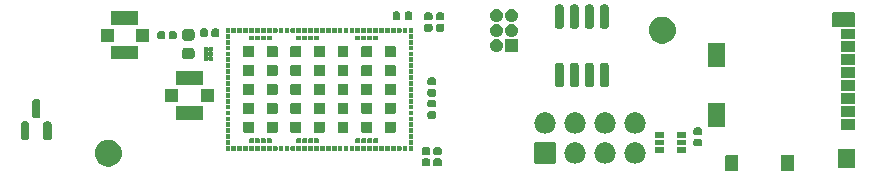
<source format=gbr>
G04 #@! TF.GenerationSoftware,KiCad,Pcbnew,7.0.6*
G04 #@! TF.CreationDate,2024-03-12T10:09:57+11:00*
G04 #@! TF.ProjectId,owts,6f777473-2e6b-4696-9361-645f70636258,1.2.0*
G04 #@! TF.SameCoordinates,Original*
G04 #@! TF.FileFunction,Soldermask,Bot*
G04 #@! TF.FilePolarity,Negative*
%FSLAX46Y46*%
G04 Gerber Fmt 4.6, Leading zero omitted, Abs format (unit mm)*
G04 Created by KiCad (PCBNEW 7.0.6) date 2024-03-12 10:09:57*
%MOMM*%
%LPD*%
G01*
G04 APERTURE LIST*
G04 APERTURE END LIST*
G36*
X89419517Y-113097882D02*
G01*
X89436062Y-113108938D01*
X89447118Y-113125483D01*
X89451000Y-113145000D01*
X89451000Y-114345000D01*
X89447118Y-114364517D01*
X89436062Y-114381062D01*
X89419517Y-114392118D01*
X89400000Y-114396000D01*
X88400000Y-114396000D01*
X88380483Y-114392118D01*
X88363938Y-114381062D01*
X88352882Y-114364517D01*
X88349000Y-114345000D01*
X88349000Y-113145000D01*
X88352882Y-113125483D01*
X88363938Y-113108938D01*
X88380483Y-113097882D01*
X88400000Y-113094000D01*
X89400000Y-113094000D01*
X89419517Y-113097882D01*
G37*
G36*
X94119517Y-113097882D02*
G01*
X94136062Y-113108938D01*
X94147118Y-113125483D01*
X94151000Y-113145000D01*
X94151000Y-114345000D01*
X94147118Y-114364517D01*
X94136062Y-114381062D01*
X94119517Y-114392118D01*
X94100000Y-114396000D01*
X93100000Y-114396000D01*
X93080483Y-114392118D01*
X93063938Y-114381062D01*
X93052882Y-114364517D01*
X93049000Y-114345000D01*
X93049000Y-113145000D01*
X93052882Y-113125483D01*
X93063938Y-113108938D01*
X93080483Y-113097882D01*
X93100000Y-113094000D01*
X94100000Y-113094000D01*
X94119517Y-113097882D01*
G37*
G36*
X99269517Y-112537882D02*
G01*
X99286062Y-112548938D01*
X99297118Y-112565483D01*
X99301000Y-112585000D01*
X99301000Y-114135000D01*
X99297118Y-114154517D01*
X99286062Y-114171062D01*
X99269517Y-114182118D01*
X99250000Y-114186000D01*
X97900000Y-114186000D01*
X97880483Y-114182118D01*
X97863938Y-114171062D01*
X97852882Y-114154517D01*
X97849000Y-114135000D01*
X97849000Y-112585000D01*
X97852882Y-112565483D01*
X97863938Y-112548938D01*
X97880483Y-112537882D01*
X97900000Y-112534000D01*
X99250000Y-112534000D01*
X99269517Y-112537882D01*
G37*
G36*
X36414986Y-111792939D02*
G01*
X36613045Y-111869667D01*
X36793632Y-111981482D01*
X36950599Y-112124576D01*
X37078600Y-112294077D01*
X37173276Y-112484211D01*
X37231402Y-112688504D01*
X37251000Y-112900000D01*
X37231402Y-113111496D01*
X37173276Y-113315789D01*
X37078600Y-113505923D01*
X36950599Y-113675424D01*
X36793632Y-113818518D01*
X36613045Y-113930333D01*
X36414986Y-114007061D01*
X36206201Y-114046090D01*
X35993799Y-114046090D01*
X35785014Y-114007061D01*
X35586955Y-113930333D01*
X35406368Y-113818518D01*
X35249401Y-113675424D01*
X35121400Y-113505923D01*
X35026724Y-113315789D01*
X34968598Y-113111496D01*
X34949000Y-112900000D01*
X34968598Y-112688504D01*
X35026724Y-112484211D01*
X35121400Y-112294077D01*
X35249401Y-112124576D01*
X35406368Y-111981482D01*
X35586955Y-111869667D01*
X35785014Y-111792939D01*
X35993799Y-111753910D01*
X36206201Y-111753910D01*
X36414986Y-111792939D01*
G37*
G36*
X63243093Y-113363539D02*
G01*
X63305057Y-113404943D01*
X63346461Y-113466907D01*
X63361000Y-113540000D01*
X63361000Y-113820000D01*
X63346461Y-113893093D01*
X63305057Y-113955057D01*
X63243093Y-113996461D01*
X63170000Y-114011000D01*
X62830000Y-114011000D01*
X62756907Y-113996461D01*
X62694943Y-113955057D01*
X62653539Y-113893093D01*
X62639000Y-113820000D01*
X62639000Y-113540000D01*
X62653539Y-113466907D01*
X62694943Y-113404943D01*
X62756907Y-113363539D01*
X62830000Y-113349000D01*
X63170000Y-113349000D01*
X63243093Y-113363539D01*
G37*
G36*
X64218093Y-113363539D02*
G01*
X64280057Y-113404943D01*
X64321461Y-113466907D01*
X64336000Y-113540000D01*
X64336000Y-113820000D01*
X64321461Y-113893093D01*
X64280057Y-113955057D01*
X64218093Y-113996461D01*
X64145000Y-114011000D01*
X63805000Y-114011000D01*
X63731907Y-113996461D01*
X63669943Y-113955057D01*
X63628539Y-113893093D01*
X63614000Y-113820000D01*
X63614000Y-113540000D01*
X63628539Y-113466907D01*
X63669943Y-113404943D01*
X63731907Y-113363539D01*
X63805000Y-113349000D01*
X64145000Y-113349000D01*
X64218093Y-113363539D01*
G37*
G36*
X73944517Y-111977882D02*
G01*
X73961062Y-111988938D01*
X73972118Y-112005483D01*
X73976000Y-112025000D01*
X73976000Y-113725000D01*
X73972118Y-113744517D01*
X73961062Y-113761062D01*
X73944517Y-113772118D01*
X73925000Y-113776000D01*
X72225000Y-113776000D01*
X72205483Y-113772118D01*
X72188938Y-113761062D01*
X72177882Y-113744517D01*
X72174000Y-113725000D01*
X72174000Y-112025000D01*
X72177882Y-112005483D01*
X72188938Y-111988938D01*
X72205483Y-111977882D01*
X72225000Y-111974000D01*
X73925000Y-111974000D01*
X73944517Y-111977882D01*
G37*
G36*
X75662913Y-111978936D02*
G01*
X75709180Y-111978936D01*
X75749129Y-111987427D01*
X75790733Y-111991525D01*
X75842998Y-112007379D01*
X75893424Y-112018098D01*
X75925694Y-112032465D01*
X75959712Y-112042785D01*
X76013767Y-112071678D01*
X76065500Y-112094711D01*
X76089551Y-112112185D01*
X76115447Y-112126027D01*
X76168271Y-112169378D01*
X76217887Y-112205427D01*
X76233996Y-112223318D01*
X76251948Y-112238051D01*
X76300188Y-112296831D01*
X76343924Y-112345405D01*
X76353111Y-112361319D01*
X76363972Y-112374552D01*
X76404149Y-112449719D01*
X76438104Y-112508530D01*
X76442009Y-112520550D01*
X76447214Y-112530287D01*
X76475913Y-112624896D01*
X76496311Y-112687672D01*
X76497028Y-112694502D01*
X76498474Y-112699266D01*
X76512537Y-112842054D01*
X76516000Y-112875000D01*
X76512534Y-112907972D01*
X76498474Y-113050733D01*
X76497029Y-113055496D01*
X76496311Y-113062328D01*
X76475909Y-113125117D01*
X76447214Y-113219712D01*
X76442010Y-113229447D01*
X76438104Y-113241470D01*
X76404142Y-113300293D01*
X76363972Y-113375447D01*
X76353113Y-113388677D01*
X76343924Y-113404595D01*
X76300178Y-113453178D01*
X76251948Y-113511948D01*
X76234000Y-113526677D01*
X76217887Y-113544573D01*
X76168260Y-113580628D01*
X76115447Y-113623972D01*
X76089557Y-113637810D01*
X76065500Y-113655289D01*
X76013756Y-113678326D01*
X75959712Y-113707214D01*
X75925701Y-113717531D01*
X75893424Y-113731902D01*
X75842987Y-113742622D01*
X75790733Y-113758474D01*
X75749138Y-113762570D01*
X75709180Y-113771064D01*
X75662903Y-113771064D01*
X75615000Y-113775782D01*
X75567097Y-113771064D01*
X75520820Y-113771064D01*
X75480862Y-113762570D01*
X75439266Y-113758474D01*
X75387009Y-113742621D01*
X75336576Y-113731902D01*
X75304300Y-113717532D01*
X75270287Y-113707214D01*
X75216237Y-113678323D01*
X75164500Y-113655289D01*
X75140445Y-113637812D01*
X75114552Y-113623972D01*
X75061730Y-113580622D01*
X75012113Y-113544573D01*
X74996002Y-113526680D01*
X74978051Y-113511948D01*
X74929809Y-113453166D01*
X74886076Y-113404595D01*
X74876888Y-113388681D01*
X74866027Y-113375447D01*
X74825844Y-113300269D01*
X74791896Y-113241470D01*
X74787991Y-113229451D01*
X74782785Y-113219712D01*
X74754075Y-113125071D01*
X74733689Y-113062328D01*
X74732971Y-113055501D01*
X74731525Y-113050733D01*
X74717449Y-112907820D01*
X74714000Y-112875000D01*
X74717446Y-112842206D01*
X74731525Y-112699266D01*
X74732971Y-112694497D01*
X74733689Y-112687672D01*
X74754071Y-112624942D01*
X74782785Y-112530287D01*
X74787991Y-112520545D01*
X74791896Y-112508530D01*
X74825836Y-112449742D01*
X74866027Y-112374552D01*
X74876890Y-112361314D01*
X74886076Y-112345405D01*
X74929800Y-112296843D01*
X74978051Y-112238051D01*
X74996005Y-112223315D01*
X75012113Y-112205427D01*
X75061720Y-112169385D01*
X75114552Y-112126027D01*
X75140450Y-112112183D01*
X75164500Y-112094711D01*
X75216226Y-112071681D01*
X75270287Y-112042785D01*
X75304307Y-112032464D01*
X75336576Y-112018098D01*
X75386998Y-112007380D01*
X75439266Y-111991525D01*
X75480871Y-111987427D01*
X75520820Y-111978936D01*
X75567086Y-111978936D01*
X75615000Y-111974217D01*
X75662913Y-111978936D01*
G37*
G36*
X78202913Y-111978936D02*
G01*
X78249180Y-111978936D01*
X78289129Y-111987427D01*
X78330733Y-111991525D01*
X78382998Y-112007379D01*
X78433424Y-112018098D01*
X78465694Y-112032465D01*
X78499712Y-112042785D01*
X78553767Y-112071678D01*
X78605500Y-112094711D01*
X78629551Y-112112185D01*
X78655447Y-112126027D01*
X78708271Y-112169378D01*
X78757887Y-112205427D01*
X78773996Y-112223318D01*
X78791948Y-112238051D01*
X78840188Y-112296831D01*
X78883924Y-112345405D01*
X78893111Y-112361319D01*
X78903972Y-112374552D01*
X78944149Y-112449719D01*
X78978104Y-112508530D01*
X78982009Y-112520550D01*
X78987214Y-112530287D01*
X79015913Y-112624896D01*
X79036311Y-112687672D01*
X79037028Y-112694502D01*
X79038474Y-112699266D01*
X79052537Y-112842054D01*
X79056000Y-112875000D01*
X79052534Y-112907972D01*
X79038474Y-113050733D01*
X79037029Y-113055496D01*
X79036311Y-113062328D01*
X79015909Y-113125117D01*
X78987214Y-113219712D01*
X78982010Y-113229447D01*
X78978104Y-113241470D01*
X78944142Y-113300293D01*
X78903972Y-113375447D01*
X78893113Y-113388677D01*
X78883924Y-113404595D01*
X78840178Y-113453178D01*
X78791948Y-113511948D01*
X78774000Y-113526677D01*
X78757887Y-113544573D01*
X78708260Y-113580628D01*
X78655447Y-113623972D01*
X78629557Y-113637810D01*
X78605500Y-113655289D01*
X78553756Y-113678326D01*
X78499712Y-113707214D01*
X78465701Y-113717531D01*
X78433424Y-113731902D01*
X78382987Y-113742622D01*
X78330733Y-113758474D01*
X78289138Y-113762570D01*
X78249180Y-113771064D01*
X78202902Y-113771064D01*
X78154999Y-113775782D01*
X78107096Y-113771064D01*
X78060820Y-113771064D01*
X78020862Y-113762570D01*
X77979266Y-113758474D01*
X77927009Y-113742621D01*
X77876576Y-113731902D01*
X77844300Y-113717532D01*
X77810287Y-113707214D01*
X77756237Y-113678323D01*
X77704500Y-113655289D01*
X77680445Y-113637812D01*
X77654552Y-113623972D01*
X77601730Y-113580622D01*
X77552113Y-113544573D01*
X77536002Y-113526680D01*
X77518051Y-113511948D01*
X77469809Y-113453166D01*
X77426076Y-113404595D01*
X77416888Y-113388681D01*
X77406027Y-113375447D01*
X77365844Y-113300269D01*
X77331896Y-113241470D01*
X77327991Y-113229451D01*
X77322785Y-113219712D01*
X77294075Y-113125071D01*
X77273689Y-113062328D01*
X77272971Y-113055501D01*
X77271525Y-113050733D01*
X77257449Y-112907820D01*
X77254000Y-112875000D01*
X77257446Y-112842206D01*
X77271525Y-112699266D01*
X77272971Y-112694497D01*
X77273689Y-112687672D01*
X77294071Y-112624942D01*
X77322785Y-112530287D01*
X77327991Y-112520545D01*
X77331896Y-112508530D01*
X77365836Y-112449742D01*
X77406027Y-112374552D01*
X77416890Y-112361314D01*
X77426076Y-112345405D01*
X77469800Y-112296843D01*
X77518051Y-112238051D01*
X77536005Y-112223315D01*
X77552113Y-112205427D01*
X77601720Y-112169385D01*
X77654552Y-112126027D01*
X77680450Y-112112183D01*
X77704500Y-112094711D01*
X77756226Y-112071681D01*
X77810287Y-112042785D01*
X77844307Y-112032464D01*
X77876576Y-112018098D01*
X77926998Y-112007380D01*
X77979266Y-111991525D01*
X78020871Y-111987427D01*
X78060820Y-111978936D01*
X78107086Y-111978936D01*
X78154999Y-111974217D01*
X78202913Y-111978936D01*
G37*
G36*
X80742913Y-111978936D02*
G01*
X80789180Y-111978936D01*
X80829129Y-111987427D01*
X80870733Y-111991525D01*
X80922998Y-112007379D01*
X80973424Y-112018098D01*
X81005694Y-112032465D01*
X81039712Y-112042785D01*
X81093767Y-112071678D01*
X81145500Y-112094711D01*
X81169551Y-112112185D01*
X81195447Y-112126027D01*
X81248271Y-112169378D01*
X81297887Y-112205427D01*
X81313996Y-112223318D01*
X81331948Y-112238051D01*
X81380188Y-112296831D01*
X81423924Y-112345405D01*
X81433111Y-112361319D01*
X81443972Y-112374552D01*
X81484149Y-112449719D01*
X81518104Y-112508530D01*
X81522009Y-112520550D01*
X81527214Y-112530287D01*
X81555913Y-112624896D01*
X81576311Y-112687672D01*
X81577028Y-112694502D01*
X81578474Y-112699266D01*
X81592536Y-112842042D01*
X81596000Y-112875000D01*
X81592535Y-112907959D01*
X81578474Y-113050733D01*
X81577029Y-113055496D01*
X81576311Y-113062328D01*
X81555909Y-113125117D01*
X81527214Y-113219712D01*
X81522010Y-113229447D01*
X81518104Y-113241470D01*
X81484142Y-113300293D01*
X81443972Y-113375447D01*
X81433113Y-113388677D01*
X81423924Y-113404595D01*
X81380178Y-113453178D01*
X81331948Y-113511948D01*
X81314000Y-113526677D01*
X81297887Y-113544573D01*
X81248260Y-113580628D01*
X81195447Y-113623972D01*
X81169557Y-113637810D01*
X81145500Y-113655289D01*
X81093756Y-113678326D01*
X81039712Y-113707214D01*
X81005701Y-113717531D01*
X80973424Y-113731902D01*
X80922987Y-113742622D01*
X80870733Y-113758474D01*
X80829138Y-113762570D01*
X80789180Y-113771064D01*
X80742903Y-113771064D01*
X80695000Y-113775782D01*
X80647097Y-113771064D01*
X80600820Y-113771064D01*
X80560862Y-113762570D01*
X80519266Y-113758474D01*
X80467009Y-113742621D01*
X80416576Y-113731902D01*
X80384300Y-113717532D01*
X80350287Y-113707214D01*
X80296237Y-113678323D01*
X80244500Y-113655289D01*
X80220445Y-113637812D01*
X80194552Y-113623972D01*
X80141730Y-113580622D01*
X80092113Y-113544573D01*
X80076002Y-113526680D01*
X80058051Y-113511948D01*
X80009809Y-113453166D01*
X79966076Y-113404595D01*
X79956888Y-113388681D01*
X79946027Y-113375447D01*
X79905844Y-113300269D01*
X79871896Y-113241470D01*
X79867991Y-113229451D01*
X79862785Y-113219712D01*
X79834075Y-113125071D01*
X79813689Y-113062328D01*
X79812971Y-113055501D01*
X79811525Y-113050733D01*
X79797448Y-112907808D01*
X79794000Y-112875000D01*
X79797448Y-112842194D01*
X79811525Y-112699266D01*
X79812971Y-112694497D01*
X79813689Y-112687672D01*
X79834071Y-112624942D01*
X79862785Y-112530287D01*
X79867991Y-112520545D01*
X79871896Y-112508530D01*
X79905836Y-112449742D01*
X79946027Y-112374552D01*
X79956890Y-112361314D01*
X79966076Y-112345405D01*
X80009800Y-112296843D01*
X80058051Y-112238051D01*
X80076005Y-112223315D01*
X80092113Y-112205427D01*
X80141720Y-112169385D01*
X80194552Y-112126027D01*
X80220450Y-112112183D01*
X80244500Y-112094711D01*
X80296226Y-112071681D01*
X80350287Y-112042785D01*
X80384307Y-112032464D01*
X80416576Y-112018098D01*
X80466998Y-112007380D01*
X80519266Y-111991525D01*
X80560871Y-111987427D01*
X80600820Y-111978936D01*
X80647086Y-111978936D01*
X80694999Y-111974217D01*
X80742913Y-111978936D01*
G37*
G36*
X63243093Y-112403539D02*
G01*
X63305057Y-112444943D01*
X63346461Y-112506907D01*
X63361000Y-112580000D01*
X63361000Y-112860000D01*
X63346461Y-112933093D01*
X63305057Y-112995057D01*
X63243093Y-113036461D01*
X63170000Y-113051000D01*
X62830000Y-113051000D01*
X62756907Y-113036461D01*
X62694943Y-112995057D01*
X62653539Y-112933093D01*
X62639000Y-112860000D01*
X62639000Y-112580000D01*
X62653539Y-112506907D01*
X62694943Y-112444943D01*
X62756907Y-112403539D01*
X62830000Y-112389000D01*
X63170000Y-112389000D01*
X63243093Y-112403539D01*
G37*
G36*
X64218093Y-112403539D02*
G01*
X64280057Y-112444943D01*
X64321461Y-112506907D01*
X64336000Y-112580000D01*
X64336000Y-112860000D01*
X64321461Y-112933093D01*
X64280057Y-112995057D01*
X64218093Y-113036461D01*
X64145000Y-113051000D01*
X63805000Y-113051000D01*
X63731907Y-113036461D01*
X63669943Y-112995057D01*
X63628539Y-112933093D01*
X63614000Y-112860000D01*
X63614000Y-112580000D01*
X63628539Y-112506907D01*
X63669943Y-112444943D01*
X63731907Y-112403539D01*
X63805000Y-112389000D01*
X64145000Y-112389000D01*
X64218093Y-112403539D01*
G37*
G36*
X83094517Y-112402882D02*
G01*
X83111062Y-112413938D01*
X83122118Y-112430483D01*
X83126000Y-112450000D01*
X83126000Y-112850000D01*
X83122118Y-112869517D01*
X83111062Y-112886062D01*
X83094517Y-112897118D01*
X83075000Y-112901000D01*
X82425000Y-112901000D01*
X82405483Y-112897118D01*
X82388938Y-112886062D01*
X82377882Y-112869517D01*
X82374000Y-112850000D01*
X82374000Y-112450000D01*
X82377882Y-112430483D01*
X82388938Y-112413938D01*
X82405483Y-112402882D01*
X82425000Y-112399000D01*
X83075000Y-112399000D01*
X83094517Y-112402882D01*
G37*
G36*
X84994517Y-112402882D02*
G01*
X85011062Y-112413938D01*
X85022118Y-112430483D01*
X85026000Y-112450000D01*
X85026000Y-112850000D01*
X85022118Y-112869517D01*
X85011062Y-112886062D01*
X84994517Y-112897118D01*
X84975000Y-112901000D01*
X84325000Y-112901000D01*
X84305483Y-112897118D01*
X84288938Y-112886062D01*
X84277882Y-112869517D01*
X84274000Y-112850000D01*
X84274000Y-112450000D01*
X84277882Y-112430483D01*
X84288938Y-112413938D01*
X84305483Y-112402882D01*
X84325000Y-112399000D01*
X84975000Y-112399000D01*
X84994517Y-112402882D01*
G37*
G36*
X46397517Y-112302882D02*
G01*
X46414062Y-112313938D01*
X46425118Y-112330483D01*
X46429000Y-112350000D01*
X46429000Y-112650000D01*
X46425118Y-112669517D01*
X46414062Y-112686062D01*
X46397517Y-112697118D01*
X46378000Y-112701000D01*
X46078000Y-112701000D01*
X46058483Y-112697118D01*
X46041938Y-112686062D01*
X46030882Y-112669517D01*
X46027000Y-112650000D01*
X46027000Y-112350000D01*
X46030882Y-112330483D01*
X46041938Y-112313938D01*
X46058483Y-112302882D01*
X46078000Y-112299000D01*
X46378000Y-112299000D01*
X46397517Y-112302882D01*
G37*
G36*
X46897517Y-112302882D02*
G01*
X46914062Y-112313938D01*
X46925118Y-112330483D01*
X46929000Y-112350000D01*
X46929000Y-112650000D01*
X46925118Y-112669517D01*
X46914062Y-112686062D01*
X46897517Y-112697118D01*
X46878000Y-112701000D01*
X46578000Y-112701000D01*
X46558483Y-112697118D01*
X46541938Y-112686062D01*
X46530882Y-112669517D01*
X46527000Y-112650000D01*
X46527000Y-112350000D01*
X46530882Y-112330483D01*
X46541938Y-112313938D01*
X46558483Y-112302882D01*
X46578000Y-112299000D01*
X46878000Y-112299000D01*
X46897517Y-112302882D01*
G37*
G36*
X47397517Y-112302882D02*
G01*
X47414062Y-112313938D01*
X47425118Y-112330483D01*
X47429000Y-112350000D01*
X47429000Y-112650000D01*
X47425118Y-112669517D01*
X47414062Y-112686062D01*
X47397517Y-112697118D01*
X47378000Y-112701000D01*
X47078000Y-112701000D01*
X47058483Y-112697118D01*
X47041938Y-112686062D01*
X47030882Y-112669517D01*
X47027000Y-112650000D01*
X47027000Y-112350000D01*
X47030882Y-112330483D01*
X47041938Y-112313938D01*
X47058483Y-112302882D01*
X47078000Y-112299000D01*
X47378000Y-112299000D01*
X47397517Y-112302882D01*
G37*
G36*
X47897517Y-112302882D02*
G01*
X47914062Y-112313938D01*
X47925118Y-112330483D01*
X47929000Y-112350000D01*
X47929000Y-112650000D01*
X47925118Y-112669517D01*
X47914062Y-112686062D01*
X47897517Y-112697118D01*
X47878000Y-112701000D01*
X47578000Y-112701000D01*
X47558483Y-112697118D01*
X47541938Y-112686062D01*
X47530882Y-112669517D01*
X47527000Y-112650000D01*
X47527000Y-112350000D01*
X47530882Y-112330483D01*
X47541938Y-112313938D01*
X47558483Y-112302882D01*
X47578000Y-112299000D01*
X47878000Y-112299000D01*
X47897517Y-112302882D01*
G37*
G36*
X48397517Y-112302882D02*
G01*
X48414062Y-112313938D01*
X48425118Y-112330483D01*
X48429000Y-112350000D01*
X48429000Y-112650000D01*
X48425118Y-112669517D01*
X48414062Y-112686062D01*
X48397517Y-112697118D01*
X48378000Y-112701000D01*
X48078000Y-112701000D01*
X48058483Y-112697118D01*
X48041938Y-112686062D01*
X48030882Y-112669517D01*
X48027000Y-112650000D01*
X48027000Y-112350000D01*
X48030882Y-112330483D01*
X48041938Y-112313938D01*
X48058483Y-112302882D01*
X48078000Y-112299000D01*
X48378000Y-112299000D01*
X48397517Y-112302882D01*
G37*
G36*
X48897517Y-112302882D02*
G01*
X48914062Y-112313938D01*
X48925118Y-112330483D01*
X48929000Y-112350000D01*
X48929000Y-112650000D01*
X48925118Y-112669517D01*
X48914062Y-112686062D01*
X48897517Y-112697118D01*
X48878000Y-112701000D01*
X48578000Y-112701000D01*
X48558483Y-112697118D01*
X48541938Y-112686062D01*
X48530882Y-112669517D01*
X48527000Y-112650000D01*
X48527000Y-112350000D01*
X48530882Y-112330483D01*
X48541938Y-112313938D01*
X48558483Y-112302882D01*
X48578000Y-112299000D01*
X48878000Y-112299000D01*
X48897517Y-112302882D01*
G37*
G36*
X49397517Y-112302882D02*
G01*
X49414062Y-112313938D01*
X49425118Y-112330483D01*
X49429000Y-112350000D01*
X49429000Y-112650000D01*
X49425118Y-112669517D01*
X49414062Y-112686062D01*
X49397517Y-112697118D01*
X49378000Y-112701000D01*
X49078000Y-112701000D01*
X49058483Y-112697118D01*
X49041938Y-112686062D01*
X49030882Y-112669517D01*
X49027000Y-112650000D01*
X49027000Y-112350000D01*
X49030882Y-112330483D01*
X49041938Y-112313938D01*
X49058483Y-112302882D01*
X49078000Y-112299000D01*
X49378000Y-112299000D01*
X49397517Y-112302882D01*
G37*
G36*
X49897517Y-112302882D02*
G01*
X49914062Y-112313938D01*
X49925118Y-112330483D01*
X49929000Y-112350000D01*
X49929000Y-112650000D01*
X49925118Y-112669517D01*
X49914062Y-112686062D01*
X49897517Y-112697118D01*
X49878000Y-112701000D01*
X49578000Y-112701000D01*
X49558483Y-112697118D01*
X49541938Y-112686062D01*
X49530882Y-112669517D01*
X49527000Y-112650000D01*
X49527000Y-112350000D01*
X49530882Y-112330483D01*
X49541938Y-112313938D01*
X49558483Y-112302882D01*
X49578000Y-112299000D01*
X49878000Y-112299000D01*
X49897517Y-112302882D01*
G37*
G36*
X50397517Y-112302882D02*
G01*
X50414062Y-112313938D01*
X50425118Y-112330483D01*
X50429000Y-112350000D01*
X50429000Y-112650000D01*
X50425118Y-112669517D01*
X50414062Y-112686062D01*
X50397517Y-112697118D01*
X50378000Y-112701000D01*
X50078000Y-112701000D01*
X50058483Y-112697118D01*
X50041938Y-112686062D01*
X50030882Y-112669517D01*
X50027000Y-112650000D01*
X50027000Y-112350000D01*
X50030882Y-112330483D01*
X50041938Y-112313938D01*
X50058483Y-112302882D01*
X50078000Y-112299000D01*
X50378000Y-112299000D01*
X50397517Y-112302882D01*
G37*
G36*
X50897517Y-112302882D02*
G01*
X50914062Y-112313938D01*
X50925118Y-112330483D01*
X50929000Y-112350000D01*
X50929000Y-112650000D01*
X50925118Y-112669517D01*
X50914062Y-112686062D01*
X50897517Y-112697118D01*
X50878000Y-112701000D01*
X50578000Y-112701000D01*
X50558483Y-112697118D01*
X50541938Y-112686062D01*
X50530882Y-112669517D01*
X50527000Y-112650000D01*
X50527000Y-112350000D01*
X50530882Y-112330483D01*
X50541938Y-112313938D01*
X50558483Y-112302882D01*
X50578000Y-112299000D01*
X50878000Y-112299000D01*
X50897517Y-112302882D01*
G37*
G36*
X51397517Y-112302882D02*
G01*
X51414062Y-112313938D01*
X51425118Y-112330483D01*
X51429000Y-112350000D01*
X51429000Y-112650000D01*
X51425118Y-112669517D01*
X51414062Y-112686062D01*
X51397517Y-112697118D01*
X51378000Y-112701000D01*
X51078000Y-112701000D01*
X51058483Y-112697118D01*
X51041938Y-112686062D01*
X51030882Y-112669517D01*
X51027000Y-112650000D01*
X51027000Y-112350000D01*
X51030882Y-112330483D01*
X51041938Y-112313938D01*
X51058483Y-112302882D01*
X51078000Y-112299000D01*
X51378000Y-112299000D01*
X51397517Y-112302882D01*
G37*
G36*
X51897517Y-112302882D02*
G01*
X51914062Y-112313938D01*
X51925118Y-112330483D01*
X51929000Y-112350000D01*
X51929000Y-112650000D01*
X51925118Y-112669517D01*
X51914062Y-112686062D01*
X51897517Y-112697118D01*
X51878000Y-112701000D01*
X51578000Y-112701000D01*
X51558483Y-112697118D01*
X51541938Y-112686062D01*
X51530882Y-112669517D01*
X51527000Y-112650000D01*
X51527000Y-112350000D01*
X51530882Y-112330483D01*
X51541938Y-112313938D01*
X51558483Y-112302882D01*
X51578000Y-112299000D01*
X51878000Y-112299000D01*
X51897517Y-112302882D01*
G37*
G36*
X52397517Y-112302882D02*
G01*
X52414062Y-112313938D01*
X52425118Y-112330483D01*
X52429000Y-112350000D01*
X52429000Y-112650000D01*
X52425118Y-112669517D01*
X52414062Y-112686062D01*
X52397517Y-112697118D01*
X52378000Y-112701000D01*
X52078000Y-112701000D01*
X52058483Y-112697118D01*
X52041938Y-112686062D01*
X52030882Y-112669517D01*
X52027000Y-112650000D01*
X52027000Y-112350000D01*
X52030882Y-112330483D01*
X52041938Y-112313938D01*
X52058483Y-112302882D01*
X52078000Y-112299000D01*
X52378000Y-112299000D01*
X52397517Y-112302882D01*
G37*
G36*
X52897517Y-112302882D02*
G01*
X52914062Y-112313938D01*
X52925118Y-112330483D01*
X52929000Y-112350000D01*
X52929000Y-112650000D01*
X52925118Y-112669517D01*
X52914062Y-112686062D01*
X52897517Y-112697118D01*
X52878000Y-112701000D01*
X52578000Y-112701000D01*
X52558483Y-112697118D01*
X52541938Y-112686062D01*
X52530882Y-112669517D01*
X52527000Y-112650000D01*
X52527000Y-112350000D01*
X52530882Y-112330483D01*
X52541938Y-112313938D01*
X52558483Y-112302882D01*
X52578000Y-112299000D01*
X52878000Y-112299000D01*
X52897517Y-112302882D01*
G37*
G36*
X53397517Y-112302882D02*
G01*
X53414062Y-112313938D01*
X53425118Y-112330483D01*
X53429000Y-112350000D01*
X53429000Y-112650000D01*
X53425118Y-112669517D01*
X53414062Y-112686062D01*
X53397517Y-112697118D01*
X53378000Y-112701000D01*
X53078000Y-112701000D01*
X53058483Y-112697118D01*
X53041938Y-112686062D01*
X53030882Y-112669517D01*
X53027000Y-112650000D01*
X53027000Y-112350000D01*
X53030882Y-112330483D01*
X53041938Y-112313938D01*
X53058483Y-112302882D01*
X53078000Y-112299000D01*
X53378000Y-112299000D01*
X53397517Y-112302882D01*
G37*
G36*
X53897517Y-112302882D02*
G01*
X53914062Y-112313938D01*
X53925118Y-112330483D01*
X53929000Y-112350000D01*
X53929000Y-112650000D01*
X53925118Y-112669517D01*
X53914062Y-112686062D01*
X53897517Y-112697118D01*
X53878000Y-112701000D01*
X53578000Y-112701000D01*
X53558483Y-112697118D01*
X53541938Y-112686062D01*
X53530882Y-112669517D01*
X53527000Y-112650000D01*
X53527000Y-112350000D01*
X53530882Y-112330483D01*
X53541938Y-112313938D01*
X53558483Y-112302882D01*
X53578000Y-112299000D01*
X53878000Y-112299000D01*
X53897517Y-112302882D01*
G37*
G36*
X54397517Y-112302882D02*
G01*
X54414062Y-112313938D01*
X54425118Y-112330483D01*
X54429000Y-112350000D01*
X54429000Y-112650000D01*
X54425118Y-112669517D01*
X54414062Y-112686062D01*
X54397517Y-112697118D01*
X54378000Y-112701000D01*
X54078000Y-112701000D01*
X54058483Y-112697118D01*
X54041938Y-112686062D01*
X54030882Y-112669517D01*
X54027000Y-112650000D01*
X54027000Y-112350000D01*
X54030882Y-112330483D01*
X54041938Y-112313938D01*
X54058483Y-112302882D01*
X54078000Y-112299000D01*
X54378000Y-112299000D01*
X54397517Y-112302882D01*
G37*
G36*
X54897517Y-112302882D02*
G01*
X54914062Y-112313938D01*
X54925118Y-112330483D01*
X54929000Y-112350000D01*
X54929000Y-112650000D01*
X54925118Y-112669517D01*
X54914062Y-112686062D01*
X54897517Y-112697118D01*
X54878000Y-112701000D01*
X54578000Y-112701000D01*
X54558483Y-112697118D01*
X54541938Y-112686062D01*
X54530882Y-112669517D01*
X54527000Y-112650000D01*
X54527000Y-112350000D01*
X54530882Y-112330483D01*
X54541938Y-112313938D01*
X54558483Y-112302882D01*
X54578000Y-112299000D01*
X54878000Y-112299000D01*
X54897517Y-112302882D01*
G37*
G36*
X55397517Y-112302882D02*
G01*
X55414062Y-112313938D01*
X55425118Y-112330483D01*
X55429000Y-112350000D01*
X55429000Y-112650000D01*
X55425118Y-112669517D01*
X55414062Y-112686062D01*
X55397517Y-112697118D01*
X55378000Y-112701000D01*
X55078000Y-112701000D01*
X55058483Y-112697118D01*
X55041938Y-112686062D01*
X55030882Y-112669517D01*
X55027000Y-112650000D01*
X55027000Y-112350000D01*
X55030882Y-112330483D01*
X55041938Y-112313938D01*
X55058483Y-112302882D01*
X55078000Y-112299000D01*
X55378000Y-112299000D01*
X55397517Y-112302882D01*
G37*
G36*
X55897517Y-112302882D02*
G01*
X55914062Y-112313938D01*
X55925118Y-112330483D01*
X55929000Y-112350000D01*
X55929000Y-112650000D01*
X55925118Y-112669517D01*
X55914062Y-112686062D01*
X55897517Y-112697118D01*
X55878000Y-112701000D01*
X55578000Y-112701000D01*
X55558483Y-112697118D01*
X55541938Y-112686062D01*
X55530882Y-112669517D01*
X55527000Y-112650000D01*
X55527000Y-112350000D01*
X55530882Y-112330483D01*
X55541938Y-112313938D01*
X55558483Y-112302882D01*
X55578000Y-112299000D01*
X55878000Y-112299000D01*
X55897517Y-112302882D01*
G37*
G36*
X56397517Y-112302882D02*
G01*
X56414062Y-112313938D01*
X56425118Y-112330483D01*
X56429000Y-112350000D01*
X56429000Y-112650000D01*
X56425118Y-112669517D01*
X56414062Y-112686062D01*
X56397517Y-112697118D01*
X56378000Y-112701000D01*
X56078000Y-112701000D01*
X56058483Y-112697118D01*
X56041938Y-112686062D01*
X56030882Y-112669517D01*
X56027000Y-112650000D01*
X56027000Y-112350000D01*
X56030882Y-112330483D01*
X56041938Y-112313938D01*
X56058483Y-112302882D01*
X56078000Y-112299000D01*
X56378000Y-112299000D01*
X56397517Y-112302882D01*
G37*
G36*
X56897517Y-112302882D02*
G01*
X56914062Y-112313938D01*
X56925118Y-112330483D01*
X56929000Y-112350000D01*
X56929000Y-112650000D01*
X56925118Y-112669517D01*
X56914062Y-112686062D01*
X56897517Y-112697118D01*
X56878000Y-112701000D01*
X56578000Y-112701000D01*
X56558483Y-112697118D01*
X56541938Y-112686062D01*
X56530882Y-112669517D01*
X56527000Y-112650000D01*
X56527000Y-112350000D01*
X56530882Y-112330483D01*
X56541938Y-112313938D01*
X56558483Y-112302882D01*
X56578000Y-112299000D01*
X56878000Y-112299000D01*
X56897517Y-112302882D01*
G37*
G36*
X57397517Y-112302882D02*
G01*
X57414062Y-112313938D01*
X57425118Y-112330483D01*
X57429000Y-112350000D01*
X57429000Y-112650000D01*
X57425118Y-112669517D01*
X57414062Y-112686062D01*
X57397517Y-112697118D01*
X57378000Y-112701000D01*
X57078000Y-112701000D01*
X57058483Y-112697118D01*
X57041938Y-112686062D01*
X57030882Y-112669517D01*
X57027000Y-112650000D01*
X57027000Y-112350000D01*
X57030882Y-112330483D01*
X57041938Y-112313938D01*
X57058483Y-112302882D01*
X57078000Y-112299000D01*
X57378000Y-112299000D01*
X57397517Y-112302882D01*
G37*
G36*
X57897517Y-112302882D02*
G01*
X57914062Y-112313938D01*
X57925118Y-112330483D01*
X57929000Y-112350000D01*
X57929000Y-112650000D01*
X57925118Y-112669517D01*
X57914062Y-112686062D01*
X57897517Y-112697118D01*
X57878000Y-112701000D01*
X57578000Y-112701000D01*
X57558483Y-112697118D01*
X57541938Y-112686062D01*
X57530882Y-112669517D01*
X57527000Y-112650000D01*
X57527000Y-112350000D01*
X57530882Y-112330483D01*
X57541938Y-112313938D01*
X57558483Y-112302882D01*
X57578000Y-112299000D01*
X57878000Y-112299000D01*
X57897517Y-112302882D01*
G37*
G36*
X58397517Y-112302882D02*
G01*
X58414062Y-112313938D01*
X58425118Y-112330483D01*
X58429000Y-112350000D01*
X58429000Y-112650000D01*
X58425118Y-112669517D01*
X58414062Y-112686062D01*
X58397517Y-112697118D01*
X58378000Y-112701000D01*
X58078000Y-112701000D01*
X58058483Y-112697118D01*
X58041938Y-112686062D01*
X58030882Y-112669517D01*
X58027000Y-112650000D01*
X58027000Y-112350000D01*
X58030882Y-112330483D01*
X58041938Y-112313938D01*
X58058483Y-112302882D01*
X58078000Y-112299000D01*
X58378000Y-112299000D01*
X58397517Y-112302882D01*
G37*
G36*
X58897517Y-112302882D02*
G01*
X58914062Y-112313938D01*
X58925118Y-112330483D01*
X58929000Y-112350000D01*
X58929000Y-112650000D01*
X58925118Y-112669517D01*
X58914062Y-112686062D01*
X58897517Y-112697118D01*
X58878000Y-112701000D01*
X58578000Y-112701000D01*
X58558483Y-112697118D01*
X58541938Y-112686062D01*
X58530882Y-112669517D01*
X58527000Y-112650000D01*
X58527000Y-112350000D01*
X58530882Y-112330483D01*
X58541938Y-112313938D01*
X58558483Y-112302882D01*
X58578000Y-112299000D01*
X58878000Y-112299000D01*
X58897517Y-112302882D01*
G37*
G36*
X59397517Y-112302882D02*
G01*
X59414062Y-112313938D01*
X59425118Y-112330483D01*
X59429000Y-112350000D01*
X59429000Y-112650000D01*
X59425118Y-112669517D01*
X59414062Y-112686062D01*
X59397517Y-112697118D01*
X59378000Y-112701000D01*
X59078000Y-112701000D01*
X59058483Y-112697118D01*
X59041938Y-112686062D01*
X59030882Y-112669517D01*
X59027000Y-112650000D01*
X59027000Y-112350000D01*
X59030882Y-112330483D01*
X59041938Y-112313938D01*
X59058483Y-112302882D01*
X59078000Y-112299000D01*
X59378000Y-112299000D01*
X59397517Y-112302882D01*
G37*
G36*
X59897517Y-112302882D02*
G01*
X59914062Y-112313938D01*
X59925118Y-112330483D01*
X59929000Y-112350000D01*
X59929000Y-112650000D01*
X59925118Y-112669517D01*
X59914062Y-112686062D01*
X59897517Y-112697118D01*
X59878000Y-112701000D01*
X59578000Y-112701000D01*
X59558483Y-112697118D01*
X59541938Y-112686062D01*
X59530882Y-112669517D01*
X59527000Y-112650000D01*
X59527000Y-112350000D01*
X59530882Y-112330483D01*
X59541938Y-112313938D01*
X59558483Y-112302882D01*
X59578000Y-112299000D01*
X59878000Y-112299000D01*
X59897517Y-112302882D01*
G37*
G36*
X60397517Y-112302882D02*
G01*
X60414062Y-112313938D01*
X60425118Y-112330483D01*
X60429000Y-112350000D01*
X60429000Y-112650000D01*
X60425118Y-112669517D01*
X60414062Y-112686062D01*
X60397517Y-112697118D01*
X60378000Y-112701000D01*
X60078000Y-112701000D01*
X60058483Y-112697118D01*
X60041938Y-112686062D01*
X60030882Y-112669517D01*
X60027000Y-112650000D01*
X60027000Y-112350000D01*
X60030882Y-112330483D01*
X60041938Y-112313938D01*
X60058483Y-112302882D01*
X60078000Y-112299000D01*
X60378000Y-112299000D01*
X60397517Y-112302882D01*
G37*
G36*
X60897517Y-112302882D02*
G01*
X60914062Y-112313938D01*
X60925118Y-112330483D01*
X60929000Y-112350000D01*
X60929000Y-112650000D01*
X60925118Y-112669517D01*
X60914062Y-112686062D01*
X60897517Y-112697118D01*
X60878000Y-112701000D01*
X60578000Y-112701000D01*
X60558483Y-112697118D01*
X60541938Y-112686062D01*
X60530882Y-112669517D01*
X60527000Y-112650000D01*
X60527000Y-112350000D01*
X60530882Y-112330483D01*
X60541938Y-112313938D01*
X60558483Y-112302882D01*
X60578000Y-112299000D01*
X60878000Y-112299000D01*
X60897517Y-112302882D01*
G37*
G36*
X61397517Y-112302882D02*
G01*
X61414062Y-112313938D01*
X61425118Y-112330483D01*
X61429000Y-112350000D01*
X61429000Y-112650000D01*
X61425118Y-112669517D01*
X61414062Y-112686062D01*
X61397517Y-112697118D01*
X61378000Y-112701000D01*
X61078000Y-112701000D01*
X61058483Y-112697118D01*
X61041938Y-112686062D01*
X61030882Y-112669517D01*
X61027000Y-112650000D01*
X61027000Y-112350000D01*
X61030882Y-112330483D01*
X61041938Y-112313938D01*
X61058483Y-112302882D01*
X61078000Y-112299000D01*
X61378000Y-112299000D01*
X61397517Y-112302882D01*
G37*
G36*
X61897517Y-112302882D02*
G01*
X61914062Y-112313938D01*
X61925118Y-112330483D01*
X61929000Y-112350000D01*
X61929000Y-112650000D01*
X61925118Y-112669517D01*
X61914062Y-112686062D01*
X61897517Y-112697118D01*
X61878000Y-112701000D01*
X61578000Y-112701000D01*
X61558483Y-112697118D01*
X61541938Y-112686062D01*
X61530882Y-112669517D01*
X61527000Y-112650000D01*
X61527000Y-112350000D01*
X61530882Y-112330483D01*
X61541938Y-112313938D01*
X61558483Y-112302882D01*
X61578000Y-112299000D01*
X61878000Y-112299000D01*
X61897517Y-112302882D01*
G37*
G36*
X86243093Y-111688539D02*
G01*
X86305057Y-111729943D01*
X86346461Y-111791907D01*
X86361000Y-111865000D01*
X86361000Y-112145000D01*
X86346461Y-112218093D01*
X86305057Y-112280057D01*
X86243093Y-112321461D01*
X86170000Y-112336000D01*
X85830000Y-112336000D01*
X85756907Y-112321461D01*
X85694943Y-112280057D01*
X85653539Y-112218093D01*
X85639000Y-112145000D01*
X85639000Y-111865000D01*
X85653539Y-111791907D01*
X85694943Y-111729943D01*
X85756907Y-111688539D01*
X85830000Y-111674000D01*
X86170000Y-111674000D01*
X86243093Y-111688539D01*
G37*
G36*
X83094517Y-111752882D02*
G01*
X83111062Y-111763938D01*
X83122118Y-111780483D01*
X83126000Y-111800000D01*
X83126000Y-112200000D01*
X83122118Y-112219517D01*
X83111062Y-112236062D01*
X83094517Y-112247118D01*
X83075000Y-112251000D01*
X82425000Y-112251000D01*
X82405483Y-112247118D01*
X82388938Y-112236062D01*
X82377882Y-112219517D01*
X82374000Y-112200000D01*
X82374000Y-111800000D01*
X82377882Y-111780483D01*
X82388938Y-111763938D01*
X82405483Y-111752882D01*
X82425000Y-111749000D01*
X83075000Y-111749000D01*
X83094517Y-111752882D01*
G37*
G36*
X84994517Y-111752882D02*
G01*
X85011062Y-111763938D01*
X85022118Y-111780483D01*
X85026000Y-111800000D01*
X85026000Y-112200000D01*
X85022118Y-112219517D01*
X85011062Y-112236062D01*
X84994517Y-112247118D01*
X84975000Y-112251000D01*
X84325000Y-112251000D01*
X84305483Y-112247118D01*
X84288938Y-112236062D01*
X84277882Y-112219517D01*
X84274000Y-112200000D01*
X84274000Y-111800000D01*
X84277882Y-111780483D01*
X84288938Y-111763938D01*
X84305483Y-111752882D01*
X84325000Y-111749000D01*
X84975000Y-111749000D01*
X84994517Y-111752882D01*
G37*
G36*
X46397517Y-111802882D02*
G01*
X46414062Y-111813938D01*
X46425118Y-111830483D01*
X46429000Y-111850000D01*
X46429000Y-112150000D01*
X46425118Y-112169517D01*
X46414062Y-112186062D01*
X46397517Y-112197118D01*
X46378000Y-112201000D01*
X46078000Y-112201000D01*
X46058483Y-112197118D01*
X46041938Y-112186062D01*
X46030882Y-112169517D01*
X46027000Y-112150000D01*
X46027000Y-111850000D01*
X46030882Y-111830483D01*
X46041938Y-111813938D01*
X46058483Y-111802882D01*
X46078000Y-111799000D01*
X46378000Y-111799000D01*
X46397517Y-111802882D01*
G37*
G36*
X61897517Y-111802882D02*
G01*
X61914062Y-111813938D01*
X61925118Y-111830483D01*
X61929000Y-111850000D01*
X61929000Y-112150000D01*
X61925118Y-112169517D01*
X61914062Y-112186062D01*
X61897517Y-112197118D01*
X61878000Y-112201000D01*
X61578000Y-112201000D01*
X61558483Y-112197118D01*
X61541938Y-112186062D01*
X61530882Y-112169517D01*
X61527000Y-112150000D01*
X61527000Y-111850000D01*
X61530882Y-111830483D01*
X61541938Y-111813938D01*
X61558483Y-111802882D01*
X61578000Y-111799000D01*
X61878000Y-111799000D01*
X61897517Y-111802882D01*
G37*
G36*
X48397517Y-111652882D02*
G01*
X48414062Y-111663938D01*
X48425118Y-111680483D01*
X48429000Y-111700000D01*
X48429000Y-112000000D01*
X48425118Y-112019517D01*
X48414062Y-112036062D01*
X48397517Y-112047118D01*
X48378000Y-112051000D01*
X48078000Y-112051000D01*
X48058483Y-112047118D01*
X48041938Y-112036062D01*
X48030882Y-112019517D01*
X48027000Y-112000000D01*
X48027000Y-111700000D01*
X48030882Y-111680483D01*
X48041938Y-111663938D01*
X48058483Y-111652882D01*
X48078000Y-111649000D01*
X48378000Y-111649000D01*
X48397517Y-111652882D01*
G37*
G36*
X48897517Y-111652882D02*
G01*
X48914062Y-111663938D01*
X48925118Y-111680483D01*
X48929000Y-111700000D01*
X48929000Y-112000000D01*
X48925118Y-112019517D01*
X48914062Y-112036062D01*
X48897517Y-112047118D01*
X48878000Y-112051000D01*
X48578000Y-112051000D01*
X48558483Y-112047118D01*
X48541938Y-112036062D01*
X48530882Y-112019517D01*
X48527000Y-112000000D01*
X48527000Y-111700000D01*
X48530882Y-111680483D01*
X48541938Y-111663938D01*
X48558483Y-111652882D01*
X48578000Y-111649000D01*
X48878000Y-111649000D01*
X48897517Y-111652882D01*
G37*
G36*
X49397517Y-111652882D02*
G01*
X49414062Y-111663938D01*
X49425118Y-111680483D01*
X49429000Y-111700000D01*
X49429000Y-112000000D01*
X49425118Y-112019517D01*
X49414062Y-112036062D01*
X49397517Y-112047118D01*
X49378000Y-112051000D01*
X49078000Y-112051000D01*
X49058483Y-112047118D01*
X49041938Y-112036062D01*
X49030882Y-112019517D01*
X49027000Y-112000000D01*
X49027000Y-111700000D01*
X49030882Y-111680483D01*
X49041938Y-111663938D01*
X49058483Y-111652882D01*
X49078000Y-111649000D01*
X49378000Y-111649000D01*
X49397517Y-111652882D01*
G37*
G36*
X49897517Y-111652882D02*
G01*
X49914062Y-111663938D01*
X49925118Y-111680483D01*
X49929000Y-111700000D01*
X49929000Y-112000000D01*
X49925118Y-112019517D01*
X49914062Y-112036062D01*
X49897517Y-112047118D01*
X49878000Y-112051000D01*
X49578000Y-112051000D01*
X49558483Y-112047118D01*
X49541938Y-112036062D01*
X49530882Y-112019517D01*
X49527000Y-112000000D01*
X49527000Y-111700000D01*
X49530882Y-111680483D01*
X49541938Y-111663938D01*
X49558483Y-111652882D01*
X49578000Y-111649000D01*
X49878000Y-111649000D01*
X49897517Y-111652882D01*
G37*
G36*
X52397517Y-111652882D02*
G01*
X52414062Y-111663938D01*
X52425118Y-111680483D01*
X52429000Y-111700000D01*
X52429000Y-112000000D01*
X52425118Y-112019517D01*
X52414062Y-112036062D01*
X52397517Y-112047118D01*
X52378000Y-112051000D01*
X52078000Y-112051000D01*
X52058483Y-112047118D01*
X52041938Y-112036062D01*
X52030882Y-112019517D01*
X52027000Y-112000000D01*
X52027000Y-111700000D01*
X52030882Y-111680483D01*
X52041938Y-111663938D01*
X52058483Y-111652882D01*
X52078000Y-111649000D01*
X52378000Y-111649000D01*
X52397517Y-111652882D01*
G37*
G36*
X52897517Y-111652882D02*
G01*
X52914062Y-111663938D01*
X52925118Y-111680483D01*
X52929000Y-111700000D01*
X52929000Y-112000000D01*
X52925118Y-112019517D01*
X52914062Y-112036062D01*
X52897517Y-112047118D01*
X52878000Y-112051000D01*
X52578000Y-112051000D01*
X52558483Y-112047118D01*
X52541938Y-112036062D01*
X52530882Y-112019517D01*
X52527000Y-112000000D01*
X52527000Y-111700000D01*
X52530882Y-111680483D01*
X52541938Y-111663938D01*
X52558483Y-111652882D01*
X52578000Y-111649000D01*
X52878000Y-111649000D01*
X52897517Y-111652882D01*
G37*
G36*
X53397517Y-111652882D02*
G01*
X53414062Y-111663938D01*
X53425118Y-111680483D01*
X53429000Y-111700000D01*
X53429000Y-112000000D01*
X53425118Y-112019517D01*
X53414062Y-112036062D01*
X53397517Y-112047118D01*
X53378000Y-112051000D01*
X53078000Y-112051000D01*
X53058483Y-112047118D01*
X53041938Y-112036062D01*
X53030882Y-112019517D01*
X53027000Y-112000000D01*
X53027000Y-111700000D01*
X53030882Y-111680483D01*
X53041938Y-111663938D01*
X53058483Y-111652882D01*
X53078000Y-111649000D01*
X53378000Y-111649000D01*
X53397517Y-111652882D01*
G37*
G36*
X53897517Y-111652882D02*
G01*
X53914062Y-111663938D01*
X53925118Y-111680483D01*
X53929000Y-111700000D01*
X53929000Y-112000000D01*
X53925118Y-112019517D01*
X53914062Y-112036062D01*
X53897517Y-112047118D01*
X53878000Y-112051000D01*
X53578000Y-112051000D01*
X53558483Y-112047118D01*
X53541938Y-112036062D01*
X53530882Y-112019517D01*
X53527000Y-112000000D01*
X53527000Y-111700000D01*
X53530882Y-111680483D01*
X53541938Y-111663938D01*
X53558483Y-111652882D01*
X53578000Y-111649000D01*
X53878000Y-111649000D01*
X53897517Y-111652882D01*
G37*
G36*
X57397517Y-111652882D02*
G01*
X57414062Y-111663938D01*
X57425118Y-111680483D01*
X57429000Y-111700000D01*
X57429000Y-112000000D01*
X57425118Y-112019517D01*
X57414062Y-112036062D01*
X57397517Y-112047118D01*
X57378000Y-112051000D01*
X57078000Y-112051000D01*
X57058483Y-112047118D01*
X57041938Y-112036062D01*
X57030882Y-112019517D01*
X57027000Y-112000000D01*
X57027000Y-111700000D01*
X57030882Y-111680483D01*
X57041938Y-111663938D01*
X57058483Y-111652882D01*
X57078000Y-111649000D01*
X57378000Y-111649000D01*
X57397517Y-111652882D01*
G37*
G36*
X57897517Y-111652882D02*
G01*
X57914062Y-111663938D01*
X57925118Y-111680483D01*
X57929000Y-111700000D01*
X57929000Y-112000000D01*
X57925118Y-112019517D01*
X57914062Y-112036062D01*
X57897517Y-112047118D01*
X57878000Y-112051000D01*
X57578000Y-112051000D01*
X57558483Y-112047118D01*
X57541938Y-112036062D01*
X57530882Y-112019517D01*
X57527000Y-112000000D01*
X57527000Y-111700000D01*
X57530882Y-111680483D01*
X57541938Y-111663938D01*
X57558483Y-111652882D01*
X57578000Y-111649000D01*
X57878000Y-111649000D01*
X57897517Y-111652882D01*
G37*
G36*
X58397517Y-111652882D02*
G01*
X58414062Y-111663938D01*
X58425118Y-111680483D01*
X58429000Y-111700000D01*
X58429000Y-112000000D01*
X58425118Y-112019517D01*
X58414062Y-112036062D01*
X58397517Y-112047118D01*
X58378000Y-112051000D01*
X58078000Y-112051000D01*
X58058483Y-112047118D01*
X58041938Y-112036062D01*
X58030882Y-112019517D01*
X58027000Y-112000000D01*
X58027000Y-111700000D01*
X58030882Y-111680483D01*
X58041938Y-111663938D01*
X58058483Y-111652882D01*
X58078000Y-111649000D01*
X58378000Y-111649000D01*
X58397517Y-111652882D01*
G37*
G36*
X58897517Y-111652882D02*
G01*
X58914062Y-111663938D01*
X58925118Y-111680483D01*
X58929000Y-111700000D01*
X58929000Y-112000000D01*
X58925118Y-112019517D01*
X58914062Y-112036062D01*
X58897517Y-112047118D01*
X58878000Y-112051000D01*
X58578000Y-112051000D01*
X58558483Y-112047118D01*
X58541938Y-112036062D01*
X58530882Y-112019517D01*
X58527000Y-112000000D01*
X58527000Y-111700000D01*
X58530882Y-111680483D01*
X58541938Y-111663938D01*
X58558483Y-111652882D01*
X58578000Y-111649000D01*
X58878000Y-111649000D01*
X58897517Y-111652882D01*
G37*
G36*
X29276919Y-110226800D02*
G01*
X29342128Y-110270372D01*
X29385700Y-110335581D01*
X29401000Y-110412500D01*
X29401000Y-111587500D01*
X29385700Y-111664419D01*
X29342128Y-111729628D01*
X29276919Y-111773200D01*
X29200000Y-111788500D01*
X28900000Y-111788500D01*
X28823081Y-111773200D01*
X28757872Y-111729628D01*
X28714300Y-111664419D01*
X28699000Y-111587500D01*
X28699000Y-110412500D01*
X28714300Y-110335581D01*
X28757872Y-110270372D01*
X28823081Y-110226800D01*
X28900000Y-110211500D01*
X29200000Y-110211500D01*
X29276919Y-110226800D01*
G37*
G36*
X31176919Y-110226800D02*
G01*
X31242128Y-110270372D01*
X31285700Y-110335581D01*
X31301000Y-110412500D01*
X31301000Y-111587500D01*
X31285700Y-111664419D01*
X31242128Y-111729628D01*
X31176919Y-111773200D01*
X31100000Y-111788500D01*
X30800000Y-111788500D01*
X30723081Y-111773200D01*
X30657872Y-111729628D01*
X30614300Y-111664419D01*
X30599000Y-111587500D01*
X30599000Y-110412500D01*
X30614300Y-110335581D01*
X30657872Y-110270372D01*
X30723081Y-110226800D01*
X30800000Y-110211500D01*
X31100000Y-110211500D01*
X31176919Y-110226800D01*
G37*
G36*
X46397517Y-111302882D02*
G01*
X46414062Y-111313938D01*
X46425118Y-111330483D01*
X46429000Y-111350000D01*
X46429000Y-111650000D01*
X46425118Y-111669517D01*
X46414062Y-111686062D01*
X46397517Y-111697118D01*
X46378000Y-111701000D01*
X46078000Y-111701000D01*
X46058483Y-111697118D01*
X46041938Y-111686062D01*
X46030882Y-111669517D01*
X46027000Y-111650000D01*
X46027000Y-111350000D01*
X46030882Y-111330483D01*
X46041938Y-111313938D01*
X46058483Y-111302882D01*
X46078000Y-111299000D01*
X46378000Y-111299000D01*
X46397517Y-111302882D01*
G37*
G36*
X61897517Y-111302882D02*
G01*
X61914062Y-111313938D01*
X61925118Y-111330483D01*
X61929000Y-111350000D01*
X61929000Y-111650000D01*
X61925118Y-111669517D01*
X61914062Y-111686062D01*
X61897517Y-111697118D01*
X61878000Y-111701000D01*
X61578000Y-111701000D01*
X61558483Y-111697118D01*
X61541938Y-111686062D01*
X61530882Y-111669517D01*
X61527000Y-111650000D01*
X61527000Y-111350000D01*
X61530882Y-111330483D01*
X61541938Y-111313938D01*
X61558483Y-111302882D01*
X61578000Y-111299000D01*
X61878000Y-111299000D01*
X61897517Y-111302882D01*
G37*
G36*
X83094517Y-111102882D02*
G01*
X83111062Y-111113938D01*
X83122118Y-111130483D01*
X83126000Y-111150000D01*
X83126000Y-111550000D01*
X83122118Y-111569517D01*
X83111062Y-111586062D01*
X83094517Y-111597118D01*
X83075000Y-111601000D01*
X82425000Y-111601000D01*
X82405483Y-111597118D01*
X82388938Y-111586062D01*
X82377882Y-111569517D01*
X82374000Y-111550000D01*
X82374000Y-111150000D01*
X82377882Y-111130483D01*
X82388938Y-111113938D01*
X82405483Y-111102882D01*
X82425000Y-111099000D01*
X83075000Y-111099000D01*
X83094517Y-111102882D01*
G37*
G36*
X84994517Y-111102882D02*
G01*
X85011062Y-111113938D01*
X85022118Y-111130483D01*
X85026000Y-111150000D01*
X85026000Y-111550000D01*
X85022118Y-111569517D01*
X85011062Y-111586062D01*
X84994517Y-111597118D01*
X84975000Y-111601000D01*
X84325000Y-111601000D01*
X84305483Y-111597118D01*
X84288938Y-111586062D01*
X84277882Y-111569517D01*
X84274000Y-111550000D01*
X84274000Y-111150000D01*
X84277882Y-111130483D01*
X84288938Y-111113938D01*
X84305483Y-111102882D01*
X84325000Y-111099000D01*
X84975000Y-111099000D01*
X84994517Y-111102882D01*
G37*
G36*
X86243093Y-110728539D02*
G01*
X86305057Y-110769943D01*
X86346461Y-110831907D01*
X86361000Y-110905000D01*
X86361000Y-111185000D01*
X86346461Y-111258093D01*
X86305057Y-111320057D01*
X86243093Y-111361461D01*
X86170000Y-111376000D01*
X85830000Y-111376000D01*
X85756907Y-111361461D01*
X85694943Y-111320057D01*
X85653539Y-111258093D01*
X85639000Y-111185000D01*
X85639000Y-110905000D01*
X85653539Y-110831907D01*
X85694943Y-110769943D01*
X85756907Y-110728539D01*
X85830000Y-110714000D01*
X86170000Y-110714000D01*
X86243093Y-110728539D01*
G37*
G36*
X73122913Y-109438936D02*
G01*
X73169180Y-109438936D01*
X73209129Y-109447427D01*
X73250733Y-109451525D01*
X73302998Y-109467379D01*
X73353424Y-109478098D01*
X73385694Y-109492465D01*
X73419712Y-109502785D01*
X73473767Y-109531678D01*
X73525500Y-109554711D01*
X73549551Y-109572185D01*
X73575447Y-109586027D01*
X73628271Y-109629378D01*
X73677887Y-109665427D01*
X73693996Y-109683318D01*
X73711948Y-109698051D01*
X73760188Y-109756831D01*
X73803924Y-109805405D01*
X73813111Y-109821319D01*
X73823972Y-109834552D01*
X73864149Y-109909719D01*
X73898104Y-109968530D01*
X73902009Y-109980550D01*
X73907214Y-109990287D01*
X73935913Y-110084896D01*
X73956311Y-110147672D01*
X73957028Y-110154502D01*
X73958474Y-110159266D01*
X73972536Y-110302042D01*
X73976000Y-110335000D01*
X73972535Y-110367959D01*
X73958474Y-110510733D01*
X73957029Y-110515496D01*
X73956311Y-110522328D01*
X73935909Y-110585117D01*
X73907214Y-110679712D01*
X73902010Y-110689447D01*
X73898104Y-110701470D01*
X73864142Y-110760293D01*
X73823972Y-110835447D01*
X73813113Y-110848677D01*
X73803924Y-110864595D01*
X73760178Y-110913178D01*
X73711948Y-110971948D01*
X73694000Y-110986677D01*
X73677887Y-111004573D01*
X73628260Y-111040628D01*
X73575447Y-111083972D01*
X73549557Y-111097810D01*
X73525500Y-111115289D01*
X73473756Y-111138326D01*
X73419712Y-111167214D01*
X73385701Y-111177531D01*
X73353424Y-111191902D01*
X73302987Y-111202622D01*
X73250733Y-111218474D01*
X73209138Y-111222570D01*
X73169180Y-111231064D01*
X73122902Y-111231064D01*
X73074999Y-111235782D01*
X73027096Y-111231064D01*
X72980820Y-111231064D01*
X72940862Y-111222570D01*
X72899266Y-111218474D01*
X72847009Y-111202621D01*
X72796576Y-111191902D01*
X72764300Y-111177532D01*
X72730287Y-111167214D01*
X72676237Y-111138323D01*
X72624500Y-111115289D01*
X72600445Y-111097812D01*
X72574552Y-111083972D01*
X72521730Y-111040622D01*
X72472113Y-111004573D01*
X72456002Y-110986680D01*
X72438051Y-110971948D01*
X72389809Y-110913166D01*
X72346076Y-110864595D01*
X72336888Y-110848681D01*
X72326027Y-110835447D01*
X72285844Y-110760269D01*
X72251896Y-110701470D01*
X72247991Y-110689451D01*
X72242785Y-110679712D01*
X72214075Y-110585071D01*
X72193689Y-110522328D01*
X72192971Y-110515501D01*
X72191525Y-110510733D01*
X72177448Y-110367808D01*
X72174000Y-110335000D01*
X72177448Y-110302194D01*
X72191525Y-110159266D01*
X72192971Y-110154497D01*
X72193689Y-110147672D01*
X72214071Y-110084942D01*
X72242785Y-109990287D01*
X72247991Y-109980545D01*
X72251896Y-109968530D01*
X72285836Y-109909742D01*
X72326027Y-109834552D01*
X72336890Y-109821314D01*
X72346076Y-109805405D01*
X72389800Y-109756843D01*
X72438051Y-109698051D01*
X72456005Y-109683315D01*
X72472113Y-109665427D01*
X72521720Y-109629385D01*
X72574552Y-109586027D01*
X72600450Y-109572183D01*
X72624500Y-109554711D01*
X72676226Y-109531681D01*
X72730287Y-109502785D01*
X72764307Y-109492464D01*
X72796576Y-109478098D01*
X72846998Y-109467380D01*
X72899266Y-109451525D01*
X72940871Y-109447427D01*
X72980820Y-109438936D01*
X73027086Y-109438936D01*
X73074999Y-109434217D01*
X73122913Y-109438936D01*
G37*
G36*
X75662913Y-109438936D02*
G01*
X75709180Y-109438936D01*
X75749129Y-109447427D01*
X75790733Y-109451525D01*
X75842998Y-109467379D01*
X75893424Y-109478098D01*
X75925694Y-109492465D01*
X75959712Y-109502785D01*
X76013767Y-109531678D01*
X76065500Y-109554711D01*
X76089551Y-109572185D01*
X76115447Y-109586027D01*
X76168271Y-109629378D01*
X76217887Y-109665427D01*
X76233996Y-109683318D01*
X76251948Y-109698051D01*
X76300188Y-109756831D01*
X76343924Y-109805405D01*
X76353111Y-109821319D01*
X76363972Y-109834552D01*
X76404149Y-109909719D01*
X76438104Y-109968530D01*
X76442009Y-109980550D01*
X76447214Y-109990287D01*
X76475913Y-110084896D01*
X76496311Y-110147672D01*
X76497028Y-110154502D01*
X76498474Y-110159266D01*
X76512536Y-110302042D01*
X76516000Y-110335000D01*
X76512535Y-110367959D01*
X76498474Y-110510733D01*
X76497029Y-110515496D01*
X76496311Y-110522328D01*
X76475909Y-110585117D01*
X76447214Y-110679712D01*
X76442010Y-110689447D01*
X76438104Y-110701470D01*
X76404142Y-110760293D01*
X76363972Y-110835447D01*
X76353113Y-110848677D01*
X76343924Y-110864595D01*
X76300178Y-110913178D01*
X76251948Y-110971948D01*
X76234000Y-110986677D01*
X76217887Y-111004573D01*
X76168260Y-111040628D01*
X76115447Y-111083972D01*
X76089557Y-111097810D01*
X76065500Y-111115289D01*
X76013756Y-111138326D01*
X75959712Y-111167214D01*
X75925701Y-111177531D01*
X75893424Y-111191902D01*
X75842987Y-111202622D01*
X75790733Y-111218474D01*
X75749138Y-111222570D01*
X75709180Y-111231064D01*
X75662903Y-111231064D01*
X75615000Y-111235782D01*
X75567097Y-111231064D01*
X75520820Y-111231064D01*
X75480862Y-111222570D01*
X75439266Y-111218474D01*
X75387009Y-111202621D01*
X75336576Y-111191902D01*
X75304300Y-111177532D01*
X75270287Y-111167214D01*
X75216237Y-111138323D01*
X75164500Y-111115289D01*
X75140445Y-111097812D01*
X75114552Y-111083972D01*
X75061730Y-111040622D01*
X75012113Y-111004573D01*
X74996002Y-110986680D01*
X74978051Y-110971948D01*
X74929809Y-110913166D01*
X74886076Y-110864595D01*
X74876888Y-110848681D01*
X74866027Y-110835447D01*
X74825844Y-110760269D01*
X74791896Y-110701470D01*
X74787991Y-110689451D01*
X74782785Y-110679712D01*
X74754075Y-110585071D01*
X74733689Y-110522328D01*
X74732971Y-110515501D01*
X74731525Y-110510733D01*
X74717448Y-110367808D01*
X74714000Y-110335000D01*
X74717448Y-110302194D01*
X74731525Y-110159266D01*
X74732971Y-110154497D01*
X74733689Y-110147672D01*
X74754071Y-110084942D01*
X74782785Y-109990287D01*
X74787991Y-109980545D01*
X74791896Y-109968530D01*
X74825836Y-109909742D01*
X74866027Y-109834552D01*
X74876890Y-109821314D01*
X74886076Y-109805405D01*
X74929800Y-109756843D01*
X74978051Y-109698051D01*
X74996005Y-109683315D01*
X75012113Y-109665427D01*
X75061720Y-109629385D01*
X75114552Y-109586027D01*
X75140450Y-109572183D01*
X75164500Y-109554711D01*
X75216226Y-109531681D01*
X75270287Y-109502785D01*
X75304307Y-109492464D01*
X75336576Y-109478098D01*
X75386998Y-109467380D01*
X75439266Y-109451525D01*
X75480871Y-109447427D01*
X75520820Y-109438936D01*
X75567086Y-109438936D01*
X75615000Y-109434217D01*
X75662913Y-109438936D01*
G37*
G36*
X78202913Y-109438936D02*
G01*
X78249180Y-109438936D01*
X78289129Y-109447427D01*
X78330733Y-109451525D01*
X78382998Y-109467379D01*
X78433424Y-109478098D01*
X78465694Y-109492465D01*
X78499712Y-109502785D01*
X78553767Y-109531678D01*
X78605500Y-109554711D01*
X78629551Y-109572185D01*
X78655447Y-109586027D01*
X78708271Y-109629378D01*
X78757887Y-109665427D01*
X78773996Y-109683318D01*
X78791948Y-109698051D01*
X78840188Y-109756831D01*
X78883924Y-109805405D01*
X78893111Y-109821319D01*
X78903972Y-109834552D01*
X78944149Y-109909719D01*
X78978104Y-109968530D01*
X78982009Y-109980550D01*
X78987214Y-109990287D01*
X79015913Y-110084896D01*
X79036311Y-110147672D01*
X79037028Y-110154502D01*
X79038474Y-110159266D01*
X79052536Y-110302042D01*
X79056000Y-110335000D01*
X79052535Y-110367959D01*
X79038474Y-110510733D01*
X79037029Y-110515496D01*
X79036311Y-110522328D01*
X79015909Y-110585117D01*
X78987214Y-110679712D01*
X78982010Y-110689447D01*
X78978104Y-110701470D01*
X78944142Y-110760293D01*
X78903972Y-110835447D01*
X78893113Y-110848677D01*
X78883924Y-110864595D01*
X78840178Y-110913178D01*
X78791948Y-110971948D01*
X78774000Y-110986677D01*
X78757887Y-111004573D01*
X78708260Y-111040628D01*
X78655447Y-111083972D01*
X78629557Y-111097810D01*
X78605500Y-111115289D01*
X78553756Y-111138326D01*
X78499712Y-111167214D01*
X78465701Y-111177531D01*
X78433424Y-111191902D01*
X78382987Y-111202622D01*
X78330733Y-111218474D01*
X78289138Y-111222570D01*
X78249180Y-111231064D01*
X78202903Y-111231064D01*
X78155000Y-111235782D01*
X78107097Y-111231064D01*
X78060820Y-111231064D01*
X78020862Y-111222570D01*
X77979266Y-111218474D01*
X77927009Y-111202621D01*
X77876576Y-111191902D01*
X77844300Y-111177532D01*
X77810287Y-111167214D01*
X77756237Y-111138323D01*
X77704500Y-111115289D01*
X77680445Y-111097812D01*
X77654552Y-111083972D01*
X77601730Y-111040622D01*
X77552113Y-111004573D01*
X77536002Y-110986680D01*
X77518051Y-110971948D01*
X77469809Y-110913166D01*
X77426076Y-110864595D01*
X77416888Y-110848681D01*
X77406027Y-110835447D01*
X77365844Y-110760269D01*
X77331896Y-110701470D01*
X77327991Y-110689451D01*
X77322785Y-110679712D01*
X77294075Y-110585071D01*
X77273689Y-110522328D01*
X77272971Y-110515501D01*
X77271525Y-110510733D01*
X77257448Y-110367808D01*
X77254000Y-110335000D01*
X77257448Y-110302194D01*
X77271525Y-110159266D01*
X77272971Y-110154497D01*
X77273689Y-110147672D01*
X77294071Y-110084942D01*
X77322785Y-109990287D01*
X77327991Y-109980545D01*
X77331896Y-109968530D01*
X77365836Y-109909742D01*
X77406027Y-109834552D01*
X77416890Y-109821314D01*
X77426076Y-109805405D01*
X77469800Y-109756843D01*
X77518051Y-109698051D01*
X77536005Y-109683315D01*
X77552113Y-109665427D01*
X77601720Y-109629385D01*
X77654552Y-109586027D01*
X77680450Y-109572183D01*
X77704500Y-109554711D01*
X77756226Y-109531681D01*
X77810287Y-109502785D01*
X77844307Y-109492464D01*
X77876576Y-109478098D01*
X77926998Y-109467380D01*
X77979266Y-109451525D01*
X78020871Y-109447427D01*
X78060820Y-109438936D01*
X78107086Y-109438936D01*
X78155000Y-109434217D01*
X78202913Y-109438936D01*
G37*
G36*
X80742913Y-109438936D02*
G01*
X80789180Y-109438936D01*
X80829129Y-109447427D01*
X80870733Y-109451525D01*
X80922998Y-109467379D01*
X80973424Y-109478098D01*
X81005694Y-109492465D01*
X81039712Y-109502785D01*
X81093767Y-109531678D01*
X81145500Y-109554711D01*
X81169551Y-109572185D01*
X81195447Y-109586027D01*
X81248271Y-109629378D01*
X81297887Y-109665427D01*
X81313996Y-109683318D01*
X81331948Y-109698051D01*
X81380188Y-109756831D01*
X81423924Y-109805405D01*
X81433111Y-109821319D01*
X81443972Y-109834552D01*
X81484149Y-109909719D01*
X81518104Y-109968530D01*
X81522009Y-109980550D01*
X81527214Y-109990287D01*
X81555913Y-110084896D01*
X81576311Y-110147672D01*
X81577028Y-110154502D01*
X81578474Y-110159266D01*
X81592536Y-110302042D01*
X81596000Y-110335000D01*
X81592535Y-110367959D01*
X81578474Y-110510733D01*
X81577029Y-110515496D01*
X81576311Y-110522328D01*
X81555909Y-110585117D01*
X81527214Y-110679712D01*
X81522010Y-110689447D01*
X81518104Y-110701470D01*
X81484142Y-110760293D01*
X81443972Y-110835447D01*
X81433113Y-110848677D01*
X81423924Y-110864595D01*
X81380178Y-110913178D01*
X81331948Y-110971948D01*
X81314000Y-110986677D01*
X81297887Y-111004573D01*
X81248260Y-111040628D01*
X81195447Y-111083972D01*
X81169557Y-111097810D01*
X81145500Y-111115289D01*
X81093756Y-111138326D01*
X81039712Y-111167214D01*
X81005701Y-111177531D01*
X80973424Y-111191902D01*
X80922987Y-111202622D01*
X80870733Y-111218474D01*
X80829138Y-111222570D01*
X80789180Y-111231064D01*
X80742902Y-111231064D01*
X80694999Y-111235782D01*
X80647096Y-111231064D01*
X80600820Y-111231064D01*
X80560862Y-111222570D01*
X80519266Y-111218474D01*
X80467009Y-111202621D01*
X80416576Y-111191902D01*
X80384300Y-111177532D01*
X80350287Y-111167214D01*
X80296237Y-111138323D01*
X80244500Y-111115289D01*
X80220445Y-111097812D01*
X80194552Y-111083972D01*
X80141730Y-111040622D01*
X80092113Y-111004573D01*
X80076002Y-110986680D01*
X80058051Y-110971948D01*
X80009809Y-110913166D01*
X79966076Y-110864595D01*
X79956888Y-110848681D01*
X79946027Y-110835447D01*
X79905844Y-110760269D01*
X79871896Y-110701470D01*
X79867991Y-110689451D01*
X79862785Y-110679712D01*
X79834075Y-110585071D01*
X79813689Y-110522328D01*
X79812971Y-110515501D01*
X79811525Y-110510733D01*
X79797448Y-110367808D01*
X79794000Y-110335000D01*
X79797448Y-110302194D01*
X79811525Y-110159266D01*
X79812971Y-110154497D01*
X79813689Y-110147672D01*
X79834071Y-110084942D01*
X79862785Y-109990287D01*
X79867991Y-109980545D01*
X79871896Y-109968530D01*
X79905836Y-109909742D01*
X79946027Y-109834552D01*
X79956890Y-109821314D01*
X79966076Y-109805405D01*
X80009800Y-109756843D01*
X80058051Y-109698051D01*
X80076005Y-109683315D01*
X80092113Y-109665427D01*
X80141720Y-109629385D01*
X80194552Y-109586027D01*
X80220450Y-109572183D01*
X80244500Y-109554711D01*
X80296226Y-109531681D01*
X80350287Y-109502785D01*
X80384307Y-109492464D01*
X80416576Y-109478098D01*
X80466998Y-109467380D01*
X80519266Y-109451525D01*
X80560871Y-109447427D01*
X80600820Y-109438936D01*
X80647086Y-109438936D01*
X80694999Y-109434217D01*
X80742913Y-109438936D01*
G37*
G36*
X46397517Y-110802882D02*
G01*
X46414062Y-110813938D01*
X46425118Y-110830483D01*
X46429000Y-110850000D01*
X46429000Y-111150000D01*
X46425118Y-111169517D01*
X46414062Y-111186062D01*
X46397517Y-111197118D01*
X46378000Y-111201000D01*
X46078000Y-111201000D01*
X46058483Y-111197118D01*
X46041938Y-111186062D01*
X46030882Y-111169517D01*
X46027000Y-111150000D01*
X46027000Y-110850000D01*
X46030882Y-110830483D01*
X46041938Y-110813938D01*
X46058483Y-110802882D01*
X46078000Y-110799000D01*
X46378000Y-110799000D01*
X46397517Y-110802882D01*
G37*
G36*
X61897517Y-110802882D02*
G01*
X61914062Y-110813938D01*
X61925118Y-110830483D01*
X61929000Y-110850000D01*
X61929000Y-111150000D01*
X61925118Y-111169517D01*
X61914062Y-111186062D01*
X61897517Y-111197118D01*
X61878000Y-111201000D01*
X61578000Y-111201000D01*
X61558483Y-111197118D01*
X61541938Y-111186062D01*
X61530882Y-111169517D01*
X61527000Y-111150000D01*
X61527000Y-110850000D01*
X61530882Y-110830483D01*
X61541938Y-110813938D01*
X61558483Y-110802882D01*
X61578000Y-110799000D01*
X61878000Y-110799000D01*
X61897517Y-110802882D01*
G37*
G36*
X48397517Y-110252882D02*
G01*
X48414062Y-110263938D01*
X48425118Y-110280483D01*
X48429000Y-110300000D01*
X48429000Y-111100000D01*
X48425118Y-111119517D01*
X48414062Y-111136062D01*
X48397517Y-111147118D01*
X48378000Y-111151000D01*
X47578000Y-111151000D01*
X47558483Y-111147118D01*
X47541938Y-111136062D01*
X47530882Y-111119517D01*
X47527000Y-111100000D01*
X47527000Y-110300000D01*
X47530882Y-110280483D01*
X47541938Y-110263938D01*
X47558483Y-110252882D01*
X47578000Y-110249000D01*
X48378000Y-110249000D01*
X48397517Y-110252882D01*
G37*
G36*
X50397517Y-110252882D02*
G01*
X50414062Y-110263938D01*
X50425118Y-110280483D01*
X50429000Y-110300000D01*
X50429000Y-111100000D01*
X50425118Y-111119517D01*
X50414062Y-111136062D01*
X50397517Y-111147118D01*
X50378000Y-111151000D01*
X49578000Y-111151000D01*
X49558483Y-111147118D01*
X49541938Y-111136062D01*
X49530882Y-111119517D01*
X49527000Y-111100000D01*
X49527000Y-110300000D01*
X49530882Y-110280483D01*
X49541938Y-110263938D01*
X49558483Y-110252882D01*
X49578000Y-110249000D01*
X50378000Y-110249000D01*
X50397517Y-110252882D01*
G37*
G36*
X52397517Y-110252882D02*
G01*
X52414062Y-110263938D01*
X52425118Y-110280483D01*
X52429000Y-110300000D01*
X52429000Y-111100000D01*
X52425118Y-111119517D01*
X52414062Y-111136062D01*
X52397517Y-111147118D01*
X52378000Y-111151000D01*
X51578000Y-111151000D01*
X51558483Y-111147118D01*
X51541938Y-111136062D01*
X51530882Y-111119517D01*
X51527000Y-111100000D01*
X51527000Y-110300000D01*
X51530882Y-110280483D01*
X51541938Y-110263938D01*
X51558483Y-110252882D01*
X51578000Y-110249000D01*
X52378000Y-110249000D01*
X52397517Y-110252882D01*
G37*
G36*
X54397517Y-110252882D02*
G01*
X54414062Y-110263938D01*
X54425118Y-110280483D01*
X54429000Y-110300000D01*
X54429000Y-111100000D01*
X54425118Y-111119517D01*
X54414062Y-111136062D01*
X54397517Y-111147118D01*
X54378000Y-111151000D01*
X53578000Y-111151000D01*
X53558483Y-111147118D01*
X53541938Y-111136062D01*
X53530882Y-111119517D01*
X53527000Y-111100000D01*
X53527000Y-110300000D01*
X53530882Y-110280483D01*
X53541938Y-110263938D01*
X53558483Y-110252882D01*
X53578000Y-110249000D01*
X54378000Y-110249000D01*
X54397517Y-110252882D01*
G37*
G36*
X56397517Y-110252882D02*
G01*
X56414062Y-110263938D01*
X56425118Y-110280483D01*
X56429000Y-110300000D01*
X56429000Y-111100000D01*
X56425118Y-111119517D01*
X56414062Y-111136062D01*
X56397517Y-111147118D01*
X56378000Y-111151000D01*
X55578000Y-111151000D01*
X55558483Y-111147118D01*
X55541938Y-111136062D01*
X55530882Y-111119517D01*
X55527000Y-111100000D01*
X55527000Y-110300000D01*
X55530882Y-110280483D01*
X55541938Y-110263938D01*
X55558483Y-110252882D01*
X55578000Y-110249000D01*
X56378000Y-110249000D01*
X56397517Y-110252882D01*
G37*
G36*
X58397517Y-110252882D02*
G01*
X58414062Y-110263938D01*
X58425118Y-110280483D01*
X58429000Y-110300000D01*
X58429000Y-111100000D01*
X58425118Y-111119517D01*
X58414062Y-111136062D01*
X58397517Y-111147118D01*
X58378000Y-111151000D01*
X57578000Y-111151000D01*
X57558483Y-111147118D01*
X57541938Y-111136062D01*
X57530882Y-111119517D01*
X57527000Y-111100000D01*
X57527000Y-110300000D01*
X57530882Y-110280483D01*
X57541938Y-110263938D01*
X57558483Y-110252882D01*
X57578000Y-110249000D01*
X58378000Y-110249000D01*
X58397517Y-110252882D01*
G37*
G36*
X60397517Y-110252882D02*
G01*
X60414062Y-110263938D01*
X60425118Y-110280483D01*
X60429000Y-110300000D01*
X60429000Y-111100000D01*
X60425118Y-111119517D01*
X60414062Y-111136062D01*
X60397517Y-111147118D01*
X60378000Y-111151000D01*
X59578000Y-111151000D01*
X59558483Y-111147118D01*
X59541938Y-111136062D01*
X59530882Y-111119517D01*
X59527000Y-111100000D01*
X59527000Y-110300000D01*
X59530882Y-110280483D01*
X59541938Y-110263938D01*
X59558483Y-110252882D01*
X59578000Y-110249000D01*
X60378000Y-110249000D01*
X60397517Y-110252882D01*
G37*
G36*
X99269517Y-109997882D02*
G01*
X99286062Y-110008938D01*
X99297118Y-110025483D01*
X99301000Y-110045000D01*
X99301000Y-110895000D01*
X99297118Y-110914517D01*
X99286062Y-110931062D01*
X99269517Y-110942118D01*
X99250000Y-110946000D01*
X98150000Y-110946000D01*
X98130483Y-110942118D01*
X98113938Y-110931062D01*
X98102882Y-110914517D01*
X98099000Y-110895000D01*
X98099000Y-110045000D01*
X98102882Y-110025483D01*
X98113938Y-110008938D01*
X98130483Y-109997882D01*
X98150000Y-109994000D01*
X99250000Y-109994000D01*
X99269517Y-109997882D01*
G37*
G36*
X46397517Y-110302882D02*
G01*
X46414062Y-110313938D01*
X46425118Y-110330483D01*
X46429000Y-110350000D01*
X46429000Y-110650000D01*
X46425118Y-110669517D01*
X46414062Y-110686062D01*
X46397517Y-110697118D01*
X46378000Y-110701000D01*
X46078000Y-110701000D01*
X46058483Y-110697118D01*
X46041938Y-110686062D01*
X46030882Y-110669517D01*
X46027000Y-110650000D01*
X46027000Y-110350000D01*
X46030882Y-110330483D01*
X46041938Y-110313938D01*
X46058483Y-110302882D01*
X46078000Y-110299000D01*
X46378000Y-110299000D01*
X46397517Y-110302882D01*
G37*
G36*
X61897517Y-110302882D02*
G01*
X61914062Y-110313938D01*
X61925118Y-110330483D01*
X61929000Y-110350000D01*
X61929000Y-110650000D01*
X61925118Y-110669517D01*
X61914062Y-110686062D01*
X61897517Y-110697118D01*
X61878000Y-110701000D01*
X61578000Y-110701000D01*
X61558483Y-110697118D01*
X61541938Y-110686062D01*
X61530882Y-110669517D01*
X61527000Y-110650000D01*
X61527000Y-110350000D01*
X61530882Y-110330483D01*
X61541938Y-110313938D01*
X61558483Y-110302882D01*
X61578000Y-110299000D01*
X61878000Y-110299000D01*
X61897517Y-110302882D01*
G37*
G36*
X88294517Y-108687882D02*
G01*
X88311062Y-108698938D01*
X88322118Y-108715483D01*
X88326000Y-108735000D01*
X88326000Y-110635000D01*
X88322118Y-110654517D01*
X88311062Y-110671062D01*
X88294517Y-110682118D01*
X88275000Y-110686000D01*
X86925000Y-110686000D01*
X86905483Y-110682118D01*
X86888938Y-110671062D01*
X86877882Y-110654517D01*
X86874000Y-110635000D01*
X86874000Y-108735000D01*
X86877882Y-108715483D01*
X86888938Y-108698938D01*
X86905483Y-108687882D01*
X86925000Y-108684000D01*
X88275000Y-108684000D01*
X88294517Y-108687882D01*
G37*
G36*
X46397517Y-109802882D02*
G01*
X46414062Y-109813938D01*
X46425118Y-109830483D01*
X46429000Y-109850000D01*
X46429000Y-110150000D01*
X46425118Y-110169517D01*
X46414062Y-110186062D01*
X46397517Y-110197118D01*
X46378000Y-110201000D01*
X46078000Y-110201000D01*
X46058483Y-110197118D01*
X46041938Y-110186062D01*
X46030882Y-110169517D01*
X46027000Y-110150000D01*
X46027000Y-109850000D01*
X46030882Y-109830483D01*
X46041938Y-109813938D01*
X46058483Y-109802882D01*
X46078000Y-109799000D01*
X46378000Y-109799000D01*
X46397517Y-109802882D01*
G37*
G36*
X61897517Y-109802882D02*
G01*
X61914062Y-109813938D01*
X61925118Y-109830483D01*
X61929000Y-109850000D01*
X61929000Y-110150000D01*
X61925118Y-110169517D01*
X61914062Y-110186062D01*
X61897517Y-110197118D01*
X61878000Y-110201000D01*
X61578000Y-110201000D01*
X61558483Y-110197118D01*
X61541938Y-110186062D01*
X61530882Y-110169517D01*
X61527000Y-110150000D01*
X61527000Y-109850000D01*
X61530882Y-109830483D01*
X61541938Y-109813938D01*
X61558483Y-109802882D01*
X61578000Y-109799000D01*
X61878000Y-109799000D01*
X61897517Y-109802882D01*
G37*
G36*
X44097517Y-108902882D02*
G01*
X44114062Y-108913938D01*
X44125118Y-108930483D01*
X44129000Y-108950000D01*
X44129000Y-110000000D01*
X44125118Y-110019517D01*
X44114062Y-110036062D01*
X44097517Y-110047118D01*
X44078000Y-110051000D01*
X41878000Y-110051000D01*
X41858483Y-110047118D01*
X41841938Y-110036062D01*
X41830882Y-110019517D01*
X41827000Y-110000000D01*
X41827000Y-108950000D01*
X41830882Y-108930483D01*
X41841938Y-108913938D01*
X41858483Y-108902882D01*
X41878000Y-108899000D01*
X44078000Y-108899000D01*
X44097517Y-108902882D01*
G37*
G36*
X63721093Y-109343539D02*
G01*
X63783057Y-109384943D01*
X63824461Y-109446907D01*
X63839000Y-109520000D01*
X63839000Y-109800000D01*
X63824461Y-109873093D01*
X63783057Y-109935057D01*
X63721093Y-109976461D01*
X63648000Y-109991000D01*
X63308000Y-109991000D01*
X63234907Y-109976461D01*
X63172943Y-109935057D01*
X63131539Y-109873093D01*
X63117000Y-109800000D01*
X63117000Y-109520000D01*
X63131539Y-109446907D01*
X63172943Y-109384943D01*
X63234907Y-109343539D01*
X63308000Y-109329000D01*
X63648000Y-109329000D01*
X63721093Y-109343539D01*
G37*
G36*
X30226919Y-108351800D02*
G01*
X30292128Y-108395372D01*
X30335700Y-108460581D01*
X30351000Y-108537500D01*
X30351000Y-109712500D01*
X30335700Y-109789419D01*
X30292128Y-109854628D01*
X30226919Y-109898200D01*
X30150000Y-109913500D01*
X29850000Y-109913500D01*
X29773081Y-109898200D01*
X29707872Y-109854628D01*
X29664300Y-109789419D01*
X29649000Y-109712500D01*
X29649000Y-108537500D01*
X29664300Y-108460581D01*
X29707872Y-108395372D01*
X29773081Y-108351800D01*
X29850000Y-108336500D01*
X30150000Y-108336500D01*
X30226919Y-108351800D01*
G37*
G36*
X99269517Y-108897882D02*
G01*
X99286062Y-108908938D01*
X99297118Y-108925483D01*
X99301000Y-108945000D01*
X99301000Y-109795000D01*
X99297118Y-109814517D01*
X99286062Y-109831062D01*
X99269517Y-109842118D01*
X99250000Y-109846000D01*
X98150000Y-109846000D01*
X98130483Y-109842118D01*
X98113938Y-109831062D01*
X98102882Y-109814517D01*
X98099000Y-109795000D01*
X98099000Y-108945000D01*
X98102882Y-108925483D01*
X98113938Y-108908938D01*
X98130483Y-108897882D01*
X98150000Y-108894000D01*
X99250000Y-108894000D01*
X99269517Y-108897882D01*
G37*
G36*
X46397517Y-109302882D02*
G01*
X46414062Y-109313938D01*
X46425118Y-109330483D01*
X46429000Y-109350000D01*
X46429000Y-109650000D01*
X46425118Y-109669517D01*
X46414062Y-109686062D01*
X46397517Y-109697118D01*
X46378000Y-109701000D01*
X46078000Y-109701000D01*
X46058483Y-109697118D01*
X46041938Y-109686062D01*
X46030882Y-109669517D01*
X46027000Y-109650000D01*
X46027000Y-109350000D01*
X46030882Y-109330483D01*
X46041938Y-109313938D01*
X46058483Y-109302882D01*
X46078000Y-109299000D01*
X46378000Y-109299000D01*
X46397517Y-109302882D01*
G37*
G36*
X61897517Y-109302882D02*
G01*
X61914062Y-109313938D01*
X61925118Y-109330483D01*
X61929000Y-109350000D01*
X61929000Y-109650000D01*
X61925118Y-109669517D01*
X61914062Y-109686062D01*
X61897517Y-109697118D01*
X61878000Y-109701000D01*
X61578000Y-109701000D01*
X61558483Y-109697118D01*
X61541938Y-109686062D01*
X61530882Y-109669517D01*
X61527000Y-109650000D01*
X61527000Y-109350000D01*
X61530882Y-109330483D01*
X61541938Y-109313938D01*
X61558483Y-109302882D01*
X61578000Y-109299000D01*
X61878000Y-109299000D01*
X61897517Y-109302882D01*
G37*
G36*
X48397517Y-108652882D02*
G01*
X48414062Y-108663938D01*
X48425118Y-108680483D01*
X48429000Y-108700000D01*
X48429000Y-109500000D01*
X48425118Y-109519517D01*
X48414062Y-109536062D01*
X48397517Y-109547118D01*
X48378000Y-109551000D01*
X47578000Y-109551000D01*
X47558483Y-109547118D01*
X47541938Y-109536062D01*
X47530882Y-109519517D01*
X47527000Y-109500000D01*
X47527000Y-108700000D01*
X47530882Y-108680483D01*
X47541938Y-108663938D01*
X47558483Y-108652882D01*
X47578000Y-108649000D01*
X48378000Y-108649000D01*
X48397517Y-108652882D01*
G37*
G36*
X50397517Y-108652882D02*
G01*
X50414062Y-108663938D01*
X50425118Y-108680483D01*
X50429000Y-108700000D01*
X50429000Y-109500000D01*
X50425118Y-109519517D01*
X50414062Y-109536062D01*
X50397517Y-109547118D01*
X50378000Y-109551000D01*
X49578000Y-109551000D01*
X49558483Y-109547118D01*
X49541938Y-109536062D01*
X49530882Y-109519517D01*
X49527000Y-109500000D01*
X49527000Y-108700000D01*
X49530882Y-108680483D01*
X49541938Y-108663938D01*
X49558483Y-108652882D01*
X49578000Y-108649000D01*
X50378000Y-108649000D01*
X50397517Y-108652882D01*
G37*
G36*
X52397517Y-108652882D02*
G01*
X52414062Y-108663938D01*
X52425118Y-108680483D01*
X52429000Y-108700000D01*
X52429000Y-109500000D01*
X52425118Y-109519517D01*
X52414062Y-109536062D01*
X52397517Y-109547118D01*
X52378000Y-109551000D01*
X51578000Y-109551000D01*
X51558483Y-109547118D01*
X51541938Y-109536062D01*
X51530882Y-109519517D01*
X51527000Y-109500000D01*
X51527000Y-108700000D01*
X51530882Y-108680483D01*
X51541938Y-108663938D01*
X51558483Y-108652882D01*
X51578000Y-108649000D01*
X52378000Y-108649000D01*
X52397517Y-108652882D01*
G37*
G36*
X54397517Y-108652882D02*
G01*
X54414062Y-108663938D01*
X54425118Y-108680483D01*
X54429000Y-108700000D01*
X54429000Y-109500000D01*
X54425118Y-109519517D01*
X54414062Y-109536062D01*
X54397517Y-109547118D01*
X54378000Y-109551000D01*
X53578000Y-109551000D01*
X53558483Y-109547118D01*
X53541938Y-109536062D01*
X53530882Y-109519517D01*
X53527000Y-109500000D01*
X53527000Y-108700000D01*
X53530882Y-108680483D01*
X53541938Y-108663938D01*
X53558483Y-108652882D01*
X53578000Y-108649000D01*
X54378000Y-108649000D01*
X54397517Y-108652882D01*
G37*
G36*
X56397517Y-108652882D02*
G01*
X56414062Y-108663938D01*
X56425118Y-108680483D01*
X56429000Y-108700000D01*
X56429000Y-109500000D01*
X56425118Y-109519517D01*
X56414062Y-109536062D01*
X56397517Y-109547118D01*
X56378000Y-109551000D01*
X55578000Y-109551000D01*
X55558483Y-109547118D01*
X55541938Y-109536062D01*
X55530882Y-109519517D01*
X55527000Y-109500000D01*
X55527000Y-108700000D01*
X55530882Y-108680483D01*
X55541938Y-108663938D01*
X55558483Y-108652882D01*
X55578000Y-108649000D01*
X56378000Y-108649000D01*
X56397517Y-108652882D01*
G37*
G36*
X58397517Y-108652882D02*
G01*
X58414062Y-108663938D01*
X58425118Y-108680483D01*
X58429000Y-108700000D01*
X58429000Y-109500000D01*
X58425118Y-109519517D01*
X58414062Y-109536062D01*
X58397517Y-109547118D01*
X58378000Y-109551000D01*
X57578000Y-109551000D01*
X57558483Y-109547118D01*
X57541938Y-109536062D01*
X57530882Y-109519517D01*
X57527000Y-109500000D01*
X57527000Y-108700000D01*
X57530882Y-108680483D01*
X57541938Y-108663938D01*
X57558483Y-108652882D01*
X57578000Y-108649000D01*
X58378000Y-108649000D01*
X58397517Y-108652882D01*
G37*
G36*
X60397517Y-108652882D02*
G01*
X60414062Y-108663938D01*
X60425118Y-108680483D01*
X60429000Y-108700000D01*
X60429000Y-109500000D01*
X60425118Y-109519517D01*
X60414062Y-109536062D01*
X60397517Y-109547118D01*
X60378000Y-109551000D01*
X59578000Y-109551000D01*
X59558483Y-109547118D01*
X59541938Y-109536062D01*
X59530882Y-109519517D01*
X59527000Y-109500000D01*
X59527000Y-108700000D01*
X59530882Y-108680483D01*
X59541938Y-108663938D01*
X59558483Y-108652882D01*
X59578000Y-108649000D01*
X60378000Y-108649000D01*
X60397517Y-108652882D01*
G37*
G36*
X46397517Y-108802882D02*
G01*
X46414062Y-108813938D01*
X46425118Y-108830483D01*
X46429000Y-108850000D01*
X46429000Y-109150000D01*
X46425118Y-109169517D01*
X46414062Y-109186062D01*
X46397517Y-109197118D01*
X46378000Y-109201000D01*
X46078000Y-109201000D01*
X46058483Y-109197118D01*
X46041938Y-109186062D01*
X46030882Y-109169517D01*
X46027000Y-109150000D01*
X46027000Y-108850000D01*
X46030882Y-108830483D01*
X46041938Y-108813938D01*
X46058483Y-108802882D01*
X46078000Y-108799000D01*
X46378000Y-108799000D01*
X46397517Y-108802882D01*
G37*
G36*
X61897517Y-108802882D02*
G01*
X61914062Y-108813938D01*
X61925118Y-108830483D01*
X61929000Y-108850000D01*
X61929000Y-109150000D01*
X61925118Y-109169517D01*
X61914062Y-109186062D01*
X61897517Y-109197118D01*
X61878000Y-109201000D01*
X61578000Y-109201000D01*
X61558483Y-109197118D01*
X61541938Y-109186062D01*
X61530882Y-109169517D01*
X61527000Y-109150000D01*
X61527000Y-108850000D01*
X61530882Y-108830483D01*
X61541938Y-108813938D01*
X61558483Y-108802882D01*
X61578000Y-108799000D01*
X61878000Y-108799000D01*
X61897517Y-108802882D01*
G37*
G36*
X63721093Y-108383539D02*
G01*
X63783057Y-108424943D01*
X63824461Y-108486907D01*
X63839000Y-108560000D01*
X63839000Y-108840000D01*
X63824461Y-108913093D01*
X63783057Y-108975057D01*
X63721093Y-109016461D01*
X63648000Y-109031000D01*
X63308000Y-109031000D01*
X63234907Y-109016461D01*
X63172943Y-108975057D01*
X63131539Y-108913093D01*
X63117000Y-108840000D01*
X63117000Y-108560000D01*
X63131539Y-108486907D01*
X63172943Y-108424943D01*
X63234907Y-108383539D01*
X63308000Y-108369000D01*
X63648000Y-108369000D01*
X63721093Y-108383539D01*
G37*
G36*
X99269517Y-107797882D02*
G01*
X99286062Y-107808938D01*
X99297118Y-107825483D01*
X99301000Y-107845000D01*
X99301000Y-108695000D01*
X99297118Y-108714517D01*
X99286062Y-108731062D01*
X99269517Y-108742118D01*
X99250000Y-108746000D01*
X98150000Y-108746000D01*
X98130483Y-108742118D01*
X98113938Y-108731062D01*
X98102882Y-108714517D01*
X98099000Y-108695000D01*
X98099000Y-107845000D01*
X98102882Y-107825483D01*
X98113938Y-107808938D01*
X98130483Y-107797882D01*
X98150000Y-107794000D01*
X99250000Y-107794000D01*
X99269517Y-107797882D01*
G37*
G36*
X46397517Y-108302882D02*
G01*
X46414062Y-108313938D01*
X46425118Y-108330483D01*
X46429000Y-108350000D01*
X46429000Y-108650000D01*
X46425118Y-108669517D01*
X46414062Y-108686062D01*
X46397517Y-108697118D01*
X46378000Y-108701000D01*
X46078000Y-108701000D01*
X46058483Y-108697118D01*
X46041938Y-108686062D01*
X46030882Y-108669517D01*
X46027000Y-108650000D01*
X46027000Y-108350000D01*
X46030882Y-108330483D01*
X46041938Y-108313938D01*
X46058483Y-108302882D01*
X46078000Y-108299000D01*
X46378000Y-108299000D01*
X46397517Y-108302882D01*
G37*
G36*
X61897517Y-108302882D02*
G01*
X61914062Y-108313938D01*
X61925118Y-108330483D01*
X61929000Y-108350000D01*
X61929000Y-108650000D01*
X61925118Y-108669517D01*
X61914062Y-108686062D01*
X61897517Y-108697118D01*
X61878000Y-108701000D01*
X61578000Y-108701000D01*
X61558483Y-108697118D01*
X61541938Y-108686062D01*
X61530882Y-108669517D01*
X61527000Y-108650000D01*
X61527000Y-108350000D01*
X61530882Y-108330483D01*
X61541938Y-108313938D01*
X61558483Y-108302882D01*
X61578000Y-108299000D01*
X61878000Y-108299000D01*
X61897517Y-108302882D01*
G37*
G36*
X41997517Y-107452882D02*
G01*
X42014062Y-107463938D01*
X42025118Y-107480483D01*
X42029000Y-107500000D01*
X42029000Y-108500000D01*
X42025118Y-108519517D01*
X42014062Y-108536062D01*
X41997517Y-108547118D01*
X41978000Y-108551000D01*
X40978000Y-108551000D01*
X40958483Y-108547118D01*
X40941938Y-108536062D01*
X40930882Y-108519517D01*
X40927000Y-108500000D01*
X40927000Y-107500000D01*
X40930882Y-107480483D01*
X40941938Y-107463938D01*
X40958483Y-107452882D01*
X40978000Y-107449000D01*
X41978000Y-107449000D01*
X41997517Y-107452882D01*
G37*
G36*
X44997517Y-107452882D02*
G01*
X45014062Y-107463938D01*
X45025118Y-107480483D01*
X45029000Y-107500000D01*
X45029000Y-108500000D01*
X45025118Y-108519517D01*
X45014062Y-108536062D01*
X44997517Y-108547118D01*
X44978000Y-108551000D01*
X43978000Y-108551000D01*
X43958483Y-108547118D01*
X43941938Y-108536062D01*
X43930882Y-108519517D01*
X43927000Y-108500000D01*
X43927000Y-107500000D01*
X43930882Y-107480483D01*
X43941938Y-107463938D01*
X43958483Y-107452882D01*
X43978000Y-107449000D01*
X44978000Y-107449000D01*
X44997517Y-107452882D01*
G37*
G36*
X46397517Y-107802882D02*
G01*
X46414062Y-107813938D01*
X46425118Y-107830483D01*
X46429000Y-107850000D01*
X46429000Y-108150000D01*
X46425118Y-108169517D01*
X46414062Y-108186062D01*
X46397517Y-108197118D01*
X46378000Y-108201000D01*
X46078000Y-108201000D01*
X46058483Y-108197118D01*
X46041938Y-108186062D01*
X46030882Y-108169517D01*
X46027000Y-108150000D01*
X46027000Y-107850000D01*
X46030882Y-107830483D01*
X46041938Y-107813938D01*
X46058483Y-107802882D01*
X46078000Y-107799000D01*
X46378000Y-107799000D01*
X46397517Y-107802882D01*
G37*
G36*
X61897517Y-107802882D02*
G01*
X61914062Y-107813938D01*
X61925118Y-107830483D01*
X61929000Y-107850000D01*
X61929000Y-108150000D01*
X61925118Y-108169517D01*
X61914062Y-108186062D01*
X61897517Y-108197118D01*
X61878000Y-108201000D01*
X61578000Y-108201000D01*
X61558483Y-108197118D01*
X61541938Y-108186062D01*
X61530882Y-108169517D01*
X61527000Y-108150000D01*
X61527000Y-107850000D01*
X61530882Y-107830483D01*
X61541938Y-107813938D01*
X61558483Y-107802882D01*
X61578000Y-107799000D01*
X61878000Y-107799000D01*
X61897517Y-107802882D01*
G37*
G36*
X63721093Y-107468539D02*
G01*
X63783057Y-107509943D01*
X63824461Y-107571907D01*
X63839000Y-107645000D01*
X63839000Y-107925000D01*
X63824461Y-107998093D01*
X63783057Y-108060057D01*
X63721093Y-108101461D01*
X63648000Y-108116000D01*
X63308000Y-108116000D01*
X63234907Y-108101461D01*
X63172943Y-108060057D01*
X63131539Y-107998093D01*
X63117000Y-107925000D01*
X63117000Y-107645000D01*
X63131539Y-107571907D01*
X63172943Y-107509943D01*
X63234907Y-107468539D01*
X63308000Y-107454000D01*
X63648000Y-107454000D01*
X63721093Y-107468539D01*
G37*
G36*
X48397517Y-107052882D02*
G01*
X48414062Y-107063938D01*
X48425118Y-107080483D01*
X48429000Y-107100000D01*
X48429000Y-107900000D01*
X48425118Y-107919517D01*
X48414062Y-107936062D01*
X48397517Y-107947118D01*
X48378000Y-107951000D01*
X47578000Y-107951000D01*
X47558483Y-107947118D01*
X47541938Y-107936062D01*
X47530882Y-107919517D01*
X47527000Y-107900000D01*
X47527000Y-107100000D01*
X47530882Y-107080483D01*
X47541938Y-107063938D01*
X47558483Y-107052882D01*
X47578000Y-107049000D01*
X48378000Y-107049000D01*
X48397517Y-107052882D01*
G37*
G36*
X50397517Y-107052882D02*
G01*
X50414062Y-107063938D01*
X50425118Y-107080483D01*
X50429000Y-107100000D01*
X50429000Y-107900000D01*
X50425118Y-107919517D01*
X50414062Y-107936062D01*
X50397517Y-107947118D01*
X50378000Y-107951000D01*
X49578000Y-107951000D01*
X49558483Y-107947118D01*
X49541938Y-107936062D01*
X49530882Y-107919517D01*
X49527000Y-107900000D01*
X49527000Y-107100000D01*
X49530882Y-107080483D01*
X49541938Y-107063938D01*
X49558483Y-107052882D01*
X49578000Y-107049000D01*
X50378000Y-107049000D01*
X50397517Y-107052882D01*
G37*
G36*
X52397517Y-107052882D02*
G01*
X52414062Y-107063938D01*
X52425118Y-107080483D01*
X52429000Y-107100000D01*
X52429000Y-107900000D01*
X52425118Y-107919517D01*
X52414062Y-107936062D01*
X52397517Y-107947118D01*
X52378000Y-107951000D01*
X51578000Y-107951000D01*
X51558483Y-107947118D01*
X51541938Y-107936062D01*
X51530882Y-107919517D01*
X51527000Y-107900000D01*
X51527000Y-107100000D01*
X51530882Y-107080483D01*
X51541938Y-107063938D01*
X51558483Y-107052882D01*
X51578000Y-107049000D01*
X52378000Y-107049000D01*
X52397517Y-107052882D01*
G37*
G36*
X54397517Y-107052882D02*
G01*
X54414062Y-107063938D01*
X54425118Y-107080483D01*
X54429000Y-107100000D01*
X54429000Y-107900000D01*
X54425118Y-107919517D01*
X54414062Y-107936062D01*
X54397517Y-107947118D01*
X54378000Y-107951000D01*
X53578000Y-107951000D01*
X53558483Y-107947118D01*
X53541938Y-107936062D01*
X53530882Y-107919517D01*
X53527000Y-107900000D01*
X53527000Y-107100000D01*
X53530882Y-107080483D01*
X53541938Y-107063938D01*
X53558483Y-107052882D01*
X53578000Y-107049000D01*
X54378000Y-107049000D01*
X54397517Y-107052882D01*
G37*
G36*
X56397517Y-107052882D02*
G01*
X56414062Y-107063938D01*
X56425118Y-107080483D01*
X56429000Y-107100000D01*
X56429000Y-107900000D01*
X56425118Y-107919517D01*
X56414062Y-107936062D01*
X56397517Y-107947118D01*
X56378000Y-107951000D01*
X55578000Y-107951000D01*
X55558483Y-107947118D01*
X55541938Y-107936062D01*
X55530882Y-107919517D01*
X55527000Y-107900000D01*
X55527000Y-107100000D01*
X55530882Y-107080483D01*
X55541938Y-107063938D01*
X55558483Y-107052882D01*
X55578000Y-107049000D01*
X56378000Y-107049000D01*
X56397517Y-107052882D01*
G37*
G36*
X58397517Y-107052882D02*
G01*
X58414062Y-107063938D01*
X58425118Y-107080483D01*
X58429000Y-107100000D01*
X58429000Y-107900000D01*
X58425118Y-107919517D01*
X58414062Y-107936062D01*
X58397517Y-107947118D01*
X58378000Y-107951000D01*
X57578000Y-107951000D01*
X57558483Y-107947118D01*
X57541938Y-107936062D01*
X57530882Y-107919517D01*
X57527000Y-107900000D01*
X57527000Y-107100000D01*
X57530882Y-107080483D01*
X57541938Y-107063938D01*
X57558483Y-107052882D01*
X57578000Y-107049000D01*
X58378000Y-107049000D01*
X58397517Y-107052882D01*
G37*
G36*
X60397517Y-107052882D02*
G01*
X60414062Y-107063938D01*
X60425118Y-107080483D01*
X60429000Y-107100000D01*
X60429000Y-107900000D01*
X60425118Y-107919517D01*
X60414062Y-107936062D01*
X60397517Y-107947118D01*
X60378000Y-107951000D01*
X59578000Y-107951000D01*
X59558483Y-107947118D01*
X59541938Y-107936062D01*
X59530882Y-107919517D01*
X59527000Y-107900000D01*
X59527000Y-107100000D01*
X59530882Y-107080483D01*
X59541938Y-107063938D01*
X59558483Y-107052882D01*
X59578000Y-107049000D01*
X60378000Y-107049000D01*
X60397517Y-107052882D01*
G37*
G36*
X46397517Y-107302882D02*
G01*
X46414062Y-107313938D01*
X46425118Y-107330483D01*
X46429000Y-107350000D01*
X46429000Y-107650000D01*
X46425118Y-107669517D01*
X46414062Y-107686062D01*
X46397517Y-107697118D01*
X46378000Y-107701000D01*
X46078000Y-107701000D01*
X46058483Y-107697118D01*
X46041938Y-107686062D01*
X46030882Y-107669517D01*
X46027000Y-107650000D01*
X46027000Y-107350000D01*
X46030882Y-107330483D01*
X46041938Y-107313938D01*
X46058483Y-107302882D01*
X46078000Y-107299000D01*
X46378000Y-107299000D01*
X46397517Y-107302882D01*
G37*
G36*
X61897517Y-107302882D02*
G01*
X61914062Y-107313938D01*
X61925118Y-107330483D01*
X61929000Y-107350000D01*
X61929000Y-107650000D01*
X61925118Y-107669517D01*
X61914062Y-107686062D01*
X61897517Y-107697118D01*
X61878000Y-107701000D01*
X61578000Y-107701000D01*
X61558483Y-107697118D01*
X61541938Y-107686062D01*
X61530882Y-107669517D01*
X61527000Y-107650000D01*
X61527000Y-107350000D01*
X61530882Y-107330483D01*
X61541938Y-107313938D01*
X61558483Y-107302882D01*
X61578000Y-107299000D01*
X61878000Y-107299000D01*
X61897517Y-107302882D01*
G37*
G36*
X99269517Y-106697882D02*
G01*
X99286062Y-106708938D01*
X99297118Y-106725483D01*
X99301000Y-106745000D01*
X99301000Y-107595000D01*
X99297118Y-107614517D01*
X99286062Y-107631062D01*
X99269517Y-107642118D01*
X99250000Y-107646000D01*
X98150000Y-107646000D01*
X98130483Y-107642118D01*
X98113938Y-107631062D01*
X98102882Y-107614517D01*
X98099000Y-107595000D01*
X98099000Y-106745000D01*
X98102882Y-106725483D01*
X98113938Y-106708938D01*
X98130483Y-106697882D01*
X98150000Y-106694000D01*
X99250000Y-106694000D01*
X99269517Y-106697882D01*
G37*
G36*
X74521919Y-105264300D02*
G01*
X74587128Y-105307872D01*
X74630700Y-105373081D01*
X74646000Y-105450000D01*
X74646000Y-107100000D01*
X74630700Y-107176919D01*
X74587128Y-107242128D01*
X74521919Y-107285700D01*
X74445000Y-107301000D01*
X74145000Y-107301000D01*
X74068081Y-107285700D01*
X74002872Y-107242128D01*
X73959300Y-107176919D01*
X73944000Y-107100000D01*
X73944000Y-105450000D01*
X73959300Y-105373081D01*
X74002872Y-105307872D01*
X74068081Y-105264300D01*
X74145000Y-105249000D01*
X74445000Y-105249000D01*
X74521919Y-105264300D01*
G37*
G36*
X75791919Y-105264300D02*
G01*
X75857128Y-105307872D01*
X75900700Y-105373081D01*
X75916000Y-105450000D01*
X75916000Y-107100000D01*
X75900700Y-107176919D01*
X75857128Y-107242128D01*
X75791919Y-107285700D01*
X75715000Y-107301000D01*
X75415000Y-107301000D01*
X75338081Y-107285700D01*
X75272872Y-107242128D01*
X75229300Y-107176919D01*
X75214000Y-107100000D01*
X75214000Y-105450000D01*
X75229300Y-105373081D01*
X75272872Y-105307872D01*
X75338081Y-105264300D01*
X75415000Y-105249000D01*
X75715000Y-105249000D01*
X75791919Y-105264300D01*
G37*
G36*
X77061919Y-105264300D02*
G01*
X77127128Y-105307872D01*
X77170700Y-105373081D01*
X77186000Y-105450000D01*
X77186000Y-107100000D01*
X77170700Y-107176919D01*
X77127128Y-107242128D01*
X77061919Y-107285700D01*
X76985000Y-107301000D01*
X76685000Y-107301000D01*
X76608081Y-107285700D01*
X76542872Y-107242128D01*
X76499300Y-107176919D01*
X76484000Y-107100000D01*
X76484000Y-105450000D01*
X76499300Y-105373081D01*
X76542872Y-105307872D01*
X76608081Y-105264300D01*
X76685000Y-105249000D01*
X76985000Y-105249000D01*
X77061919Y-105264300D01*
G37*
G36*
X78331919Y-105264300D02*
G01*
X78397128Y-105307872D01*
X78440700Y-105373081D01*
X78456000Y-105450000D01*
X78456000Y-107100000D01*
X78440700Y-107176919D01*
X78397128Y-107242128D01*
X78331919Y-107285700D01*
X78255000Y-107301000D01*
X77955000Y-107301000D01*
X77878081Y-107285700D01*
X77812872Y-107242128D01*
X77769300Y-107176919D01*
X77754000Y-107100000D01*
X77754000Y-105450000D01*
X77769300Y-105373081D01*
X77812872Y-105307872D01*
X77878081Y-105264300D01*
X77955000Y-105249000D01*
X78255000Y-105249000D01*
X78331919Y-105264300D01*
G37*
G36*
X46397517Y-106802882D02*
G01*
X46414062Y-106813938D01*
X46425118Y-106830483D01*
X46429000Y-106850000D01*
X46429000Y-107150000D01*
X46425118Y-107169517D01*
X46414062Y-107186062D01*
X46397517Y-107197118D01*
X46378000Y-107201000D01*
X46078000Y-107201000D01*
X46058483Y-107197118D01*
X46041938Y-107186062D01*
X46030882Y-107169517D01*
X46027000Y-107150000D01*
X46027000Y-106850000D01*
X46030882Y-106830483D01*
X46041938Y-106813938D01*
X46058483Y-106802882D01*
X46078000Y-106799000D01*
X46378000Y-106799000D01*
X46397517Y-106802882D01*
G37*
G36*
X61897517Y-106802882D02*
G01*
X61914062Y-106813938D01*
X61925118Y-106830483D01*
X61929000Y-106850000D01*
X61929000Y-107150000D01*
X61925118Y-107169517D01*
X61914062Y-107186062D01*
X61897517Y-107197118D01*
X61878000Y-107201000D01*
X61578000Y-107201000D01*
X61558483Y-107197118D01*
X61541938Y-107186062D01*
X61530882Y-107169517D01*
X61527000Y-107150000D01*
X61527000Y-106850000D01*
X61530882Y-106830483D01*
X61541938Y-106813938D01*
X61558483Y-106802882D01*
X61578000Y-106799000D01*
X61878000Y-106799000D01*
X61897517Y-106802882D01*
G37*
G36*
X63721093Y-106508539D02*
G01*
X63783057Y-106549943D01*
X63824461Y-106611907D01*
X63839000Y-106685000D01*
X63839000Y-106965000D01*
X63824461Y-107038093D01*
X63783057Y-107100057D01*
X63721093Y-107141461D01*
X63648000Y-107156000D01*
X63308000Y-107156000D01*
X63234907Y-107141461D01*
X63172943Y-107100057D01*
X63131539Y-107038093D01*
X63117000Y-106965000D01*
X63117000Y-106685000D01*
X63131539Y-106611907D01*
X63172943Y-106549943D01*
X63234907Y-106508539D01*
X63308000Y-106494000D01*
X63648000Y-106494000D01*
X63721093Y-106508539D01*
G37*
G36*
X44097517Y-105952882D02*
G01*
X44114062Y-105963938D01*
X44125118Y-105980483D01*
X44129000Y-106000000D01*
X44129000Y-107050000D01*
X44125118Y-107069517D01*
X44114062Y-107086062D01*
X44097517Y-107097118D01*
X44078000Y-107101000D01*
X41878000Y-107101000D01*
X41858483Y-107097118D01*
X41841938Y-107086062D01*
X41830882Y-107069517D01*
X41827000Y-107050000D01*
X41827000Y-106000000D01*
X41830882Y-105980483D01*
X41841938Y-105963938D01*
X41858483Y-105952882D01*
X41878000Y-105949000D01*
X44078000Y-105949000D01*
X44097517Y-105952882D01*
G37*
G36*
X46397517Y-106302882D02*
G01*
X46414062Y-106313938D01*
X46425118Y-106330483D01*
X46429000Y-106350000D01*
X46429000Y-106650000D01*
X46425118Y-106669517D01*
X46414062Y-106686062D01*
X46397517Y-106697118D01*
X46378000Y-106701000D01*
X46078000Y-106701000D01*
X46058483Y-106697118D01*
X46041938Y-106686062D01*
X46030882Y-106669517D01*
X46027000Y-106650000D01*
X46027000Y-106350000D01*
X46030882Y-106330483D01*
X46041938Y-106313938D01*
X46058483Y-106302882D01*
X46078000Y-106299000D01*
X46378000Y-106299000D01*
X46397517Y-106302882D01*
G37*
G36*
X61897517Y-106302882D02*
G01*
X61914062Y-106313938D01*
X61925118Y-106330483D01*
X61929000Y-106350000D01*
X61929000Y-106650000D01*
X61925118Y-106669517D01*
X61914062Y-106686062D01*
X61897517Y-106697118D01*
X61878000Y-106701000D01*
X61578000Y-106701000D01*
X61558483Y-106697118D01*
X61541938Y-106686062D01*
X61530882Y-106669517D01*
X61527000Y-106650000D01*
X61527000Y-106350000D01*
X61530882Y-106330483D01*
X61541938Y-106313938D01*
X61558483Y-106302882D01*
X61578000Y-106299000D01*
X61878000Y-106299000D01*
X61897517Y-106302882D01*
G37*
G36*
X99269517Y-105597882D02*
G01*
X99286062Y-105608938D01*
X99297118Y-105625483D01*
X99301000Y-105645000D01*
X99301000Y-106495000D01*
X99297118Y-106514517D01*
X99286062Y-106531062D01*
X99269517Y-106542118D01*
X99250000Y-106546000D01*
X98150000Y-106546000D01*
X98130483Y-106542118D01*
X98113938Y-106531062D01*
X98102882Y-106514517D01*
X98099000Y-106495000D01*
X98099000Y-105645000D01*
X98102882Y-105625483D01*
X98113938Y-105608938D01*
X98130483Y-105597882D01*
X98150000Y-105594000D01*
X99250000Y-105594000D01*
X99269517Y-105597882D01*
G37*
G36*
X48397517Y-105452882D02*
G01*
X48414062Y-105463938D01*
X48425118Y-105480483D01*
X48429000Y-105500000D01*
X48429000Y-106300000D01*
X48425118Y-106319517D01*
X48414062Y-106336062D01*
X48397517Y-106347118D01*
X48378000Y-106351000D01*
X47578000Y-106351000D01*
X47558483Y-106347118D01*
X47541938Y-106336062D01*
X47530882Y-106319517D01*
X47527000Y-106300000D01*
X47527000Y-105500000D01*
X47530882Y-105480483D01*
X47541938Y-105463938D01*
X47558483Y-105452882D01*
X47578000Y-105449000D01*
X48378000Y-105449000D01*
X48397517Y-105452882D01*
G37*
G36*
X50397517Y-105452882D02*
G01*
X50414062Y-105463938D01*
X50425118Y-105480483D01*
X50429000Y-105500000D01*
X50429000Y-106300000D01*
X50425118Y-106319517D01*
X50414062Y-106336062D01*
X50397517Y-106347118D01*
X50378000Y-106351000D01*
X49578000Y-106351000D01*
X49558483Y-106347118D01*
X49541938Y-106336062D01*
X49530882Y-106319517D01*
X49527000Y-106300000D01*
X49527000Y-105500000D01*
X49530882Y-105480483D01*
X49541938Y-105463938D01*
X49558483Y-105452882D01*
X49578000Y-105449000D01*
X50378000Y-105449000D01*
X50397517Y-105452882D01*
G37*
G36*
X52397517Y-105452882D02*
G01*
X52414062Y-105463938D01*
X52425118Y-105480483D01*
X52429000Y-105500000D01*
X52429000Y-106300000D01*
X52425118Y-106319517D01*
X52414062Y-106336062D01*
X52397517Y-106347118D01*
X52378000Y-106351000D01*
X51578000Y-106351000D01*
X51558483Y-106347118D01*
X51541938Y-106336062D01*
X51530882Y-106319517D01*
X51527000Y-106300000D01*
X51527000Y-105500000D01*
X51530882Y-105480483D01*
X51541938Y-105463938D01*
X51558483Y-105452882D01*
X51578000Y-105449000D01*
X52378000Y-105449000D01*
X52397517Y-105452882D01*
G37*
G36*
X54397517Y-105452882D02*
G01*
X54414062Y-105463938D01*
X54425118Y-105480483D01*
X54429000Y-105500000D01*
X54429000Y-106300000D01*
X54425118Y-106319517D01*
X54414062Y-106336062D01*
X54397517Y-106347118D01*
X54378000Y-106351000D01*
X53578000Y-106351000D01*
X53558483Y-106347118D01*
X53541938Y-106336062D01*
X53530882Y-106319517D01*
X53527000Y-106300000D01*
X53527000Y-105500000D01*
X53530882Y-105480483D01*
X53541938Y-105463938D01*
X53558483Y-105452882D01*
X53578000Y-105449000D01*
X54378000Y-105449000D01*
X54397517Y-105452882D01*
G37*
G36*
X56397517Y-105452882D02*
G01*
X56414062Y-105463938D01*
X56425118Y-105480483D01*
X56429000Y-105500000D01*
X56429000Y-106300000D01*
X56425118Y-106319517D01*
X56414062Y-106336062D01*
X56397517Y-106347118D01*
X56378000Y-106351000D01*
X55578000Y-106351000D01*
X55558483Y-106347118D01*
X55541938Y-106336062D01*
X55530882Y-106319517D01*
X55527000Y-106300000D01*
X55527000Y-105500000D01*
X55530882Y-105480483D01*
X55541938Y-105463938D01*
X55558483Y-105452882D01*
X55578000Y-105449000D01*
X56378000Y-105449000D01*
X56397517Y-105452882D01*
G37*
G36*
X58397517Y-105452882D02*
G01*
X58414062Y-105463938D01*
X58425118Y-105480483D01*
X58429000Y-105500000D01*
X58429000Y-106300000D01*
X58425118Y-106319517D01*
X58414062Y-106336062D01*
X58397517Y-106347118D01*
X58378000Y-106351000D01*
X57578000Y-106351000D01*
X57558483Y-106347118D01*
X57541938Y-106336062D01*
X57530882Y-106319517D01*
X57527000Y-106300000D01*
X57527000Y-105500000D01*
X57530882Y-105480483D01*
X57541938Y-105463938D01*
X57558483Y-105452882D01*
X57578000Y-105449000D01*
X58378000Y-105449000D01*
X58397517Y-105452882D01*
G37*
G36*
X60397517Y-105452882D02*
G01*
X60414062Y-105463938D01*
X60425118Y-105480483D01*
X60429000Y-105500000D01*
X60429000Y-106300000D01*
X60425118Y-106319517D01*
X60414062Y-106336062D01*
X60397517Y-106347118D01*
X60378000Y-106351000D01*
X59578000Y-106351000D01*
X59558483Y-106347118D01*
X59541938Y-106336062D01*
X59530882Y-106319517D01*
X59527000Y-106300000D01*
X59527000Y-105500000D01*
X59530882Y-105480483D01*
X59541938Y-105463938D01*
X59558483Y-105452882D01*
X59578000Y-105449000D01*
X60378000Y-105449000D01*
X60397517Y-105452882D01*
G37*
G36*
X46397517Y-105802882D02*
G01*
X46414062Y-105813938D01*
X46425118Y-105830483D01*
X46429000Y-105850000D01*
X46429000Y-106150000D01*
X46425118Y-106169517D01*
X46414062Y-106186062D01*
X46397517Y-106197118D01*
X46378000Y-106201000D01*
X46078000Y-106201000D01*
X46058483Y-106197118D01*
X46041938Y-106186062D01*
X46030882Y-106169517D01*
X46027000Y-106150000D01*
X46027000Y-105850000D01*
X46030882Y-105830483D01*
X46041938Y-105813938D01*
X46058483Y-105802882D01*
X46078000Y-105799000D01*
X46378000Y-105799000D01*
X46397517Y-105802882D01*
G37*
G36*
X61897517Y-105802882D02*
G01*
X61914062Y-105813938D01*
X61925118Y-105830483D01*
X61929000Y-105850000D01*
X61929000Y-106150000D01*
X61925118Y-106169517D01*
X61914062Y-106186062D01*
X61897517Y-106197118D01*
X61878000Y-106201000D01*
X61578000Y-106201000D01*
X61558483Y-106197118D01*
X61541938Y-106186062D01*
X61530882Y-106169517D01*
X61527000Y-106150000D01*
X61527000Y-105850000D01*
X61530882Y-105830483D01*
X61541938Y-105813938D01*
X61558483Y-105802882D01*
X61578000Y-105799000D01*
X61878000Y-105799000D01*
X61897517Y-105802882D01*
G37*
G36*
X46397517Y-105302882D02*
G01*
X46414062Y-105313938D01*
X46425118Y-105330483D01*
X46429000Y-105350000D01*
X46429000Y-105650000D01*
X46425118Y-105669517D01*
X46414062Y-105686062D01*
X46397517Y-105697118D01*
X46378000Y-105701000D01*
X46078000Y-105701000D01*
X46058483Y-105697118D01*
X46041938Y-105686062D01*
X46030882Y-105669517D01*
X46027000Y-105650000D01*
X46027000Y-105350000D01*
X46030882Y-105330483D01*
X46041938Y-105313938D01*
X46058483Y-105302882D01*
X46078000Y-105299000D01*
X46378000Y-105299000D01*
X46397517Y-105302882D01*
G37*
G36*
X61897517Y-105302882D02*
G01*
X61914062Y-105313938D01*
X61925118Y-105330483D01*
X61929000Y-105350000D01*
X61929000Y-105650000D01*
X61925118Y-105669517D01*
X61914062Y-105686062D01*
X61897517Y-105697118D01*
X61878000Y-105701000D01*
X61578000Y-105701000D01*
X61558483Y-105697118D01*
X61541938Y-105686062D01*
X61530882Y-105669517D01*
X61527000Y-105650000D01*
X61527000Y-105350000D01*
X61530882Y-105330483D01*
X61541938Y-105313938D01*
X61558483Y-105302882D01*
X61578000Y-105299000D01*
X61878000Y-105299000D01*
X61897517Y-105302882D01*
G37*
G36*
X88294517Y-103567882D02*
G01*
X88311062Y-103578938D01*
X88322118Y-103595483D01*
X88326000Y-103615000D01*
X88326000Y-105515000D01*
X88322118Y-105534517D01*
X88311062Y-105551062D01*
X88294517Y-105562118D01*
X88275000Y-105566000D01*
X86925000Y-105566000D01*
X86905483Y-105562118D01*
X86888938Y-105551062D01*
X86877882Y-105534517D01*
X86874000Y-105515000D01*
X86874000Y-103615000D01*
X86877882Y-103595483D01*
X86888938Y-103578938D01*
X86905483Y-103567882D01*
X86925000Y-103564000D01*
X88275000Y-103564000D01*
X88294517Y-103567882D01*
G37*
G36*
X99269517Y-104497882D02*
G01*
X99286062Y-104508938D01*
X99297118Y-104525483D01*
X99301000Y-104545000D01*
X99301000Y-105395000D01*
X99297118Y-105414517D01*
X99286062Y-105431062D01*
X99269517Y-105442118D01*
X99250000Y-105446000D01*
X98150000Y-105446000D01*
X98130483Y-105442118D01*
X98113938Y-105431062D01*
X98102882Y-105414517D01*
X98099000Y-105395000D01*
X98099000Y-104545000D01*
X98102882Y-104525483D01*
X98113938Y-104508938D01*
X98130483Y-104497882D01*
X98150000Y-104494000D01*
X99250000Y-104494000D01*
X99269517Y-104497882D01*
G37*
G36*
X46397517Y-104802882D02*
G01*
X46414062Y-104813938D01*
X46425118Y-104830483D01*
X46429000Y-104850000D01*
X46429000Y-105150000D01*
X46425118Y-105169517D01*
X46414062Y-105186062D01*
X46397517Y-105197118D01*
X46378000Y-105201000D01*
X46078000Y-105201000D01*
X46058483Y-105197118D01*
X46041938Y-105186062D01*
X46030882Y-105169517D01*
X46027000Y-105150000D01*
X46027000Y-104850000D01*
X46030882Y-104830483D01*
X46041938Y-104813938D01*
X46058483Y-104802882D01*
X46078000Y-104799000D01*
X46378000Y-104799000D01*
X46397517Y-104802882D01*
G37*
G36*
X61897517Y-104802882D02*
G01*
X61914062Y-104813938D01*
X61925118Y-104830483D01*
X61929000Y-104850000D01*
X61929000Y-105150000D01*
X61925118Y-105169517D01*
X61914062Y-105186062D01*
X61897517Y-105197118D01*
X61878000Y-105201000D01*
X61578000Y-105201000D01*
X61558483Y-105197118D01*
X61541938Y-105186062D01*
X61530882Y-105169517D01*
X61527000Y-105150000D01*
X61527000Y-104850000D01*
X61530882Y-104830483D01*
X61541938Y-104813938D01*
X61558483Y-104802882D01*
X61578000Y-104799000D01*
X61878000Y-104799000D01*
X61897517Y-104802882D01*
G37*
G36*
X44522517Y-103927882D02*
G01*
X44539062Y-103938938D01*
X44550118Y-103955483D01*
X44550558Y-103957698D01*
X44553947Y-103962770D01*
X44602053Y-103962770D01*
X44605441Y-103957698D01*
X44605882Y-103955483D01*
X44616938Y-103938938D01*
X44633483Y-103927882D01*
X44653000Y-103924000D01*
X44903000Y-103924000D01*
X44922517Y-103927882D01*
X44939062Y-103938938D01*
X44950118Y-103955483D01*
X44954000Y-103975000D01*
X44954000Y-104225000D01*
X44950118Y-104244517D01*
X44939062Y-104261062D01*
X44922517Y-104272118D01*
X44920297Y-104272559D01*
X44915229Y-104275946D01*
X44915229Y-104324054D01*
X44920297Y-104327440D01*
X44922517Y-104327882D01*
X44939062Y-104338938D01*
X44950118Y-104355483D01*
X44954000Y-104375000D01*
X44954000Y-104625000D01*
X44950118Y-104644517D01*
X44939062Y-104661062D01*
X44922517Y-104672118D01*
X44920297Y-104672559D01*
X44915229Y-104675946D01*
X44915229Y-104724054D01*
X44920297Y-104727440D01*
X44922517Y-104727882D01*
X44939062Y-104738938D01*
X44950118Y-104755483D01*
X44954000Y-104775000D01*
X44954000Y-105025000D01*
X44950118Y-105044517D01*
X44939062Y-105061062D01*
X44922517Y-105072118D01*
X44903000Y-105076000D01*
X44653000Y-105076000D01*
X44633483Y-105072118D01*
X44616938Y-105061062D01*
X44605882Y-105044517D01*
X44605440Y-105042297D01*
X44602054Y-105037229D01*
X44553946Y-105037229D01*
X44550559Y-105042297D01*
X44550118Y-105044517D01*
X44539062Y-105061062D01*
X44522517Y-105072118D01*
X44503000Y-105076000D01*
X44253000Y-105076000D01*
X44233483Y-105072118D01*
X44216938Y-105061062D01*
X44205882Y-105044517D01*
X44202000Y-105025000D01*
X44202000Y-104775000D01*
X44205882Y-104755483D01*
X44216938Y-104738938D01*
X44233483Y-104727882D01*
X44235698Y-104727441D01*
X44240769Y-104724054D01*
X44515229Y-104724054D01*
X44520297Y-104727440D01*
X44522517Y-104727882D01*
X44539062Y-104738938D01*
X44550118Y-104755483D01*
X44550558Y-104757699D01*
X44553947Y-104762770D01*
X44602053Y-104762770D01*
X44605441Y-104757698D01*
X44605882Y-104755483D01*
X44616938Y-104738938D01*
X44633483Y-104727882D01*
X44635698Y-104727441D01*
X44640770Y-104724053D01*
X44640770Y-104675947D01*
X44635699Y-104672558D01*
X44633483Y-104672118D01*
X44616938Y-104661062D01*
X44605882Y-104644517D01*
X44605440Y-104642297D01*
X44602054Y-104637229D01*
X44553946Y-104637229D01*
X44550559Y-104642297D01*
X44550118Y-104644517D01*
X44539062Y-104661062D01*
X44522517Y-104672118D01*
X44520297Y-104672559D01*
X44515229Y-104675946D01*
X44515229Y-104724054D01*
X44240769Y-104724054D01*
X44240770Y-104724053D01*
X44240770Y-104675947D01*
X44235698Y-104672558D01*
X44233483Y-104672118D01*
X44216938Y-104661062D01*
X44205882Y-104644517D01*
X44202000Y-104625000D01*
X44202000Y-104375000D01*
X44205882Y-104355483D01*
X44216938Y-104338938D01*
X44233483Y-104327882D01*
X44235698Y-104327441D01*
X44240769Y-104324054D01*
X44515229Y-104324054D01*
X44520297Y-104327440D01*
X44522517Y-104327882D01*
X44539062Y-104338938D01*
X44550118Y-104355483D01*
X44550558Y-104357699D01*
X44553947Y-104362770D01*
X44602053Y-104362770D01*
X44605441Y-104357698D01*
X44605882Y-104355483D01*
X44616938Y-104338938D01*
X44633483Y-104327882D01*
X44635698Y-104327441D01*
X44640770Y-104324053D01*
X44640770Y-104275947D01*
X44635699Y-104272558D01*
X44633483Y-104272118D01*
X44616938Y-104261062D01*
X44605882Y-104244517D01*
X44605440Y-104242297D01*
X44602054Y-104237229D01*
X44553946Y-104237229D01*
X44550559Y-104242297D01*
X44550118Y-104244517D01*
X44539062Y-104261062D01*
X44522517Y-104272118D01*
X44520297Y-104272559D01*
X44515229Y-104275946D01*
X44515229Y-104324054D01*
X44240769Y-104324054D01*
X44240770Y-104324053D01*
X44240770Y-104275947D01*
X44235698Y-104272558D01*
X44233483Y-104272118D01*
X44216938Y-104261062D01*
X44205882Y-104244517D01*
X44202000Y-104225000D01*
X44202000Y-103975000D01*
X44205882Y-103955483D01*
X44216938Y-103938938D01*
X44233483Y-103927882D01*
X44253000Y-103924000D01*
X44503000Y-103924000D01*
X44522517Y-103927882D01*
G37*
G36*
X38621517Y-103813882D02*
G01*
X38638062Y-103824938D01*
X38649118Y-103841483D01*
X38653000Y-103861000D01*
X38653000Y-104911000D01*
X38649118Y-104930517D01*
X38638062Y-104947062D01*
X38621517Y-104958118D01*
X38602000Y-104962000D01*
X36402000Y-104962000D01*
X36382483Y-104958118D01*
X36365938Y-104947062D01*
X36354882Y-104930517D01*
X36351000Y-104911000D01*
X36351000Y-103861000D01*
X36354882Y-103841483D01*
X36365938Y-103824938D01*
X36382483Y-103813882D01*
X36402000Y-103810000D01*
X38602000Y-103810000D01*
X38621517Y-103813882D01*
G37*
G36*
X43140024Y-103973148D02*
G01*
X43202973Y-103981436D01*
X43218805Y-103988818D01*
X43237479Y-103992533D01*
X43262212Y-104009059D01*
X43288574Y-104021352D01*
X43304613Y-104037391D01*
X43324992Y-104051008D01*
X43338608Y-104071386D01*
X43354647Y-104087425D01*
X43366938Y-104113785D01*
X43383467Y-104138521D01*
X43387181Y-104157196D01*
X43394563Y-104173026D01*
X43402848Y-104235962D01*
X43404000Y-104241750D01*
X43404000Y-104679250D01*
X43402848Y-104685039D01*
X43394563Y-104747973D01*
X43387182Y-104763801D01*
X43383467Y-104782479D01*
X43366937Y-104807217D01*
X43354647Y-104833574D01*
X43338610Y-104849610D01*
X43324992Y-104869992D01*
X43304610Y-104883610D01*
X43288574Y-104899647D01*
X43262217Y-104911937D01*
X43237479Y-104928467D01*
X43218801Y-104932182D01*
X43202973Y-104939563D01*
X43140039Y-104947848D01*
X43134250Y-104949000D01*
X42621750Y-104949000D01*
X42615962Y-104947848D01*
X42553026Y-104939563D01*
X42537196Y-104932181D01*
X42518521Y-104928467D01*
X42493785Y-104911938D01*
X42467425Y-104899647D01*
X42451386Y-104883608D01*
X42431008Y-104869992D01*
X42417391Y-104849613D01*
X42401352Y-104833574D01*
X42389059Y-104807212D01*
X42372533Y-104782479D01*
X42368818Y-104763805D01*
X42361436Y-104747973D01*
X42353148Y-104685024D01*
X42352000Y-104679250D01*
X42352000Y-104241750D01*
X42353148Y-104235977D01*
X42361436Y-104173026D01*
X42368819Y-104157192D01*
X42372533Y-104138521D01*
X42389057Y-104113789D01*
X42401352Y-104087425D01*
X42417393Y-104071383D01*
X42431008Y-104051008D01*
X42451383Y-104037393D01*
X42467425Y-104021352D01*
X42493789Y-104009057D01*
X42518521Y-103992533D01*
X42537192Y-103988819D01*
X42553026Y-103981436D01*
X42615977Y-103973148D01*
X42621750Y-103972000D01*
X43134250Y-103972000D01*
X43140024Y-103973148D01*
G37*
G36*
X48397517Y-103852882D02*
G01*
X48414062Y-103863938D01*
X48425118Y-103880483D01*
X48429000Y-103900000D01*
X48429000Y-104700000D01*
X48425118Y-104719517D01*
X48414062Y-104736062D01*
X48397517Y-104747118D01*
X48378000Y-104751000D01*
X47578000Y-104751000D01*
X47558483Y-104747118D01*
X47541938Y-104736062D01*
X47530882Y-104719517D01*
X47527000Y-104700000D01*
X47527000Y-103900000D01*
X47530882Y-103880483D01*
X47541938Y-103863938D01*
X47558483Y-103852882D01*
X47578000Y-103849000D01*
X48378000Y-103849000D01*
X48397517Y-103852882D01*
G37*
G36*
X50397517Y-103852882D02*
G01*
X50414062Y-103863938D01*
X50425118Y-103880483D01*
X50429000Y-103900000D01*
X50429000Y-104700000D01*
X50425118Y-104719517D01*
X50414062Y-104736062D01*
X50397517Y-104747118D01*
X50378000Y-104751000D01*
X49578000Y-104751000D01*
X49558483Y-104747118D01*
X49541938Y-104736062D01*
X49530882Y-104719517D01*
X49527000Y-104700000D01*
X49527000Y-103900000D01*
X49530882Y-103880483D01*
X49541938Y-103863938D01*
X49558483Y-103852882D01*
X49578000Y-103849000D01*
X50378000Y-103849000D01*
X50397517Y-103852882D01*
G37*
G36*
X52397517Y-103852882D02*
G01*
X52414062Y-103863938D01*
X52425118Y-103880483D01*
X52429000Y-103900000D01*
X52429000Y-104700000D01*
X52425118Y-104719517D01*
X52414062Y-104736062D01*
X52397517Y-104747118D01*
X52378000Y-104751000D01*
X51578000Y-104751000D01*
X51558483Y-104747118D01*
X51541938Y-104736062D01*
X51530882Y-104719517D01*
X51527000Y-104700000D01*
X51527000Y-103900000D01*
X51530882Y-103880483D01*
X51541938Y-103863938D01*
X51558483Y-103852882D01*
X51578000Y-103849000D01*
X52378000Y-103849000D01*
X52397517Y-103852882D01*
G37*
G36*
X54397517Y-103852882D02*
G01*
X54414062Y-103863938D01*
X54425118Y-103880483D01*
X54429000Y-103900000D01*
X54429000Y-104700000D01*
X54425118Y-104719517D01*
X54414062Y-104736062D01*
X54397517Y-104747118D01*
X54378000Y-104751000D01*
X53578000Y-104751000D01*
X53558483Y-104747118D01*
X53541938Y-104736062D01*
X53530882Y-104719517D01*
X53527000Y-104700000D01*
X53527000Y-103900000D01*
X53530882Y-103880483D01*
X53541938Y-103863938D01*
X53558483Y-103852882D01*
X53578000Y-103849000D01*
X54378000Y-103849000D01*
X54397517Y-103852882D01*
G37*
G36*
X56397517Y-103852882D02*
G01*
X56414062Y-103863938D01*
X56425118Y-103880483D01*
X56429000Y-103900000D01*
X56429000Y-104700000D01*
X56425118Y-104719517D01*
X56414062Y-104736062D01*
X56397517Y-104747118D01*
X56378000Y-104751000D01*
X55578000Y-104751000D01*
X55558483Y-104747118D01*
X55541938Y-104736062D01*
X55530882Y-104719517D01*
X55527000Y-104700000D01*
X55527000Y-103900000D01*
X55530882Y-103880483D01*
X55541938Y-103863938D01*
X55558483Y-103852882D01*
X55578000Y-103849000D01*
X56378000Y-103849000D01*
X56397517Y-103852882D01*
G37*
G36*
X58397517Y-103852882D02*
G01*
X58414062Y-103863938D01*
X58425118Y-103880483D01*
X58429000Y-103900000D01*
X58429000Y-104700000D01*
X58425118Y-104719517D01*
X58414062Y-104736062D01*
X58397517Y-104747118D01*
X58378000Y-104751000D01*
X57578000Y-104751000D01*
X57558483Y-104747118D01*
X57541938Y-104736062D01*
X57530882Y-104719517D01*
X57527000Y-104700000D01*
X57527000Y-103900000D01*
X57530882Y-103880483D01*
X57541938Y-103863938D01*
X57558483Y-103852882D01*
X57578000Y-103849000D01*
X58378000Y-103849000D01*
X58397517Y-103852882D01*
G37*
G36*
X60397517Y-103852882D02*
G01*
X60414062Y-103863938D01*
X60425118Y-103880483D01*
X60429000Y-103900000D01*
X60429000Y-104700000D01*
X60425118Y-104719517D01*
X60414062Y-104736062D01*
X60397517Y-104747118D01*
X60378000Y-104751000D01*
X59578000Y-104751000D01*
X59558483Y-104747118D01*
X59541938Y-104736062D01*
X59530882Y-104719517D01*
X59527000Y-104700000D01*
X59527000Y-103900000D01*
X59530882Y-103880483D01*
X59541938Y-103863938D01*
X59558483Y-103852882D01*
X59578000Y-103849000D01*
X60378000Y-103849000D01*
X60397517Y-103852882D01*
G37*
G36*
X46397517Y-104302882D02*
G01*
X46414062Y-104313938D01*
X46425118Y-104330483D01*
X46429000Y-104350000D01*
X46429000Y-104650000D01*
X46425118Y-104669517D01*
X46414062Y-104686062D01*
X46397517Y-104697118D01*
X46378000Y-104701000D01*
X46078000Y-104701000D01*
X46058483Y-104697118D01*
X46041938Y-104686062D01*
X46030882Y-104669517D01*
X46027000Y-104650000D01*
X46027000Y-104350000D01*
X46030882Y-104330483D01*
X46041938Y-104313938D01*
X46058483Y-104302882D01*
X46078000Y-104299000D01*
X46378000Y-104299000D01*
X46397517Y-104302882D01*
G37*
G36*
X61897517Y-104302882D02*
G01*
X61914062Y-104313938D01*
X61925118Y-104330483D01*
X61929000Y-104350000D01*
X61929000Y-104650000D01*
X61925118Y-104669517D01*
X61914062Y-104686062D01*
X61897517Y-104697118D01*
X61878000Y-104701000D01*
X61578000Y-104701000D01*
X61558483Y-104697118D01*
X61541938Y-104686062D01*
X61530882Y-104669517D01*
X61527000Y-104650000D01*
X61527000Y-104350000D01*
X61530882Y-104330483D01*
X61541938Y-104313938D01*
X61558483Y-104302882D01*
X61578000Y-104299000D01*
X61878000Y-104299000D01*
X61897517Y-104302882D01*
G37*
G36*
X99269517Y-103397882D02*
G01*
X99286062Y-103408938D01*
X99297118Y-103425483D01*
X99301000Y-103445000D01*
X99301000Y-104295000D01*
X99297118Y-104314517D01*
X99286062Y-104331062D01*
X99269517Y-104342118D01*
X99250000Y-104346000D01*
X98150000Y-104346000D01*
X98130483Y-104342118D01*
X98113938Y-104331062D01*
X98102882Y-104314517D01*
X98099000Y-104295000D01*
X98099000Y-103445000D01*
X98102882Y-103425483D01*
X98113938Y-103408938D01*
X98130483Y-103397882D01*
X98150000Y-103394000D01*
X99250000Y-103394000D01*
X99269517Y-103397882D01*
G37*
G36*
X69097609Y-103242775D02*
G01*
X69230500Y-103297820D01*
X69344616Y-103385384D01*
X69432180Y-103499500D01*
X69487225Y-103632391D01*
X69506000Y-103775000D01*
X69487225Y-103917609D01*
X69432180Y-104050500D01*
X69344616Y-104164616D01*
X69230500Y-104252180D01*
X69097609Y-104307225D01*
X68955000Y-104326000D01*
X68812391Y-104307225D01*
X68679500Y-104252180D01*
X68565384Y-104164616D01*
X68477820Y-104050500D01*
X68422775Y-103917609D01*
X68404000Y-103775000D01*
X68422775Y-103632391D01*
X68477820Y-103499500D01*
X68565384Y-103385384D01*
X68679500Y-103297820D01*
X68812391Y-103242775D01*
X68955000Y-103224000D01*
X69097609Y-103242775D01*
G37*
G36*
X70744517Y-103227882D02*
G01*
X70761062Y-103238938D01*
X70772118Y-103255483D01*
X70776000Y-103275000D01*
X70776000Y-104275000D01*
X70772118Y-104294517D01*
X70761062Y-104311062D01*
X70744517Y-104322118D01*
X70725000Y-104326000D01*
X69725000Y-104326000D01*
X69705483Y-104322118D01*
X69688938Y-104311062D01*
X69677882Y-104294517D01*
X69674000Y-104275000D01*
X69674000Y-103275000D01*
X69677882Y-103255483D01*
X69688938Y-103238938D01*
X69705483Y-103227882D01*
X69725000Y-103224000D01*
X70725000Y-103224000D01*
X70744517Y-103227882D01*
G37*
G36*
X46397517Y-103802882D02*
G01*
X46414062Y-103813938D01*
X46425118Y-103830483D01*
X46429000Y-103850000D01*
X46429000Y-104150000D01*
X46425118Y-104169517D01*
X46414062Y-104186062D01*
X46397517Y-104197118D01*
X46378000Y-104201000D01*
X46078000Y-104201000D01*
X46058483Y-104197118D01*
X46041938Y-104186062D01*
X46030882Y-104169517D01*
X46027000Y-104150000D01*
X46027000Y-103850000D01*
X46030882Y-103830483D01*
X46041938Y-103813938D01*
X46058483Y-103802882D01*
X46078000Y-103799000D01*
X46378000Y-103799000D01*
X46397517Y-103802882D01*
G37*
G36*
X61897517Y-103802882D02*
G01*
X61914062Y-103813938D01*
X61925118Y-103830483D01*
X61929000Y-103850000D01*
X61929000Y-104150000D01*
X61925118Y-104169517D01*
X61914062Y-104186062D01*
X61897517Y-104197118D01*
X61878000Y-104201000D01*
X61578000Y-104201000D01*
X61558483Y-104197118D01*
X61541938Y-104186062D01*
X61530882Y-104169517D01*
X61527000Y-104150000D01*
X61527000Y-103850000D01*
X61530882Y-103830483D01*
X61541938Y-103813938D01*
X61558483Y-103802882D01*
X61578000Y-103799000D01*
X61878000Y-103799000D01*
X61897517Y-103802882D01*
G37*
G36*
X46397517Y-103302882D02*
G01*
X46414062Y-103313938D01*
X46425118Y-103330483D01*
X46429000Y-103350000D01*
X46429000Y-103650000D01*
X46425118Y-103669517D01*
X46414062Y-103686062D01*
X46397517Y-103697118D01*
X46378000Y-103701000D01*
X46078000Y-103701000D01*
X46058483Y-103697118D01*
X46041938Y-103686062D01*
X46030882Y-103669517D01*
X46027000Y-103650000D01*
X46027000Y-103350000D01*
X46030882Y-103330483D01*
X46041938Y-103313938D01*
X46058483Y-103302882D01*
X46078000Y-103299000D01*
X46378000Y-103299000D01*
X46397517Y-103302882D01*
G37*
G36*
X61897517Y-103302882D02*
G01*
X61914062Y-103313938D01*
X61925118Y-103330483D01*
X61929000Y-103350000D01*
X61929000Y-103650000D01*
X61925118Y-103669517D01*
X61914062Y-103686062D01*
X61897517Y-103697118D01*
X61878000Y-103701000D01*
X61578000Y-103701000D01*
X61558483Y-103697118D01*
X61541938Y-103686062D01*
X61530882Y-103669517D01*
X61527000Y-103650000D01*
X61527000Y-103350000D01*
X61530882Y-103330483D01*
X61541938Y-103313938D01*
X61558483Y-103302882D01*
X61578000Y-103299000D01*
X61878000Y-103299000D01*
X61897517Y-103302882D01*
G37*
G36*
X83314986Y-101392939D02*
G01*
X83513045Y-101469667D01*
X83693632Y-101581482D01*
X83850599Y-101724576D01*
X83978600Y-101894077D01*
X84073276Y-102084211D01*
X84131402Y-102288504D01*
X84151000Y-102500000D01*
X84131402Y-102711496D01*
X84073276Y-102915789D01*
X83978600Y-103105923D01*
X83850599Y-103275424D01*
X83693632Y-103418518D01*
X83513045Y-103530333D01*
X83314986Y-103607061D01*
X83106201Y-103646090D01*
X82893799Y-103646090D01*
X82685014Y-103607061D01*
X82486955Y-103530333D01*
X82306368Y-103418518D01*
X82149401Y-103275424D01*
X82021400Y-103105923D01*
X81926724Y-102915789D01*
X81868598Y-102711496D01*
X81849000Y-102500000D01*
X81868598Y-102288504D01*
X81926724Y-102084211D01*
X82021400Y-101894077D01*
X82149401Y-101724576D01*
X82306368Y-101581482D01*
X82486955Y-101469667D01*
X82685014Y-101392939D01*
X82893799Y-101353910D01*
X83106201Y-101353910D01*
X83314986Y-101392939D01*
G37*
G36*
X36521517Y-102363882D02*
G01*
X36538062Y-102374938D01*
X36549118Y-102391483D01*
X36553000Y-102411000D01*
X36553000Y-103411000D01*
X36549118Y-103430517D01*
X36538062Y-103447062D01*
X36521517Y-103458118D01*
X36502000Y-103462000D01*
X35502000Y-103462000D01*
X35482483Y-103458118D01*
X35465938Y-103447062D01*
X35454882Y-103430517D01*
X35451000Y-103411000D01*
X35451000Y-102411000D01*
X35454882Y-102391483D01*
X35465938Y-102374938D01*
X35482483Y-102363882D01*
X35502000Y-102360000D01*
X36502000Y-102360000D01*
X36521517Y-102363882D01*
G37*
G36*
X39521517Y-102363882D02*
G01*
X39538062Y-102374938D01*
X39549118Y-102391483D01*
X39553000Y-102411000D01*
X39553000Y-103411000D01*
X39549118Y-103430517D01*
X39538062Y-103447062D01*
X39521517Y-103458118D01*
X39502000Y-103462000D01*
X38502000Y-103462000D01*
X38482483Y-103458118D01*
X38465938Y-103447062D01*
X38454882Y-103430517D01*
X38451000Y-103411000D01*
X38451000Y-102411000D01*
X38454882Y-102391483D01*
X38465938Y-102374938D01*
X38482483Y-102363882D01*
X38502000Y-102360000D01*
X39502000Y-102360000D01*
X39521517Y-102363882D01*
G37*
G36*
X43140024Y-102398148D02*
G01*
X43202973Y-102406436D01*
X43218805Y-102413818D01*
X43237479Y-102417533D01*
X43262212Y-102434059D01*
X43288574Y-102446352D01*
X43304613Y-102462391D01*
X43324992Y-102476008D01*
X43338608Y-102496386D01*
X43354647Y-102512425D01*
X43366938Y-102538785D01*
X43383467Y-102563521D01*
X43387181Y-102582196D01*
X43394563Y-102598026D01*
X43402848Y-102660962D01*
X43404000Y-102666750D01*
X43404000Y-103104250D01*
X43402848Y-103110039D01*
X43394563Y-103172973D01*
X43387182Y-103188801D01*
X43383467Y-103207479D01*
X43366937Y-103232217D01*
X43354647Y-103258574D01*
X43338610Y-103274610D01*
X43324992Y-103294992D01*
X43304610Y-103308610D01*
X43288574Y-103324647D01*
X43262217Y-103336937D01*
X43237479Y-103353467D01*
X43218801Y-103357182D01*
X43202973Y-103364563D01*
X43140039Y-103372848D01*
X43134250Y-103374000D01*
X42621750Y-103374000D01*
X42615962Y-103372848D01*
X42553026Y-103364563D01*
X42537196Y-103357181D01*
X42518521Y-103353467D01*
X42493785Y-103336938D01*
X42467425Y-103324647D01*
X42451386Y-103308608D01*
X42431008Y-103294992D01*
X42417391Y-103274613D01*
X42401352Y-103258574D01*
X42389059Y-103232212D01*
X42372533Y-103207479D01*
X42368818Y-103188805D01*
X42361436Y-103172973D01*
X42353148Y-103110024D01*
X42352000Y-103104250D01*
X42352000Y-102666750D01*
X42353148Y-102660977D01*
X42361436Y-102598026D01*
X42368819Y-102582192D01*
X42372533Y-102563521D01*
X42389057Y-102538789D01*
X42401352Y-102512425D01*
X42417393Y-102496383D01*
X42431008Y-102476008D01*
X42451383Y-102462393D01*
X42467425Y-102446352D01*
X42493789Y-102434057D01*
X42518521Y-102417533D01*
X42537192Y-102413819D01*
X42553026Y-102406436D01*
X42615977Y-102398148D01*
X42621750Y-102397000D01*
X43134250Y-102397000D01*
X43140024Y-102398148D01*
G37*
G36*
X48397517Y-102952882D02*
G01*
X48414062Y-102963938D01*
X48425118Y-102980483D01*
X48429000Y-103000000D01*
X48429000Y-103300000D01*
X48425118Y-103319517D01*
X48414062Y-103336062D01*
X48397517Y-103347118D01*
X48378000Y-103351000D01*
X48078000Y-103351000D01*
X48058483Y-103347118D01*
X48041938Y-103336062D01*
X48030882Y-103319517D01*
X48027000Y-103300000D01*
X48027000Y-103000000D01*
X48030882Y-102980483D01*
X48041938Y-102963938D01*
X48058483Y-102952882D01*
X48078000Y-102949000D01*
X48378000Y-102949000D01*
X48397517Y-102952882D01*
G37*
G36*
X48897517Y-102952882D02*
G01*
X48914062Y-102963938D01*
X48925118Y-102980483D01*
X48929000Y-103000000D01*
X48929000Y-103300000D01*
X48925118Y-103319517D01*
X48914062Y-103336062D01*
X48897517Y-103347118D01*
X48878000Y-103351000D01*
X48578000Y-103351000D01*
X48558483Y-103347118D01*
X48541938Y-103336062D01*
X48530882Y-103319517D01*
X48527000Y-103300000D01*
X48527000Y-103000000D01*
X48530882Y-102980483D01*
X48541938Y-102963938D01*
X48558483Y-102952882D01*
X48578000Y-102949000D01*
X48878000Y-102949000D01*
X48897517Y-102952882D01*
G37*
G36*
X49397517Y-102952882D02*
G01*
X49414062Y-102963938D01*
X49425118Y-102980483D01*
X49429000Y-103000000D01*
X49429000Y-103300000D01*
X49425118Y-103319517D01*
X49414062Y-103336062D01*
X49397517Y-103347118D01*
X49378000Y-103351000D01*
X49078000Y-103351000D01*
X49058483Y-103347118D01*
X49041938Y-103336062D01*
X49030882Y-103319517D01*
X49027000Y-103300000D01*
X49027000Y-103000000D01*
X49030882Y-102980483D01*
X49041938Y-102963938D01*
X49058483Y-102952882D01*
X49078000Y-102949000D01*
X49378000Y-102949000D01*
X49397517Y-102952882D01*
G37*
G36*
X49897517Y-102952882D02*
G01*
X49914062Y-102963938D01*
X49925118Y-102980483D01*
X49929000Y-103000000D01*
X49929000Y-103300000D01*
X49925118Y-103319517D01*
X49914062Y-103336062D01*
X49897517Y-103347118D01*
X49878000Y-103351000D01*
X49578000Y-103351000D01*
X49558483Y-103347118D01*
X49541938Y-103336062D01*
X49530882Y-103319517D01*
X49527000Y-103300000D01*
X49527000Y-103000000D01*
X49530882Y-102980483D01*
X49541938Y-102963938D01*
X49558483Y-102952882D01*
X49578000Y-102949000D01*
X49878000Y-102949000D01*
X49897517Y-102952882D01*
G37*
G36*
X52397517Y-102952882D02*
G01*
X52414062Y-102963938D01*
X52425118Y-102980483D01*
X52429000Y-103000000D01*
X52429000Y-103300000D01*
X52425118Y-103319517D01*
X52414062Y-103336062D01*
X52397517Y-103347118D01*
X52378000Y-103351000D01*
X52078000Y-103351000D01*
X52058483Y-103347118D01*
X52041938Y-103336062D01*
X52030882Y-103319517D01*
X52027000Y-103300000D01*
X52027000Y-103000000D01*
X52030882Y-102980483D01*
X52041938Y-102963938D01*
X52058483Y-102952882D01*
X52078000Y-102949000D01*
X52378000Y-102949000D01*
X52397517Y-102952882D01*
G37*
G36*
X52897517Y-102952882D02*
G01*
X52914062Y-102963938D01*
X52925118Y-102980483D01*
X52929000Y-103000000D01*
X52929000Y-103300000D01*
X52925118Y-103319517D01*
X52914062Y-103336062D01*
X52897517Y-103347118D01*
X52878000Y-103351000D01*
X52578000Y-103351000D01*
X52558483Y-103347118D01*
X52541938Y-103336062D01*
X52530882Y-103319517D01*
X52527000Y-103300000D01*
X52527000Y-103000000D01*
X52530882Y-102980483D01*
X52541938Y-102963938D01*
X52558483Y-102952882D01*
X52578000Y-102949000D01*
X52878000Y-102949000D01*
X52897517Y-102952882D01*
G37*
G36*
X53397517Y-102952882D02*
G01*
X53414062Y-102963938D01*
X53425118Y-102980483D01*
X53429000Y-103000000D01*
X53429000Y-103300000D01*
X53425118Y-103319517D01*
X53414062Y-103336062D01*
X53397517Y-103347118D01*
X53378000Y-103351000D01*
X53078000Y-103351000D01*
X53058483Y-103347118D01*
X53041938Y-103336062D01*
X53030882Y-103319517D01*
X53027000Y-103300000D01*
X53027000Y-103000000D01*
X53030882Y-102980483D01*
X53041938Y-102963938D01*
X53058483Y-102952882D01*
X53078000Y-102949000D01*
X53378000Y-102949000D01*
X53397517Y-102952882D01*
G37*
G36*
X53897517Y-102952882D02*
G01*
X53914062Y-102963938D01*
X53925118Y-102980483D01*
X53929000Y-103000000D01*
X53929000Y-103300000D01*
X53925118Y-103319517D01*
X53914062Y-103336062D01*
X53897517Y-103347118D01*
X53878000Y-103351000D01*
X53578000Y-103351000D01*
X53558483Y-103347118D01*
X53541938Y-103336062D01*
X53530882Y-103319517D01*
X53527000Y-103300000D01*
X53527000Y-103000000D01*
X53530882Y-102980483D01*
X53541938Y-102963938D01*
X53558483Y-102952882D01*
X53578000Y-102949000D01*
X53878000Y-102949000D01*
X53897517Y-102952882D01*
G37*
G36*
X57397517Y-102952882D02*
G01*
X57414062Y-102963938D01*
X57425118Y-102980483D01*
X57429000Y-103000000D01*
X57429000Y-103300000D01*
X57425118Y-103319517D01*
X57414062Y-103336062D01*
X57397517Y-103347118D01*
X57378000Y-103351000D01*
X57078000Y-103351000D01*
X57058483Y-103347118D01*
X57041938Y-103336062D01*
X57030882Y-103319517D01*
X57027000Y-103300000D01*
X57027000Y-103000000D01*
X57030882Y-102980483D01*
X57041938Y-102963938D01*
X57058483Y-102952882D01*
X57078000Y-102949000D01*
X57378000Y-102949000D01*
X57397517Y-102952882D01*
G37*
G36*
X57897517Y-102952882D02*
G01*
X57914062Y-102963938D01*
X57925118Y-102980483D01*
X57929000Y-103000000D01*
X57929000Y-103300000D01*
X57925118Y-103319517D01*
X57914062Y-103336062D01*
X57897517Y-103347118D01*
X57878000Y-103351000D01*
X57578000Y-103351000D01*
X57558483Y-103347118D01*
X57541938Y-103336062D01*
X57530882Y-103319517D01*
X57527000Y-103300000D01*
X57527000Y-103000000D01*
X57530882Y-102980483D01*
X57541938Y-102963938D01*
X57558483Y-102952882D01*
X57578000Y-102949000D01*
X57878000Y-102949000D01*
X57897517Y-102952882D01*
G37*
G36*
X58397517Y-102952882D02*
G01*
X58414062Y-102963938D01*
X58425118Y-102980483D01*
X58429000Y-103000000D01*
X58429000Y-103300000D01*
X58425118Y-103319517D01*
X58414062Y-103336062D01*
X58397517Y-103347118D01*
X58378000Y-103351000D01*
X58078000Y-103351000D01*
X58058483Y-103347118D01*
X58041938Y-103336062D01*
X58030882Y-103319517D01*
X58027000Y-103300000D01*
X58027000Y-103000000D01*
X58030882Y-102980483D01*
X58041938Y-102963938D01*
X58058483Y-102952882D01*
X58078000Y-102949000D01*
X58378000Y-102949000D01*
X58397517Y-102952882D01*
G37*
G36*
X58897517Y-102952882D02*
G01*
X58914062Y-102963938D01*
X58925118Y-102980483D01*
X58929000Y-103000000D01*
X58929000Y-103300000D01*
X58925118Y-103319517D01*
X58914062Y-103336062D01*
X58897517Y-103347118D01*
X58878000Y-103351000D01*
X58578000Y-103351000D01*
X58558483Y-103347118D01*
X58541938Y-103336062D01*
X58530882Y-103319517D01*
X58527000Y-103300000D01*
X58527000Y-103000000D01*
X58530882Y-102980483D01*
X58541938Y-102963938D01*
X58558483Y-102952882D01*
X58578000Y-102949000D01*
X58878000Y-102949000D01*
X58897517Y-102952882D01*
G37*
G36*
X40811093Y-102564539D02*
G01*
X40873057Y-102605943D01*
X40914461Y-102667907D01*
X40929000Y-102741000D01*
X40929000Y-103081000D01*
X40914461Y-103154093D01*
X40873057Y-103216057D01*
X40811093Y-103257461D01*
X40738000Y-103272000D01*
X40458000Y-103272000D01*
X40384907Y-103257461D01*
X40322943Y-103216057D01*
X40281539Y-103154093D01*
X40267000Y-103081000D01*
X40267000Y-102741000D01*
X40281539Y-102667907D01*
X40322943Y-102605943D01*
X40384907Y-102564539D01*
X40458000Y-102550000D01*
X40738000Y-102550000D01*
X40811093Y-102564539D01*
G37*
G36*
X41771093Y-102564539D02*
G01*
X41833057Y-102605943D01*
X41874461Y-102667907D01*
X41889000Y-102741000D01*
X41889000Y-103081000D01*
X41874461Y-103154093D01*
X41833057Y-103216057D01*
X41771093Y-103257461D01*
X41698000Y-103272000D01*
X41418000Y-103272000D01*
X41344907Y-103257461D01*
X41282943Y-103216057D01*
X41241539Y-103154093D01*
X41227000Y-103081000D01*
X41227000Y-102741000D01*
X41241539Y-102667907D01*
X41282943Y-102605943D01*
X41344907Y-102564539D01*
X41418000Y-102550000D01*
X41698000Y-102550000D01*
X41771093Y-102564539D01*
G37*
G36*
X99269517Y-102397882D02*
G01*
X99286062Y-102408938D01*
X99297118Y-102425483D01*
X99301000Y-102445000D01*
X99301000Y-103195000D01*
X99297118Y-103214517D01*
X99286062Y-103231062D01*
X99269517Y-103242118D01*
X99250000Y-103246000D01*
X98150000Y-103246000D01*
X98130483Y-103242118D01*
X98113938Y-103231062D01*
X98102882Y-103214517D01*
X98099000Y-103195000D01*
X98099000Y-102445000D01*
X98102882Y-102425483D01*
X98113938Y-102408938D01*
X98130483Y-102397882D01*
X98150000Y-102394000D01*
X99250000Y-102394000D01*
X99269517Y-102397882D01*
G37*
G36*
X46397517Y-102802882D02*
G01*
X46414062Y-102813938D01*
X46425118Y-102830483D01*
X46429000Y-102850000D01*
X46429000Y-103150000D01*
X46425118Y-103169517D01*
X46414062Y-103186062D01*
X46397517Y-103197118D01*
X46378000Y-103201000D01*
X46078000Y-103201000D01*
X46058483Y-103197118D01*
X46041938Y-103186062D01*
X46030882Y-103169517D01*
X46027000Y-103150000D01*
X46027000Y-102850000D01*
X46030882Y-102830483D01*
X46041938Y-102813938D01*
X46058483Y-102802882D01*
X46078000Y-102799000D01*
X46378000Y-102799000D01*
X46397517Y-102802882D01*
G37*
G36*
X61897517Y-102802882D02*
G01*
X61914062Y-102813938D01*
X61925118Y-102830483D01*
X61929000Y-102850000D01*
X61929000Y-103150000D01*
X61925118Y-103169517D01*
X61914062Y-103186062D01*
X61897517Y-103197118D01*
X61878000Y-103201000D01*
X61578000Y-103201000D01*
X61558483Y-103197118D01*
X61541938Y-103186062D01*
X61530882Y-103169517D01*
X61527000Y-103150000D01*
X61527000Y-102850000D01*
X61530882Y-102830483D01*
X61541938Y-102813938D01*
X61558483Y-102802882D01*
X61578000Y-102799000D01*
X61878000Y-102799000D01*
X61897517Y-102802882D01*
G37*
G36*
X44411093Y-102353539D02*
G01*
X44473057Y-102394943D01*
X44514461Y-102456907D01*
X44529000Y-102530000D01*
X44529000Y-102870000D01*
X44514461Y-102943093D01*
X44473057Y-103005057D01*
X44411093Y-103046461D01*
X44338000Y-103061000D01*
X44058000Y-103061000D01*
X43984907Y-103046461D01*
X43922943Y-103005057D01*
X43881539Y-102943093D01*
X43867000Y-102870000D01*
X43867000Y-102530000D01*
X43881539Y-102456907D01*
X43922943Y-102394943D01*
X43984907Y-102353539D01*
X44058000Y-102339000D01*
X44338000Y-102339000D01*
X44411093Y-102353539D01*
G37*
G36*
X45371093Y-102353539D02*
G01*
X45433057Y-102394943D01*
X45474461Y-102456907D01*
X45489000Y-102530000D01*
X45489000Y-102870000D01*
X45474461Y-102943093D01*
X45433057Y-103005057D01*
X45371093Y-103046461D01*
X45298000Y-103061000D01*
X45018000Y-103061000D01*
X44944907Y-103046461D01*
X44882943Y-103005057D01*
X44841539Y-102943093D01*
X44827000Y-102870000D01*
X44827000Y-102530000D01*
X44841539Y-102456907D01*
X44882943Y-102394943D01*
X44944907Y-102353539D01*
X45018000Y-102339000D01*
X45298000Y-102339000D01*
X45371093Y-102353539D01*
G37*
G36*
X69097609Y-101972775D02*
G01*
X69230500Y-102027820D01*
X69344616Y-102115384D01*
X69432180Y-102229500D01*
X69487225Y-102362391D01*
X69506000Y-102505000D01*
X69487225Y-102647609D01*
X69432180Y-102780500D01*
X69344616Y-102894616D01*
X69230500Y-102982180D01*
X69097609Y-103037225D01*
X68955000Y-103056000D01*
X68812391Y-103037225D01*
X68679500Y-102982180D01*
X68565384Y-102894616D01*
X68477820Y-102780500D01*
X68422775Y-102647609D01*
X68404000Y-102505000D01*
X68422775Y-102362391D01*
X68477820Y-102229500D01*
X68565384Y-102115384D01*
X68679500Y-102027820D01*
X68812391Y-101972775D01*
X68955000Y-101954000D01*
X69097609Y-101972775D01*
G37*
G36*
X70367609Y-101972775D02*
G01*
X70500500Y-102027820D01*
X70614616Y-102115384D01*
X70702180Y-102229500D01*
X70757225Y-102362391D01*
X70776000Y-102505000D01*
X70757225Y-102647609D01*
X70702180Y-102780500D01*
X70614616Y-102894616D01*
X70500500Y-102982180D01*
X70367609Y-103037225D01*
X70225000Y-103056000D01*
X70082391Y-103037225D01*
X69949500Y-102982180D01*
X69835384Y-102894616D01*
X69747820Y-102780500D01*
X69692775Y-102647609D01*
X69674000Y-102505000D01*
X69692775Y-102362391D01*
X69747820Y-102229500D01*
X69835384Y-102115384D01*
X69949500Y-102027820D01*
X70082391Y-101972775D01*
X70225000Y-101954000D01*
X70367609Y-101972775D01*
G37*
G36*
X46397517Y-102302882D02*
G01*
X46414062Y-102313938D01*
X46425118Y-102330483D01*
X46429000Y-102350000D01*
X46429000Y-102650000D01*
X46425118Y-102669517D01*
X46414062Y-102686062D01*
X46397517Y-102697118D01*
X46378000Y-102701000D01*
X46078000Y-102701000D01*
X46058483Y-102697118D01*
X46041938Y-102686062D01*
X46030882Y-102669517D01*
X46027000Y-102650000D01*
X46027000Y-102350000D01*
X46030882Y-102330483D01*
X46041938Y-102313938D01*
X46058483Y-102302882D01*
X46078000Y-102299000D01*
X46378000Y-102299000D01*
X46397517Y-102302882D01*
G37*
G36*
X46897517Y-102302882D02*
G01*
X46914062Y-102313938D01*
X46925118Y-102330483D01*
X46929000Y-102350000D01*
X46929000Y-102650000D01*
X46925118Y-102669517D01*
X46914062Y-102686062D01*
X46897517Y-102697118D01*
X46878000Y-102701000D01*
X46578000Y-102701000D01*
X46558483Y-102697118D01*
X46541938Y-102686062D01*
X46530882Y-102669517D01*
X46527000Y-102650000D01*
X46527000Y-102350000D01*
X46530882Y-102330483D01*
X46541938Y-102313938D01*
X46558483Y-102302882D01*
X46578000Y-102299000D01*
X46878000Y-102299000D01*
X46897517Y-102302882D01*
G37*
G36*
X47397517Y-102302882D02*
G01*
X47414062Y-102313938D01*
X47425118Y-102330483D01*
X47429000Y-102350000D01*
X47429000Y-102650000D01*
X47425118Y-102669517D01*
X47414062Y-102686062D01*
X47397517Y-102697118D01*
X47378000Y-102701000D01*
X47078000Y-102701000D01*
X47058483Y-102697118D01*
X47041938Y-102686062D01*
X47030882Y-102669517D01*
X47027000Y-102650000D01*
X47027000Y-102350000D01*
X47030882Y-102330483D01*
X47041938Y-102313938D01*
X47058483Y-102302882D01*
X47078000Y-102299000D01*
X47378000Y-102299000D01*
X47397517Y-102302882D01*
G37*
G36*
X47897517Y-102302882D02*
G01*
X47914062Y-102313938D01*
X47925118Y-102330483D01*
X47929000Y-102350000D01*
X47929000Y-102650000D01*
X47925118Y-102669517D01*
X47914062Y-102686062D01*
X47897517Y-102697118D01*
X47878000Y-102701000D01*
X47578000Y-102701000D01*
X47558483Y-102697118D01*
X47541938Y-102686062D01*
X47530882Y-102669517D01*
X47527000Y-102650000D01*
X47527000Y-102350000D01*
X47530882Y-102330483D01*
X47541938Y-102313938D01*
X47558483Y-102302882D01*
X47578000Y-102299000D01*
X47878000Y-102299000D01*
X47897517Y-102302882D01*
G37*
G36*
X48397517Y-102302882D02*
G01*
X48414062Y-102313938D01*
X48425118Y-102330483D01*
X48429000Y-102350000D01*
X48429000Y-102650000D01*
X48425118Y-102669517D01*
X48414062Y-102686062D01*
X48397517Y-102697118D01*
X48378000Y-102701000D01*
X48078000Y-102701000D01*
X48058483Y-102697118D01*
X48041938Y-102686062D01*
X48030882Y-102669517D01*
X48027000Y-102650000D01*
X48027000Y-102350000D01*
X48030882Y-102330483D01*
X48041938Y-102313938D01*
X48058483Y-102302882D01*
X48078000Y-102299000D01*
X48378000Y-102299000D01*
X48397517Y-102302882D01*
G37*
G36*
X48897517Y-102302882D02*
G01*
X48914062Y-102313938D01*
X48925118Y-102330483D01*
X48929000Y-102350000D01*
X48929000Y-102650000D01*
X48925118Y-102669517D01*
X48914062Y-102686062D01*
X48897517Y-102697118D01*
X48878000Y-102701000D01*
X48578000Y-102701000D01*
X48558483Y-102697118D01*
X48541938Y-102686062D01*
X48530882Y-102669517D01*
X48527000Y-102650000D01*
X48527000Y-102350000D01*
X48530882Y-102330483D01*
X48541938Y-102313938D01*
X48558483Y-102302882D01*
X48578000Y-102299000D01*
X48878000Y-102299000D01*
X48897517Y-102302882D01*
G37*
G36*
X49397517Y-102302882D02*
G01*
X49414062Y-102313938D01*
X49425118Y-102330483D01*
X49429000Y-102350000D01*
X49429000Y-102650000D01*
X49425118Y-102669517D01*
X49414062Y-102686062D01*
X49397517Y-102697118D01*
X49378000Y-102701000D01*
X49078000Y-102701000D01*
X49058483Y-102697118D01*
X49041938Y-102686062D01*
X49030882Y-102669517D01*
X49027000Y-102650000D01*
X49027000Y-102350000D01*
X49030882Y-102330483D01*
X49041938Y-102313938D01*
X49058483Y-102302882D01*
X49078000Y-102299000D01*
X49378000Y-102299000D01*
X49397517Y-102302882D01*
G37*
G36*
X49897517Y-102302882D02*
G01*
X49914062Y-102313938D01*
X49925118Y-102330483D01*
X49929000Y-102350000D01*
X49929000Y-102650000D01*
X49925118Y-102669517D01*
X49914062Y-102686062D01*
X49897517Y-102697118D01*
X49878000Y-102701000D01*
X49578000Y-102701000D01*
X49558483Y-102697118D01*
X49541938Y-102686062D01*
X49530882Y-102669517D01*
X49527000Y-102650000D01*
X49527000Y-102350000D01*
X49530882Y-102330483D01*
X49541938Y-102313938D01*
X49558483Y-102302882D01*
X49578000Y-102299000D01*
X49878000Y-102299000D01*
X49897517Y-102302882D01*
G37*
G36*
X50397517Y-102302882D02*
G01*
X50414062Y-102313938D01*
X50425118Y-102330483D01*
X50429000Y-102350000D01*
X50429000Y-102650000D01*
X50425118Y-102669517D01*
X50414062Y-102686062D01*
X50397517Y-102697118D01*
X50378000Y-102701000D01*
X50078000Y-102701000D01*
X50058483Y-102697118D01*
X50041938Y-102686062D01*
X50030882Y-102669517D01*
X50027000Y-102650000D01*
X50027000Y-102350000D01*
X50030882Y-102330483D01*
X50041938Y-102313938D01*
X50058483Y-102302882D01*
X50078000Y-102299000D01*
X50378000Y-102299000D01*
X50397517Y-102302882D01*
G37*
G36*
X50897517Y-102302882D02*
G01*
X50914062Y-102313938D01*
X50925118Y-102330483D01*
X50929000Y-102350000D01*
X50929000Y-102650000D01*
X50925118Y-102669517D01*
X50914062Y-102686062D01*
X50897517Y-102697118D01*
X50878000Y-102701000D01*
X50578000Y-102701000D01*
X50558483Y-102697118D01*
X50541938Y-102686062D01*
X50530882Y-102669517D01*
X50527000Y-102650000D01*
X50527000Y-102350000D01*
X50530882Y-102330483D01*
X50541938Y-102313938D01*
X50558483Y-102302882D01*
X50578000Y-102299000D01*
X50878000Y-102299000D01*
X50897517Y-102302882D01*
G37*
G36*
X51397517Y-102302882D02*
G01*
X51414062Y-102313938D01*
X51425118Y-102330483D01*
X51429000Y-102350000D01*
X51429000Y-102650000D01*
X51425118Y-102669517D01*
X51414062Y-102686062D01*
X51397517Y-102697118D01*
X51378000Y-102701000D01*
X51078000Y-102701000D01*
X51058483Y-102697118D01*
X51041938Y-102686062D01*
X51030882Y-102669517D01*
X51027000Y-102650000D01*
X51027000Y-102350000D01*
X51030882Y-102330483D01*
X51041938Y-102313938D01*
X51058483Y-102302882D01*
X51078000Y-102299000D01*
X51378000Y-102299000D01*
X51397517Y-102302882D01*
G37*
G36*
X51897517Y-102302882D02*
G01*
X51914062Y-102313938D01*
X51925118Y-102330483D01*
X51929000Y-102350000D01*
X51929000Y-102650000D01*
X51925118Y-102669517D01*
X51914062Y-102686062D01*
X51897517Y-102697118D01*
X51878000Y-102701000D01*
X51578000Y-102701000D01*
X51558483Y-102697118D01*
X51541938Y-102686062D01*
X51530882Y-102669517D01*
X51527000Y-102650000D01*
X51527000Y-102350000D01*
X51530882Y-102330483D01*
X51541938Y-102313938D01*
X51558483Y-102302882D01*
X51578000Y-102299000D01*
X51878000Y-102299000D01*
X51897517Y-102302882D01*
G37*
G36*
X52397517Y-102302882D02*
G01*
X52414062Y-102313938D01*
X52425118Y-102330483D01*
X52429000Y-102350000D01*
X52429000Y-102650000D01*
X52425118Y-102669517D01*
X52414062Y-102686062D01*
X52397517Y-102697118D01*
X52378000Y-102701000D01*
X52078000Y-102701000D01*
X52058483Y-102697118D01*
X52041938Y-102686062D01*
X52030882Y-102669517D01*
X52027000Y-102650000D01*
X52027000Y-102350000D01*
X52030882Y-102330483D01*
X52041938Y-102313938D01*
X52058483Y-102302882D01*
X52078000Y-102299000D01*
X52378000Y-102299000D01*
X52397517Y-102302882D01*
G37*
G36*
X52897517Y-102302882D02*
G01*
X52914062Y-102313938D01*
X52925118Y-102330483D01*
X52929000Y-102350000D01*
X52929000Y-102650000D01*
X52925118Y-102669517D01*
X52914062Y-102686062D01*
X52897517Y-102697118D01*
X52878000Y-102701000D01*
X52578000Y-102701000D01*
X52558483Y-102697118D01*
X52541938Y-102686062D01*
X52530882Y-102669517D01*
X52527000Y-102650000D01*
X52527000Y-102350000D01*
X52530882Y-102330483D01*
X52541938Y-102313938D01*
X52558483Y-102302882D01*
X52578000Y-102299000D01*
X52878000Y-102299000D01*
X52897517Y-102302882D01*
G37*
G36*
X53397517Y-102302882D02*
G01*
X53414062Y-102313938D01*
X53425118Y-102330483D01*
X53429000Y-102350000D01*
X53429000Y-102650000D01*
X53425118Y-102669517D01*
X53414062Y-102686062D01*
X53397517Y-102697118D01*
X53378000Y-102701000D01*
X53078000Y-102701000D01*
X53058483Y-102697118D01*
X53041938Y-102686062D01*
X53030882Y-102669517D01*
X53027000Y-102650000D01*
X53027000Y-102350000D01*
X53030882Y-102330483D01*
X53041938Y-102313938D01*
X53058483Y-102302882D01*
X53078000Y-102299000D01*
X53378000Y-102299000D01*
X53397517Y-102302882D01*
G37*
G36*
X53897517Y-102302882D02*
G01*
X53914062Y-102313938D01*
X53925118Y-102330483D01*
X53929000Y-102350000D01*
X53929000Y-102650000D01*
X53925118Y-102669517D01*
X53914062Y-102686062D01*
X53897517Y-102697118D01*
X53878000Y-102701000D01*
X53578000Y-102701000D01*
X53558483Y-102697118D01*
X53541938Y-102686062D01*
X53530882Y-102669517D01*
X53527000Y-102650000D01*
X53527000Y-102350000D01*
X53530882Y-102330483D01*
X53541938Y-102313938D01*
X53558483Y-102302882D01*
X53578000Y-102299000D01*
X53878000Y-102299000D01*
X53897517Y-102302882D01*
G37*
G36*
X54397517Y-102302882D02*
G01*
X54414062Y-102313938D01*
X54425118Y-102330483D01*
X54429000Y-102350000D01*
X54429000Y-102650000D01*
X54425118Y-102669517D01*
X54414062Y-102686062D01*
X54397517Y-102697118D01*
X54378000Y-102701000D01*
X54078000Y-102701000D01*
X54058483Y-102697118D01*
X54041938Y-102686062D01*
X54030882Y-102669517D01*
X54027000Y-102650000D01*
X54027000Y-102350000D01*
X54030882Y-102330483D01*
X54041938Y-102313938D01*
X54058483Y-102302882D01*
X54078000Y-102299000D01*
X54378000Y-102299000D01*
X54397517Y-102302882D01*
G37*
G36*
X54897517Y-102302882D02*
G01*
X54914062Y-102313938D01*
X54925118Y-102330483D01*
X54929000Y-102350000D01*
X54929000Y-102650000D01*
X54925118Y-102669517D01*
X54914062Y-102686062D01*
X54897517Y-102697118D01*
X54878000Y-102701000D01*
X54578000Y-102701000D01*
X54558483Y-102697118D01*
X54541938Y-102686062D01*
X54530882Y-102669517D01*
X54527000Y-102650000D01*
X54527000Y-102350000D01*
X54530882Y-102330483D01*
X54541938Y-102313938D01*
X54558483Y-102302882D01*
X54578000Y-102299000D01*
X54878000Y-102299000D01*
X54897517Y-102302882D01*
G37*
G36*
X55397517Y-102302882D02*
G01*
X55414062Y-102313938D01*
X55425118Y-102330483D01*
X55429000Y-102350000D01*
X55429000Y-102650000D01*
X55425118Y-102669517D01*
X55414062Y-102686062D01*
X55397517Y-102697118D01*
X55378000Y-102701000D01*
X55078000Y-102701000D01*
X55058483Y-102697118D01*
X55041938Y-102686062D01*
X55030882Y-102669517D01*
X55027000Y-102650000D01*
X55027000Y-102350000D01*
X55030882Y-102330483D01*
X55041938Y-102313938D01*
X55058483Y-102302882D01*
X55078000Y-102299000D01*
X55378000Y-102299000D01*
X55397517Y-102302882D01*
G37*
G36*
X55897517Y-102302882D02*
G01*
X55914062Y-102313938D01*
X55925118Y-102330483D01*
X55929000Y-102350000D01*
X55929000Y-102650000D01*
X55925118Y-102669517D01*
X55914062Y-102686062D01*
X55897517Y-102697118D01*
X55878000Y-102701000D01*
X55578000Y-102701000D01*
X55558483Y-102697118D01*
X55541938Y-102686062D01*
X55530882Y-102669517D01*
X55527000Y-102650000D01*
X55527000Y-102350000D01*
X55530882Y-102330483D01*
X55541938Y-102313938D01*
X55558483Y-102302882D01*
X55578000Y-102299000D01*
X55878000Y-102299000D01*
X55897517Y-102302882D01*
G37*
G36*
X56397517Y-102302882D02*
G01*
X56414062Y-102313938D01*
X56425118Y-102330483D01*
X56429000Y-102350000D01*
X56429000Y-102650000D01*
X56425118Y-102669517D01*
X56414062Y-102686062D01*
X56397517Y-102697118D01*
X56378000Y-102701000D01*
X56078000Y-102701000D01*
X56058483Y-102697118D01*
X56041938Y-102686062D01*
X56030882Y-102669517D01*
X56027000Y-102650000D01*
X56027000Y-102350000D01*
X56030882Y-102330483D01*
X56041938Y-102313938D01*
X56058483Y-102302882D01*
X56078000Y-102299000D01*
X56378000Y-102299000D01*
X56397517Y-102302882D01*
G37*
G36*
X56897517Y-102302882D02*
G01*
X56914062Y-102313938D01*
X56925118Y-102330483D01*
X56929000Y-102350000D01*
X56929000Y-102650000D01*
X56925118Y-102669517D01*
X56914062Y-102686062D01*
X56897517Y-102697118D01*
X56878000Y-102701000D01*
X56578000Y-102701000D01*
X56558483Y-102697118D01*
X56541938Y-102686062D01*
X56530882Y-102669517D01*
X56527000Y-102650000D01*
X56527000Y-102350000D01*
X56530882Y-102330483D01*
X56541938Y-102313938D01*
X56558483Y-102302882D01*
X56578000Y-102299000D01*
X56878000Y-102299000D01*
X56897517Y-102302882D01*
G37*
G36*
X57397517Y-102302882D02*
G01*
X57414062Y-102313938D01*
X57425118Y-102330483D01*
X57429000Y-102350000D01*
X57429000Y-102650000D01*
X57425118Y-102669517D01*
X57414062Y-102686062D01*
X57397517Y-102697118D01*
X57378000Y-102701000D01*
X57078000Y-102701000D01*
X57058483Y-102697118D01*
X57041938Y-102686062D01*
X57030882Y-102669517D01*
X57027000Y-102650000D01*
X57027000Y-102350000D01*
X57030882Y-102330483D01*
X57041938Y-102313938D01*
X57058483Y-102302882D01*
X57078000Y-102299000D01*
X57378000Y-102299000D01*
X57397517Y-102302882D01*
G37*
G36*
X57897517Y-102302882D02*
G01*
X57914062Y-102313938D01*
X57925118Y-102330483D01*
X57929000Y-102350000D01*
X57929000Y-102650000D01*
X57925118Y-102669517D01*
X57914062Y-102686062D01*
X57897517Y-102697118D01*
X57878000Y-102701000D01*
X57578000Y-102701000D01*
X57558483Y-102697118D01*
X57541938Y-102686062D01*
X57530882Y-102669517D01*
X57527000Y-102650000D01*
X57527000Y-102350000D01*
X57530882Y-102330483D01*
X57541938Y-102313938D01*
X57558483Y-102302882D01*
X57578000Y-102299000D01*
X57878000Y-102299000D01*
X57897517Y-102302882D01*
G37*
G36*
X58397517Y-102302882D02*
G01*
X58414062Y-102313938D01*
X58425118Y-102330483D01*
X58429000Y-102350000D01*
X58429000Y-102650000D01*
X58425118Y-102669517D01*
X58414062Y-102686062D01*
X58397517Y-102697118D01*
X58378000Y-102701000D01*
X58078000Y-102701000D01*
X58058483Y-102697118D01*
X58041938Y-102686062D01*
X58030882Y-102669517D01*
X58027000Y-102650000D01*
X58027000Y-102350000D01*
X58030882Y-102330483D01*
X58041938Y-102313938D01*
X58058483Y-102302882D01*
X58078000Y-102299000D01*
X58378000Y-102299000D01*
X58397517Y-102302882D01*
G37*
G36*
X58897517Y-102302882D02*
G01*
X58914062Y-102313938D01*
X58925118Y-102330483D01*
X58929000Y-102350000D01*
X58929000Y-102650000D01*
X58925118Y-102669517D01*
X58914062Y-102686062D01*
X58897517Y-102697118D01*
X58878000Y-102701000D01*
X58578000Y-102701000D01*
X58558483Y-102697118D01*
X58541938Y-102686062D01*
X58530882Y-102669517D01*
X58527000Y-102650000D01*
X58527000Y-102350000D01*
X58530882Y-102330483D01*
X58541938Y-102313938D01*
X58558483Y-102302882D01*
X58578000Y-102299000D01*
X58878000Y-102299000D01*
X58897517Y-102302882D01*
G37*
G36*
X59397517Y-102302882D02*
G01*
X59414062Y-102313938D01*
X59425118Y-102330483D01*
X59429000Y-102350000D01*
X59429000Y-102650000D01*
X59425118Y-102669517D01*
X59414062Y-102686062D01*
X59397517Y-102697118D01*
X59378000Y-102701000D01*
X59078000Y-102701000D01*
X59058483Y-102697118D01*
X59041938Y-102686062D01*
X59030882Y-102669517D01*
X59027000Y-102650000D01*
X59027000Y-102350000D01*
X59030882Y-102330483D01*
X59041938Y-102313938D01*
X59058483Y-102302882D01*
X59078000Y-102299000D01*
X59378000Y-102299000D01*
X59397517Y-102302882D01*
G37*
G36*
X59897517Y-102302882D02*
G01*
X59914062Y-102313938D01*
X59925118Y-102330483D01*
X59929000Y-102350000D01*
X59929000Y-102650000D01*
X59925118Y-102669517D01*
X59914062Y-102686062D01*
X59897517Y-102697118D01*
X59878000Y-102701000D01*
X59578000Y-102701000D01*
X59558483Y-102697118D01*
X59541938Y-102686062D01*
X59530882Y-102669517D01*
X59527000Y-102650000D01*
X59527000Y-102350000D01*
X59530882Y-102330483D01*
X59541938Y-102313938D01*
X59558483Y-102302882D01*
X59578000Y-102299000D01*
X59878000Y-102299000D01*
X59897517Y-102302882D01*
G37*
G36*
X60397517Y-102302882D02*
G01*
X60414062Y-102313938D01*
X60425118Y-102330483D01*
X60429000Y-102350000D01*
X60429000Y-102650000D01*
X60425118Y-102669517D01*
X60414062Y-102686062D01*
X60397517Y-102697118D01*
X60378000Y-102701000D01*
X60078000Y-102701000D01*
X60058483Y-102697118D01*
X60041938Y-102686062D01*
X60030882Y-102669517D01*
X60027000Y-102650000D01*
X60027000Y-102350000D01*
X60030882Y-102330483D01*
X60041938Y-102313938D01*
X60058483Y-102302882D01*
X60078000Y-102299000D01*
X60378000Y-102299000D01*
X60397517Y-102302882D01*
G37*
G36*
X60897517Y-102302882D02*
G01*
X60914062Y-102313938D01*
X60925118Y-102330483D01*
X60929000Y-102350000D01*
X60929000Y-102650000D01*
X60925118Y-102669517D01*
X60914062Y-102686062D01*
X60897517Y-102697118D01*
X60878000Y-102701000D01*
X60578000Y-102701000D01*
X60558483Y-102697118D01*
X60541938Y-102686062D01*
X60530882Y-102669517D01*
X60527000Y-102650000D01*
X60527000Y-102350000D01*
X60530882Y-102330483D01*
X60541938Y-102313938D01*
X60558483Y-102302882D01*
X60578000Y-102299000D01*
X60878000Y-102299000D01*
X60897517Y-102302882D01*
G37*
G36*
X61397517Y-102302882D02*
G01*
X61414062Y-102313938D01*
X61425118Y-102330483D01*
X61429000Y-102350000D01*
X61429000Y-102650000D01*
X61425118Y-102669517D01*
X61414062Y-102686062D01*
X61397517Y-102697118D01*
X61378000Y-102701000D01*
X61078000Y-102701000D01*
X61058483Y-102697118D01*
X61041938Y-102686062D01*
X61030882Y-102669517D01*
X61027000Y-102650000D01*
X61027000Y-102350000D01*
X61030882Y-102330483D01*
X61041938Y-102313938D01*
X61058483Y-102302882D01*
X61078000Y-102299000D01*
X61378000Y-102299000D01*
X61397517Y-102302882D01*
G37*
G36*
X61897517Y-102302882D02*
G01*
X61914062Y-102313938D01*
X61925118Y-102330483D01*
X61929000Y-102350000D01*
X61929000Y-102650000D01*
X61925118Y-102669517D01*
X61914062Y-102686062D01*
X61897517Y-102697118D01*
X61878000Y-102701000D01*
X61578000Y-102701000D01*
X61558483Y-102697118D01*
X61541938Y-102686062D01*
X61530882Y-102669517D01*
X61527000Y-102650000D01*
X61527000Y-102350000D01*
X61530882Y-102330483D01*
X61541938Y-102313938D01*
X61558483Y-102302882D01*
X61578000Y-102299000D01*
X61878000Y-102299000D01*
X61897517Y-102302882D01*
G37*
G36*
X63443093Y-101963539D02*
G01*
X63505057Y-102004943D01*
X63546461Y-102066907D01*
X63561000Y-102140000D01*
X63561000Y-102420000D01*
X63546461Y-102493093D01*
X63505057Y-102555057D01*
X63443093Y-102596461D01*
X63370000Y-102611000D01*
X63030000Y-102611000D01*
X62956907Y-102596461D01*
X62894943Y-102555057D01*
X62853539Y-102493093D01*
X62839000Y-102420000D01*
X62839000Y-102140000D01*
X62853539Y-102066907D01*
X62894943Y-102004943D01*
X62956907Y-101963539D01*
X63030000Y-101949000D01*
X63370000Y-101949000D01*
X63443093Y-101963539D01*
G37*
G36*
X64443093Y-101963539D02*
G01*
X64505057Y-102004943D01*
X64546461Y-102066907D01*
X64561000Y-102140000D01*
X64561000Y-102420000D01*
X64546461Y-102493093D01*
X64505057Y-102555057D01*
X64443093Y-102596461D01*
X64370000Y-102611000D01*
X64030000Y-102611000D01*
X63956907Y-102596461D01*
X63894943Y-102555057D01*
X63853539Y-102493093D01*
X63839000Y-102420000D01*
X63839000Y-102140000D01*
X63853539Y-102066907D01*
X63894943Y-102004943D01*
X63956907Y-101963539D01*
X64030000Y-101949000D01*
X64370000Y-101949000D01*
X64443093Y-101963539D01*
G37*
G36*
X74521919Y-100314300D02*
G01*
X74587128Y-100357872D01*
X74630700Y-100423081D01*
X74646000Y-100500000D01*
X74646000Y-102150000D01*
X74630700Y-102226919D01*
X74587128Y-102292128D01*
X74521919Y-102335700D01*
X74445000Y-102351000D01*
X74145000Y-102351000D01*
X74068081Y-102335700D01*
X74002872Y-102292128D01*
X73959300Y-102226919D01*
X73944000Y-102150000D01*
X73944000Y-100500000D01*
X73959300Y-100423081D01*
X74002872Y-100357872D01*
X74068081Y-100314300D01*
X74145000Y-100299000D01*
X74445000Y-100299000D01*
X74521919Y-100314300D01*
G37*
G36*
X75791919Y-100314300D02*
G01*
X75857128Y-100357872D01*
X75900700Y-100423081D01*
X75916000Y-100500000D01*
X75916000Y-102150000D01*
X75900700Y-102226919D01*
X75857128Y-102292128D01*
X75791919Y-102335700D01*
X75715000Y-102351000D01*
X75415000Y-102351000D01*
X75338081Y-102335700D01*
X75272872Y-102292128D01*
X75229300Y-102226919D01*
X75214000Y-102150000D01*
X75214000Y-100500000D01*
X75229300Y-100423081D01*
X75272872Y-100357872D01*
X75338081Y-100314300D01*
X75415000Y-100299000D01*
X75715000Y-100299000D01*
X75791919Y-100314300D01*
G37*
G36*
X77061919Y-100314300D02*
G01*
X77127128Y-100357872D01*
X77170700Y-100423081D01*
X77186000Y-100500000D01*
X77186000Y-102150000D01*
X77170700Y-102226919D01*
X77127128Y-102292128D01*
X77061919Y-102335700D01*
X76985000Y-102351000D01*
X76685000Y-102351000D01*
X76608081Y-102335700D01*
X76542872Y-102292128D01*
X76499300Y-102226919D01*
X76484000Y-102150000D01*
X76484000Y-100500000D01*
X76499300Y-100423081D01*
X76542872Y-100357872D01*
X76608081Y-100314300D01*
X76685000Y-100299000D01*
X76985000Y-100299000D01*
X77061919Y-100314300D01*
G37*
G36*
X78331919Y-100314300D02*
G01*
X78397128Y-100357872D01*
X78440700Y-100423081D01*
X78456000Y-100500000D01*
X78456000Y-102150000D01*
X78440700Y-102226919D01*
X78397128Y-102292128D01*
X78331919Y-102335700D01*
X78255000Y-102351000D01*
X77955000Y-102351000D01*
X77878081Y-102335700D01*
X77812872Y-102292128D01*
X77769300Y-102226919D01*
X77754000Y-102150000D01*
X77754000Y-100500000D01*
X77769300Y-100423081D01*
X77812872Y-100357872D01*
X77878081Y-100314300D01*
X77955000Y-100299000D01*
X78255000Y-100299000D01*
X78331919Y-100314300D01*
G37*
G36*
X99269517Y-100987882D02*
G01*
X99286062Y-100998938D01*
X99297118Y-101015483D01*
X99301000Y-101035000D01*
X99301000Y-102205000D01*
X99297118Y-102224517D01*
X99286062Y-102241062D01*
X99269517Y-102252118D01*
X99250000Y-102256000D01*
X97450000Y-102256000D01*
X97430483Y-102252118D01*
X97413938Y-102241062D01*
X97402882Y-102224517D01*
X97399000Y-102205000D01*
X97399000Y-101035000D01*
X97402882Y-101015483D01*
X97413938Y-100998938D01*
X97430483Y-100987882D01*
X97450000Y-100984000D01*
X99250000Y-100984000D01*
X99269517Y-100987882D01*
G37*
G36*
X38621517Y-100863882D02*
G01*
X38638062Y-100874938D01*
X38649118Y-100891483D01*
X38653000Y-100911000D01*
X38653000Y-101961000D01*
X38649118Y-101980517D01*
X38638062Y-101997062D01*
X38621517Y-102008118D01*
X38602000Y-102012000D01*
X36402000Y-102012000D01*
X36382483Y-102008118D01*
X36365938Y-101997062D01*
X36354882Y-101980517D01*
X36351000Y-101961000D01*
X36351000Y-100911000D01*
X36354882Y-100891483D01*
X36365938Y-100874938D01*
X36382483Y-100863882D01*
X36402000Y-100860000D01*
X38602000Y-100860000D01*
X38621517Y-100863882D01*
G37*
G36*
X69097609Y-100702775D02*
G01*
X69230500Y-100757820D01*
X69344616Y-100845384D01*
X69432180Y-100959500D01*
X69487225Y-101092391D01*
X69506000Y-101235000D01*
X69487225Y-101377609D01*
X69432180Y-101510500D01*
X69344616Y-101624616D01*
X69230500Y-101712180D01*
X69097609Y-101767225D01*
X68955000Y-101786000D01*
X68812391Y-101767225D01*
X68679500Y-101712180D01*
X68565384Y-101624616D01*
X68477820Y-101510500D01*
X68422775Y-101377609D01*
X68404000Y-101235000D01*
X68422775Y-101092391D01*
X68477820Y-100959500D01*
X68565384Y-100845384D01*
X68679500Y-100757820D01*
X68812391Y-100702775D01*
X68955000Y-100684000D01*
X69097609Y-100702775D01*
G37*
G36*
X70367609Y-100702775D02*
G01*
X70500500Y-100757820D01*
X70614616Y-100845384D01*
X70702180Y-100959500D01*
X70757225Y-101092391D01*
X70776000Y-101235000D01*
X70757225Y-101377609D01*
X70702180Y-101510500D01*
X70614616Y-101624616D01*
X70500500Y-101712180D01*
X70367609Y-101767225D01*
X70225000Y-101786000D01*
X70082391Y-101767225D01*
X69949500Y-101712180D01*
X69835384Y-101624616D01*
X69747820Y-101510500D01*
X69692775Y-101377609D01*
X69674000Y-101235000D01*
X69692775Y-101092391D01*
X69747820Y-100959500D01*
X69835384Y-100845384D01*
X69949500Y-100757820D01*
X70082391Y-100702775D01*
X70225000Y-100684000D01*
X70367609Y-100702775D01*
G37*
G36*
X63443093Y-101003539D02*
G01*
X63505057Y-101044943D01*
X63546461Y-101106907D01*
X63561000Y-101180000D01*
X63561000Y-101460000D01*
X63546461Y-101533093D01*
X63505057Y-101595057D01*
X63443093Y-101636461D01*
X63370000Y-101651000D01*
X63030000Y-101651000D01*
X62956907Y-101636461D01*
X62894943Y-101595057D01*
X62853539Y-101533093D01*
X62839000Y-101460000D01*
X62839000Y-101180000D01*
X62853539Y-101106907D01*
X62894943Y-101044943D01*
X62956907Y-101003539D01*
X63030000Y-100989000D01*
X63370000Y-100989000D01*
X63443093Y-101003539D01*
G37*
G36*
X64443093Y-101003539D02*
G01*
X64505057Y-101044943D01*
X64546461Y-101106907D01*
X64561000Y-101180000D01*
X64561000Y-101460000D01*
X64546461Y-101533093D01*
X64505057Y-101595057D01*
X64443093Y-101636461D01*
X64370000Y-101651000D01*
X64030000Y-101651000D01*
X63956907Y-101636461D01*
X63894943Y-101595057D01*
X63853539Y-101533093D01*
X63839000Y-101460000D01*
X63839000Y-101180000D01*
X63853539Y-101106907D01*
X63894943Y-101044943D01*
X63956907Y-101003539D01*
X64030000Y-100989000D01*
X64370000Y-100989000D01*
X64443093Y-101003539D01*
G37*
G36*
X60696179Y-100918158D02*
G01*
X60756522Y-100958478D01*
X60796842Y-101018821D01*
X60811000Y-101090000D01*
X60811000Y-101460000D01*
X60796842Y-101531179D01*
X60756522Y-101591522D01*
X60696179Y-101631842D01*
X60625000Y-101646000D01*
X60355000Y-101646000D01*
X60283821Y-101631842D01*
X60223478Y-101591522D01*
X60183158Y-101531179D01*
X60169000Y-101460000D01*
X60169000Y-101090000D01*
X60183158Y-101018821D01*
X60223478Y-100958478D01*
X60283821Y-100918158D01*
X60355000Y-100904000D01*
X60625000Y-100904000D01*
X60696179Y-100918158D01*
G37*
G36*
X61716179Y-100918158D02*
G01*
X61776522Y-100958478D01*
X61816842Y-101018821D01*
X61831000Y-101090000D01*
X61831000Y-101460000D01*
X61816842Y-101531179D01*
X61776522Y-101591522D01*
X61716179Y-101631842D01*
X61645000Y-101646000D01*
X61375000Y-101646000D01*
X61303821Y-101631842D01*
X61243478Y-101591522D01*
X61203158Y-101531179D01*
X61189000Y-101460000D01*
X61189000Y-101090000D01*
X61203158Y-101018821D01*
X61243478Y-100958478D01*
X61303821Y-100918158D01*
X61375000Y-100904000D01*
X61645000Y-100904000D01*
X61716179Y-100918158D01*
G37*
M02*

</source>
